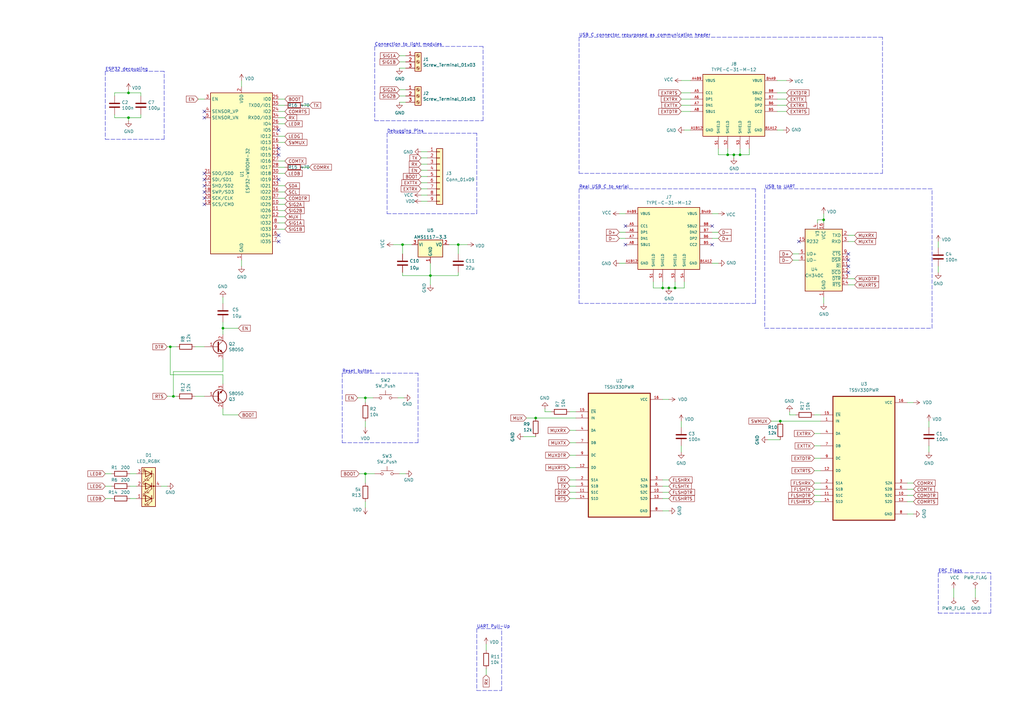
<source format=kicad_sch>
(kicad_sch (version 20211123) (generator eeschema)

  (uuid 9baf7b1e-44a0-4262-8221-97a2fa15d5e8)

  (paper "A3")

  (title_block
    (title "Heliox Control")
    (date "2021-08-10")
    (rev "v00")
    (comment 4 "Author: GHOSCHT")
  )

  (lib_symbols
    (symbol "Connector:Screw_Terminal_01x03" (pin_names (offset 1.016) hide) (in_bom yes) (on_board yes)
      (property "Reference" "J" (id 0) (at 0 5.08 0)
        (effects (font (size 1.27 1.27)))
      )
      (property "Value" "Screw_Terminal_01x03" (id 1) (at 0 -5.08 0)
        (effects (font (size 1.27 1.27)))
      )
      (property "Footprint" "" (id 2) (at 0 0 0)
        (effects (font (size 1.27 1.27)) hide)
      )
      (property "Datasheet" "~" (id 3) (at 0 0 0)
        (effects (font (size 1.27 1.27)) hide)
      )
      (property "ki_keywords" "screw terminal" (id 4) (at 0 0 0)
        (effects (font (size 1.27 1.27)) hide)
      )
      (property "ki_description" "Generic screw terminal, single row, 01x03, script generated (kicad-library-utils/schlib/autogen/connector/)" (id 5) (at 0 0 0)
        (effects (font (size 1.27 1.27)) hide)
      )
      (property "ki_fp_filters" "TerminalBlock*:*" (id 6) (at 0 0 0)
        (effects (font (size 1.27 1.27)) hide)
      )
      (symbol "Screw_Terminal_01x03_1_1"
        (rectangle (start -1.27 3.81) (end 1.27 -3.81)
          (stroke (width 0.254) (type default) (color 0 0 0 0))
          (fill (type background))
        )
        (circle (center 0 -2.54) (radius 0.635)
          (stroke (width 0.1524) (type default) (color 0 0 0 0))
          (fill (type none))
        )
        (polyline
          (pts
            (xy -0.5334 -2.2098)
            (xy 0.3302 -3.048)
          )
          (stroke (width 0.1524) (type default) (color 0 0 0 0))
          (fill (type none))
        )
        (polyline
          (pts
            (xy -0.5334 0.3302)
            (xy 0.3302 -0.508)
          )
          (stroke (width 0.1524) (type default) (color 0 0 0 0))
          (fill (type none))
        )
        (polyline
          (pts
            (xy -0.5334 2.8702)
            (xy 0.3302 2.032)
          )
          (stroke (width 0.1524) (type default) (color 0 0 0 0))
          (fill (type none))
        )
        (polyline
          (pts
            (xy -0.3556 -2.032)
            (xy 0.508 -2.8702)
          )
          (stroke (width 0.1524) (type default) (color 0 0 0 0))
          (fill (type none))
        )
        (polyline
          (pts
            (xy -0.3556 0.508)
            (xy 0.508 -0.3302)
          )
          (stroke (width 0.1524) (type default) (color 0 0 0 0))
          (fill (type none))
        )
        (polyline
          (pts
            (xy -0.3556 3.048)
            (xy 0.508 2.2098)
          )
          (stroke (width 0.1524) (type default) (color 0 0 0 0))
          (fill (type none))
        )
        (circle (center 0 0) (radius 0.635)
          (stroke (width 0.1524) (type default) (color 0 0 0 0))
          (fill (type none))
        )
        (circle (center 0 2.54) (radius 0.635)
          (stroke (width 0.1524) (type default) (color 0 0 0 0))
          (fill (type none))
        )
        (pin passive line (at -5.08 2.54 0) (length 3.81)
          (name "Pin_1" (effects (font (size 1.27 1.27))))
          (number "1" (effects (font (size 1.27 1.27))))
        )
        (pin passive line (at -5.08 0 0) (length 3.81)
          (name "Pin_2" (effects (font (size 1.27 1.27))))
          (number "2" (effects (font (size 1.27 1.27))))
        )
        (pin passive line (at -5.08 -2.54 0) (length 3.81)
          (name "Pin_3" (effects (font (size 1.27 1.27))))
          (number "3" (effects (font (size 1.27 1.27))))
        )
      )
    )
    (symbol "Connector_Generic:Conn_01x09" (pin_names (offset 1.016) hide) (in_bom yes) (on_board yes)
      (property "Reference" "J" (id 0) (at 0 12.7 0)
        (effects (font (size 1.27 1.27)))
      )
      (property "Value" "Conn_01x09" (id 1) (at 0 -12.7 0)
        (effects (font (size 1.27 1.27)))
      )
      (property "Footprint" "" (id 2) (at 0 0 0)
        (effects (font (size 1.27 1.27)) hide)
      )
      (property "Datasheet" "~" (id 3) (at 0 0 0)
        (effects (font (size 1.27 1.27)) hide)
      )
      (property "ki_keywords" "connector" (id 4) (at 0 0 0)
        (effects (font (size 1.27 1.27)) hide)
      )
      (property "ki_description" "Generic connector, single row, 01x09, script generated (kicad-library-utils/schlib/autogen/connector/)" (id 5) (at 0 0 0)
        (effects (font (size 1.27 1.27)) hide)
      )
      (property "ki_fp_filters" "Connector*:*_1x??_*" (id 6) (at 0 0 0)
        (effects (font (size 1.27 1.27)) hide)
      )
      (symbol "Conn_01x09_1_1"
        (rectangle (start -1.27 -10.033) (end 0 -10.287)
          (stroke (width 0.1524) (type default) (color 0 0 0 0))
          (fill (type none))
        )
        (rectangle (start -1.27 -7.493) (end 0 -7.747)
          (stroke (width 0.1524) (type default) (color 0 0 0 0))
          (fill (type none))
        )
        (rectangle (start -1.27 -4.953) (end 0 -5.207)
          (stroke (width 0.1524) (type default) (color 0 0 0 0))
          (fill (type none))
        )
        (rectangle (start -1.27 -2.413) (end 0 -2.667)
          (stroke (width 0.1524) (type default) (color 0 0 0 0))
          (fill (type none))
        )
        (rectangle (start -1.27 0.127) (end 0 -0.127)
          (stroke (width 0.1524) (type default) (color 0 0 0 0))
          (fill (type none))
        )
        (rectangle (start -1.27 2.667) (end 0 2.413)
          (stroke (width 0.1524) (type default) (color 0 0 0 0))
          (fill (type none))
        )
        (rectangle (start -1.27 5.207) (end 0 4.953)
          (stroke (width 0.1524) (type default) (color 0 0 0 0))
          (fill (type none))
        )
        (rectangle (start -1.27 7.747) (end 0 7.493)
          (stroke (width 0.1524) (type default) (color 0 0 0 0))
          (fill (type none))
        )
        (rectangle (start -1.27 10.287) (end 0 10.033)
          (stroke (width 0.1524) (type default) (color 0 0 0 0))
          (fill (type none))
        )
        (rectangle (start -1.27 11.43) (end 1.27 -11.43)
          (stroke (width 0.254) (type default) (color 0 0 0 0))
          (fill (type background))
        )
        (pin passive line (at -5.08 10.16 0) (length 3.81)
          (name "Pin_1" (effects (font (size 1.27 1.27))))
          (number "1" (effects (font (size 1.27 1.27))))
        )
        (pin passive line (at -5.08 7.62 0) (length 3.81)
          (name "Pin_2" (effects (font (size 1.27 1.27))))
          (number "2" (effects (font (size 1.27 1.27))))
        )
        (pin passive line (at -5.08 5.08 0) (length 3.81)
          (name "Pin_3" (effects (font (size 1.27 1.27))))
          (number "3" (effects (font (size 1.27 1.27))))
        )
        (pin passive line (at -5.08 2.54 0) (length 3.81)
          (name "Pin_4" (effects (font (size 1.27 1.27))))
          (number "4" (effects (font (size 1.27 1.27))))
        )
        (pin passive line (at -5.08 0 0) (length 3.81)
          (name "Pin_5" (effects (font (size 1.27 1.27))))
          (number "5" (effects (font (size 1.27 1.27))))
        )
        (pin passive line (at -5.08 -2.54 0) (length 3.81)
          (name "Pin_6" (effects (font (size 1.27 1.27))))
          (number "6" (effects (font (size 1.27 1.27))))
        )
        (pin passive line (at -5.08 -5.08 0) (length 3.81)
          (name "Pin_7" (effects (font (size 1.27 1.27))))
          (number "7" (effects (font (size 1.27 1.27))))
        )
        (pin passive line (at -5.08 -7.62 0) (length 3.81)
          (name "Pin_8" (effects (font (size 1.27 1.27))))
          (number "8" (effects (font (size 1.27 1.27))))
        )
        (pin passive line (at -5.08 -10.16 0) (length 3.81)
          (name "Pin_9" (effects (font (size 1.27 1.27))))
          (number "9" (effects (font (size 1.27 1.27))))
        )
      )
    )
    (symbol "Device:C" (pin_numbers hide) (pin_names (offset 0.254)) (in_bom yes) (on_board yes)
      (property "Reference" "C" (id 0) (at 0.635 2.54 0)
        (effects (font (size 1.27 1.27)) (justify left))
      )
      (property "Value" "C" (id 1) (at 0.635 -2.54 0)
        (effects (font (size 1.27 1.27)) (justify left))
      )
      (property "Footprint" "" (id 2) (at 0.9652 -3.81 0)
        (effects (font (size 1.27 1.27)) hide)
      )
      (property "Datasheet" "~" (id 3) (at 0 0 0)
        (effects (font (size 1.27 1.27)) hide)
      )
      (property "ki_keywords" "cap capacitor" (id 4) (at 0 0 0)
        (effects (font (size 1.27 1.27)) hide)
      )
      (property "ki_description" "Unpolarized capacitor" (id 5) (at 0 0 0)
        (effects (font (size 1.27 1.27)) hide)
      )
      (property "ki_fp_filters" "C_*" (id 6) (at 0 0 0)
        (effects (font (size 1.27 1.27)) hide)
      )
      (symbol "C_0_1"
        (polyline
          (pts
            (xy -2.032 -0.762)
            (xy 2.032 -0.762)
          )
          (stroke (width 0.508) (type default) (color 0 0 0 0))
          (fill (type none))
        )
        (polyline
          (pts
            (xy -2.032 0.762)
            (xy 2.032 0.762)
          )
          (stroke (width 0.508) (type default) (color 0 0 0 0))
          (fill (type none))
        )
      )
      (symbol "C_1_1"
        (pin passive line (at 0 3.81 270) (length 2.794)
          (name "~" (effects (font (size 1.27 1.27))))
          (number "1" (effects (font (size 1.27 1.27))))
        )
        (pin passive line (at 0 -3.81 90) (length 2.794)
          (name "~" (effects (font (size 1.27 1.27))))
          (number "2" (effects (font (size 1.27 1.27))))
        )
      )
    )
    (symbol "Device:LED_RGBK" (pin_names (offset 0) hide) (in_bom yes) (on_board yes)
      (property "Reference" "D" (id 0) (at 0 9.398 0)
        (effects (font (size 1.27 1.27)))
      )
      (property "Value" "LED_RGBK" (id 1) (at 0 -8.89 0)
        (effects (font (size 1.27 1.27)))
      )
      (property "Footprint" "" (id 2) (at 0 -1.27 0)
        (effects (font (size 1.27 1.27)) hide)
      )
      (property "Datasheet" "~" (id 3) (at 0 -1.27 0)
        (effects (font (size 1.27 1.27)) hide)
      )
      (property "ki_keywords" "LED RGB diode" (id 4) (at 0 0 0)
        (effects (font (size 1.27 1.27)) hide)
      )
      (property "ki_description" "RGB LED, red/green/blue/cathode" (id 5) (at 0 0 0)
        (effects (font (size 1.27 1.27)) hide)
      )
      (property "ki_fp_filters" "LED* LED_SMD:* LED_THT:*" (id 6) (at 0 0 0)
        (effects (font (size 1.27 1.27)) hide)
      )
      (symbol "LED_RGBK_0_0"
        (text "B" (at 1.905 -6.35 0)
          (effects (font (size 1.27 1.27)))
        )
        (text "G" (at 1.905 -1.27 0)
          (effects (font (size 1.27 1.27)))
        )
        (text "R" (at 1.905 3.81 0)
          (effects (font (size 1.27 1.27)))
        )
      )
      (symbol "LED_RGBK_0_1"
        (circle (center -2.032 0) (radius 0.254)
          (stroke (width 0) (type default) (color 0 0 0 0))
          (fill (type outline))
        )
        (polyline
          (pts
            (xy -1.27 -5.08)
            (xy 1.27 -5.08)
          )
          (stroke (width 0) (type default) (color 0 0 0 0))
          (fill (type none))
        )
        (polyline
          (pts
            (xy -1.27 -3.81)
            (xy -1.27 -6.35)
          )
          (stroke (width 0.254) (type default) (color 0 0 0 0))
          (fill (type none))
        )
        (polyline
          (pts
            (xy -1.27 0)
            (xy -2.54 0)
          )
          (stroke (width 0) (type default) (color 0 0 0 0))
          (fill (type none))
        )
        (polyline
          (pts
            (xy -1.27 1.27)
            (xy -1.27 -1.27)
          )
          (stroke (width 0.254) (type default) (color 0 0 0 0))
          (fill (type none))
        )
        (polyline
          (pts
            (xy -1.27 5.08)
            (xy 1.27 5.08)
          )
          (stroke (width 0) (type default) (color 0 0 0 0))
          (fill (type none))
        )
        (polyline
          (pts
            (xy -1.27 6.35)
            (xy -1.27 3.81)
          )
          (stroke (width 0.254) (type default) (color 0 0 0 0))
          (fill (type none))
        )
        (polyline
          (pts
            (xy 1.27 -5.08)
            (xy 2.54 -5.08)
          )
          (stroke (width 0) (type default) (color 0 0 0 0))
          (fill (type none))
        )
        (polyline
          (pts
            (xy 1.27 0)
            (xy -1.27 0)
          )
          (stroke (width 0) (type default) (color 0 0 0 0))
          (fill (type none))
        )
        (polyline
          (pts
            (xy 1.27 0)
            (xy 2.54 0)
          )
          (stroke (width 0) (type default) (color 0 0 0 0))
          (fill (type none))
        )
        (polyline
          (pts
            (xy 1.27 5.08)
            (xy 2.54 5.08)
          )
          (stroke (width 0) (type default) (color 0 0 0 0))
          (fill (type none))
        )
        (polyline
          (pts
            (xy -1.27 1.27)
            (xy -1.27 -1.27)
            (xy -1.27 -1.27)
          )
          (stroke (width 0) (type default) (color 0 0 0 0))
          (fill (type none))
        )
        (polyline
          (pts
            (xy -1.27 6.35)
            (xy -1.27 3.81)
            (xy -1.27 3.81)
          )
          (stroke (width 0) (type default) (color 0 0 0 0))
          (fill (type none))
        )
        (polyline
          (pts
            (xy -1.27 5.08)
            (xy -2.032 5.08)
            (xy -2.032 -5.08)
            (xy -1.016 -5.08)
          )
          (stroke (width 0) (type default) (color 0 0 0 0))
          (fill (type none))
        )
        (polyline
          (pts
            (xy 1.27 -3.81)
            (xy 1.27 -6.35)
            (xy -1.27 -5.08)
            (xy 1.27 -3.81)
          )
          (stroke (width 0.254) (type default) (color 0 0 0 0))
          (fill (type none))
        )
        (polyline
          (pts
            (xy 1.27 1.27)
            (xy 1.27 -1.27)
            (xy -1.27 0)
            (xy 1.27 1.27)
          )
          (stroke (width 0.254) (type default) (color 0 0 0 0))
          (fill (type none))
        )
        (polyline
          (pts
            (xy 1.27 6.35)
            (xy 1.27 3.81)
            (xy -1.27 5.08)
            (xy 1.27 6.35)
          )
          (stroke (width 0.254) (type default) (color 0 0 0 0))
          (fill (type none))
        )
        (polyline
          (pts
            (xy -1.016 -3.81)
            (xy 0.508 -2.286)
            (xy -0.254 -2.286)
            (xy 0.508 -2.286)
            (xy 0.508 -3.048)
          )
          (stroke (width 0) (type default) (color 0 0 0 0))
          (fill (type none))
        )
        (polyline
          (pts
            (xy -1.016 1.27)
            (xy 0.508 2.794)
            (xy -0.254 2.794)
            (xy 0.508 2.794)
            (xy 0.508 2.032)
          )
          (stroke (width 0) (type default) (color 0 0 0 0))
          (fill (type none))
        )
        (polyline
          (pts
            (xy -1.016 6.35)
            (xy 0.508 7.874)
            (xy -0.254 7.874)
            (xy 0.508 7.874)
            (xy 0.508 7.112)
          )
          (stroke (width 0) (type default) (color 0 0 0 0))
          (fill (type none))
        )
        (polyline
          (pts
            (xy 0 -3.81)
            (xy 1.524 -2.286)
            (xy 0.762 -2.286)
            (xy 1.524 -2.286)
            (xy 1.524 -3.048)
          )
          (stroke (width 0) (type default) (color 0 0 0 0))
          (fill (type none))
        )
        (polyline
          (pts
            (xy 0 1.27)
            (xy 1.524 2.794)
            (xy 0.762 2.794)
            (xy 1.524 2.794)
            (xy 1.524 2.032)
          )
          (stroke (width 0) (type default) (color 0 0 0 0))
          (fill (type none))
        )
        (polyline
          (pts
            (xy 0 6.35)
            (xy 1.524 7.874)
            (xy 0.762 7.874)
            (xy 1.524 7.874)
            (xy 1.524 7.112)
          )
          (stroke (width 0) (type default) (color 0 0 0 0))
          (fill (type none))
        )
        (rectangle (start 1.27 -1.27) (end 1.27 1.27)
          (stroke (width 0) (type default) (color 0 0 0 0))
          (fill (type none))
        )
        (rectangle (start 1.27 1.27) (end 1.27 1.27)
          (stroke (width 0) (type default) (color 0 0 0 0))
          (fill (type none))
        )
        (rectangle (start 1.27 3.81) (end 1.27 6.35)
          (stroke (width 0) (type default) (color 0 0 0 0))
          (fill (type none))
        )
        (rectangle (start 1.27 6.35) (end 1.27 6.35)
          (stroke (width 0) (type default) (color 0 0 0 0))
          (fill (type none))
        )
        (rectangle (start 2.794 8.382) (end -2.794 -7.62)
          (stroke (width 0.254) (type default) (color 0 0 0 0))
          (fill (type background))
        )
      )
      (symbol "LED_RGBK_1_1"
        (pin passive line (at 5.08 5.08 180) (length 2.54)
          (name "RA" (effects (font (size 1.27 1.27))))
          (number "1" (effects (font (size 1.27 1.27))))
        )
        (pin passive line (at 5.08 0 180) (length 2.54)
          (name "GA" (effects (font (size 1.27 1.27))))
          (number "2" (effects (font (size 1.27 1.27))))
        )
        (pin passive line (at 5.08 -5.08 180) (length 2.54)
          (name "BA" (effects (font (size 1.27 1.27))))
          (number "3" (effects (font (size 1.27 1.27))))
        )
        (pin passive line (at -5.08 0 0) (length 2.54)
          (name "K" (effects (font (size 1.27 1.27))))
          (number "4" (effects (font (size 1.27 1.27))))
        )
      )
    )
    (symbol "Device:Q_NPN_BCE" (pin_names (offset 0) hide) (in_bom yes) (on_board yes)
      (property "Reference" "Q" (id 0) (at 5.08 1.27 0)
        (effects (font (size 1.27 1.27)) (justify left))
      )
      (property "Value" "Q_NPN_BCE" (id 1) (at 5.08 -1.27 0)
        (effects (font (size 1.27 1.27)) (justify left))
      )
      (property "Footprint" "" (id 2) (at 5.08 2.54 0)
        (effects (font (size 1.27 1.27)) hide)
      )
      (property "Datasheet" "~" (id 3) (at 0 0 0)
        (effects (font (size 1.27 1.27)) hide)
      )
      (property "ki_keywords" "transistor NPN" (id 4) (at 0 0 0)
        (effects (font (size 1.27 1.27)) hide)
      )
      (property "ki_description" "NPN transistor, base/collector/emitter" (id 5) (at 0 0 0)
        (effects (font (size 1.27 1.27)) hide)
      )
      (symbol "Q_NPN_BCE_0_1"
        (polyline
          (pts
            (xy 0.635 0.635)
            (xy 2.54 2.54)
          )
          (stroke (width 0) (type default) (color 0 0 0 0))
          (fill (type none))
        )
        (polyline
          (pts
            (xy 0.635 -0.635)
            (xy 2.54 -2.54)
            (xy 2.54 -2.54)
          )
          (stroke (width 0) (type default) (color 0 0 0 0))
          (fill (type none))
        )
        (polyline
          (pts
            (xy 0.635 1.905)
            (xy 0.635 -1.905)
            (xy 0.635 -1.905)
          )
          (stroke (width 0.508) (type default) (color 0 0 0 0))
          (fill (type none))
        )
        (polyline
          (pts
            (xy 1.27 -1.778)
            (xy 1.778 -1.27)
            (xy 2.286 -2.286)
            (xy 1.27 -1.778)
            (xy 1.27 -1.778)
          )
          (stroke (width 0) (type default) (color 0 0 0 0))
          (fill (type outline))
        )
        (circle (center 1.27 0) (radius 2.8194)
          (stroke (width 0.254) (type default) (color 0 0 0 0))
          (fill (type none))
        )
      )
      (symbol "Q_NPN_BCE_1_1"
        (pin input line (at -5.08 0 0) (length 5.715)
          (name "B" (effects (font (size 1.27 1.27))))
          (number "1" (effects (font (size 1.27 1.27))))
        )
        (pin passive line (at 2.54 5.08 270) (length 2.54)
          (name "C" (effects (font (size 1.27 1.27))))
          (number "2" (effects (font (size 1.27 1.27))))
        )
        (pin passive line (at 2.54 -5.08 90) (length 2.54)
          (name "E" (effects (font (size 1.27 1.27))))
          (number "3" (effects (font (size 1.27 1.27))))
        )
      )
    )
    (symbol "Device:R" (pin_numbers hide) (pin_names (offset 0)) (in_bom yes) (on_board yes)
      (property "Reference" "R" (id 0) (at 2.032 0 90)
        (effects (font (size 1.27 1.27)))
      )
      (property "Value" "R" (id 1) (at 0 0 90)
        (effects (font (size 1.27 1.27)))
      )
      (property "Footprint" "" (id 2) (at -1.778 0 90)
        (effects (font (size 1.27 1.27)) hide)
      )
      (property "Datasheet" "~" (id 3) (at 0 0 0)
        (effects (font (size 1.27 1.27)) hide)
      )
      (property "ki_keywords" "R res resistor" (id 4) (at 0 0 0)
        (effects (font (size 1.27 1.27)) hide)
      )
      (property "ki_description" "Resistor" (id 5) (at 0 0 0)
        (effects (font (size 1.27 1.27)) hide)
      )
      (property "ki_fp_filters" "R_*" (id 6) (at 0 0 0)
        (effects (font (size 1.27 1.27)) hide)
      )
      (symbol "R_0_1"
        (rectangle (start -1.016 -2.54) (end 1.016 2.54)
          (stroke (width 0.254) (type default) (color 0 0 0 0))
          (fill (type none))
        )
      )
      (symbol "R_1_1"
        (pin passive line (at 0 3.81 270) (length 1.27)
          (name "~" (effects (font (size 1.27 1.27))))
          (number "1" (effects (font (size 1.27 1.27))))
        )
        (pin passive line (at 0 -3.81 90) (length 1.27)
          (name "~" (effects (font (size 1.27 1.27))))
          (number "2" (effects (font (size 1.27 1.27))))
        )
      )
    )
    (symbol "Interface_USB:CH340C" (in_bom yes) (on_board yes)
      (property "Reference" "U" (id 0) (at -5.08 13.97 0)
        (effects (font (size 1.27 1.27)) (justify right))
      )
      (property "Value" "CH340C" (id 1) (at 1.27 13.97 0)
        (effects (font (size 1.27 1.27)) (justify left))
      )
      (property "Footprint" "Package_SO:SOIC-16_3.9x9.9mm_P1.27mm" (id 2) (at 1.27 -13.97 0)
        (effects (font (size 1.27 1.27)) (justify left) hide)
      )
      (property "Datasheet" "https://datasheet.lcsc.com/szlcsc/Jiangsu-Qin-Heng-CH340C_C84681.pdf" (id 3) (at -8.89 20.32 0)
        (effects (font (size 1.27 1.27)) hide)
      )
      (property "ki_keywords" "USB UART Serial Converter Interface" (id 4) (at 0 0 0)
        (effects (font (size 1.27 1.27)) hide)
      )
      (property "ki_description" "USB serial converter, UART, SOIC-16" (id 5) (at 0 0 0)
        (effects (font (size 1.27 1.27)) hide)
      )
      (property "ki_fp_filters" "SOIC*3.9x9.9mm*P1.27mm*" (id 6) (at 0 0 0)
        (effects (font (size 1.27 1.27)) hide)
      )
      (symbol "CH340C_0_1"
        (rectangle (start -7.62 12.7) (end 7.62 -12.7)
          (stroke (width 0.254) (type default) (color 0 0 0 0))
          (fill (type background))
        )
      )
      (symbol "CH340C_1_1"
        (pin power_in line (at 0 -15.24 90) (length 2.54)
          (name "GND" (effects (font (size 1.27 1.27))))
          (number "1" (effects (font (size 1.27 1.27))))
        )
        (pin input line (at 10.16 0 180) (length 2.54)
          (name "~{DSR}" (effects (font (size 1.27 1.27))))
          (number "10" (effects (font (size 1.27 1.27))))
        )
        (pin input line (at 10.16 -2.54 180) (length 2.54)
          (name "~{RI}" (effects (font (size 1.27 1.27))))
          (number "11" (effects (font (size 1.27 1.27))))
        )
        (pin input line (at 10.16 -5.08 180) (length 2.54)
          (name "~{DCD}" (effects (font (size 1.27 1.27))))
          (number "12" (effects (font (size 1.27 1.27))))
        )
        (pin output line (at 10.16 -7.62 180) (length 2.54)
          (name "~{DTR}" (effects (font (size 1.27 1.27))))
          (number "13" (effects (font (size 1.27 1.27))))
        )
        (pin output line (at 10.16 -10.16 180) (length 2.54)
          (name "~{RTS}" (effects (font (size 1.27 1.27))))
          (number "14" (effects (font (size 1.27 1.27))))
        )
        (pin input line (at -10.16 7.62 0) (length 2.54)
          (name "R232" (effects (font (size 1.27 1.27))))
          (number "15" (effects (font (size 1.27 1.27))))
        )
        (pin power_in line (at 0 15.24 270) (length 2.54)
          (name "VCC" (effects (font (size 1.27 1.27))))
          (number "16" (effects (font (size 1.27 1.27))))
        )
        (pin output line (at 10.16 10.16 180) (length 2.54)
          (name "TXD" (effects (font (size 1.27 1.27))))
          (number "2" (effects (font (size 1.27 1.27))))
        )
        (pin input line (at 10.16 7.62 180) (length 2.54)
          (name "RXD" (effects (font (size 1.27 1.27))))
          (number "3" (effects (font (size 1.27 1.27))))
        )
        (pin passive line (at -2.54 15.24 270) (length 2.54)
          (name "V3" (effects (font (size 1.27 1.27))))
          (number "4" (effects (font (size 1.27 1.27))))
        )
        (pin bidirectional line (at -10.16 2.54 0) (length 2.54)
          (name "UD+" (effects (font (size 1.27 1.27))))
          (number "5" (effects (font (size 1.27 1.27))))
        )
        (pin bidirectional line (at -10.16 0 0) (length 2.54)
          (name "UD-" (effects (font (size 1.27 1.27))))
          (number "6" (effects (font (size 1.27 1.27))))
        )
        (pin no_connect line (at -7.62 -7.62 0) (length 2.54) hide
          (name "NC" (effects (font (size 1.27 1.27))))
          (number "7" (effects (font (size 1.27 1.27))))
        )
        (pin no_connect line (at -7.62 -10.16 0) (length 2.54) hide
          (name "NC" (effects (font (size 1.27 1.27))))
          (number "8" (effects (font (size 1.27 1.27))))
        )
        (pin input line (at 10.16 2.54 180) (length 2.54)
          (name "~{CTS}" (effects (font (size 1.27 1.27))))
          (number "9" (effects (font (size 1.27 1.27))))
        )
      )
    )
    (symbol "RF_Module:ESP32-WROOM-32" (in_bom yes) (on_board yes)
      (property "Reference" "U" (id 0) (at -12.7 34.29 0)
        (effects (font (size 1.27 1.27)) (justify left))
      )
      (property "Value" "ESP32-WROOM-32" (id 1) (at 1.27 34.29 0)
        (effects (font (size 1.27 1.27)) (justify left))
      )
      (property "Footprint" "RF_Module:ESP32-WROOM-32" (id 2) (at 0 -38.1 0)
        (effects (font (size 1.27 1.27)) hide)
      )
      (property "Datasheet" "https://www.espressif.com/sites/default/files/documentation/esp32-wroom-32_datasheet_en.pdf" (id 3) (at -7.62 1.27 0)
        (effects (font (size 1.27 1.27)) hide)
      )
      (property "ki_keywords" "RF Radio BT ESP ESP32 Espressif onboard PCB antenna" (id 4) (at 0 0 0)
        (effects (font (size 1.27 1.27)) hide)
      )
      (property "ki_description" "RF Module, ESP32-D0WDQ6 SoC, Wi-Fi 802.11b/g/n, Bluetooth, BLE, 32-bit, 2.7-3.6V, onboard antenna, SMD" (id 5) (at 0 0 0)
        (effects (font (size 1.27 1.27)) hide)
      )
      (property "ki_fp_filters" "ESP32?WROOM?32*" (id 6) (at 0 0 0)
        (effects (font (size 1.27 1.27)) hide)
      )
      (symbol "ESP32-WROOM-32_0_1"
        (rectangle (start -12.7 33.02) (end 12.7 -33.02)
          (stroke (width 0.254) (type default) (color 0 0 0 0))
          (fill (type background))
        )
      )
      (symbol "ESP32-WROOM-32_1_1"
        (pin power_in line (at 0 -35.56 90) (length 2.54)
          (name "GND" (effects (font (size 1.27 1.27))))
          (number "1" (effects (font (size 1.27 1.27))))
        )
        (pin bidirectional line (at 15.24 -12.7 180) (length 2.54)
          (name "IO25" (effects (font (size 1.27 1.27))))
          (number "10" (effects (font (size 1.27 1.27))))
        )
        (pin bidirectional line (at 15.24 -15.24 180) (length 2.54)
          (name "IO26" (effects (font (size 1.27 1.27))))
          (number "11" (effects (font (size 1.27 1.27))))
        )
        (pin bidirectional line (at 15.24 -17.78 180) (length 2.54)
          (name "IO27" (effects (font (size 1.27 1.27))))
          (number "12" (effects (font (size 1.27 1.27))))
        )
        (pin bidirectional line (at 15.24 10.16 180) (length 2.54)
          (name "IO14" (effects (font (size 1.27 1.27))))
          (number "13" (effects (font (size 1.27 1.27))))
        )
        (pin bidirectional line (at 15.24 15.24 180) (length 2.54)
          (name "IO12" (effects (font (size 1.27 1.27))))
          (number "14" (effects (font (size 1.27 1.27))))
        )
        (pin passive line (at 0 -35.56 90) (length 2.54) hide
          (name "GND" (effects (font (size 1.27 1.27))))
          (number "15" (effects (font (size 1.27 1.27))))
        )
        (pin bidirectional line (at 15.24 12.7 180) (length 2.54)
          (name "IO13" (effects (font (size 1.27 1.27))))
          (number "16" (effects (font (size 1.27 1.27))))
        )
        (pin bidirectional line (at -15.24 -5.08 0) (length 2.54)
          (name "SHD/SD2" (effects (font (size 1.27 1.27))))
          (number "17" (effects (font (size 1.27 1.27))))
        )
        (pin bidirectional line (at -15.24 -7.62 0) (length 2.54)
          (name "SWP/SD3" (effects (font (size 1.27 1.27))))
          (number "18" (effects (font (size 1.27 1.27))))
        )
        (pin bidirectional line (at -15.24 -12.7 0) (length 2.54)
          (name "SCS/CMD" (effects (font (size 1.27 1.27))))
          (number "19" (effects (font (size 1.27 1.27))))
        )
        (pin power_in line (at 0 35.56 270) (length 2.54)
          (name "VDD" (effects (font (size 1.27 1.27))))
          (number "2" (effects (font (size 1.27 1.27))))
        )
        (pin bidirectional line (at -15.24 -10.16 0) (length 2.54)
          (name "SCK/CLK" (effects (font (size 1.27 1.27))))
          (number "20" (effects (font (size 1.27 1.27))))
        )
        (pin bidirectional line (at -15.24 0 0) (length 2.54)
          (name "SDO/SD0" (effects (font (size 1.27 1.27))))
          (number "21" (effects (font (size 1.27 1.27))))
        )
        (pin bidirectional line (at -15.24 -2.54 0) (length 2.54)
          (name "SDI/SD1" (effects (font (size 1.27 1.27))))
          (number "22" (effects (font (size 1.27 1.27))))
        )
        (pin bidirectional line (at 15.24 7.62 180) (length 2.54)
          (name "IO15" (effects (font (size 1.27 1.27))))
          (number "23" (effects (font (size 1.27 1.27))))
        )
        (pin bidirectional line (at 15.24 25.4 180) (length 2.54)
          (name "IO2" (effects (font (size 1.27 1.27))))
          (number "24" (effects (font (size 1.27 1.27))))
        )
        (pin bidirectional line (at 15.24 30.48 180) (length 2.54)
          (name "IO0" (effects (font (size 1.27 1.27))))
          (number "25" (effects (font (size 1.27 1.27))))
        )
        (pin bidirectional line (at 15.24 20.32 180) (length 2.54)
          (name "IO4" (effects (font (size 1.27 1.27))))
          (number "26" (effects (font (size 1.27 1.27))))
        )
        (pin bidirectional line (at 15.24 5.08 180) (length 2.54)
          (name "IO16" (effects (font (size 1.27 1.27))))
          (number "27" (effects (font (size 1.27 1.27))))
        )
        (pin bidirectional line (at 15.24 2.54 180) (length 2.54)
          (name "IO17" (effects (font (size 1.27 1.27))))
          (number "28" (effects (font (size 1.27 1.27))))
        )
        (pin bidirectional line (at 15.24 17.78 180) (length 2.54)
          (name "IO5" (effects (font (size 1.27 1.27))))
          (number "29" (effects (font (size 1.27 1.27))))
        )
        (pin input line (at -15.24 30.48 0) (length 2.54)
          (name "EN" (effects (font (size 1.27 1.27))))
          (number "3" (effects (font (size 1.27 1.27))))
        )
        (pin bidirectional line (at 15.24 0 180) (length 2.54)
          (name "IO18" (effects (font (size 1.27 1.27))))
          (number "30" (effects (font (size 1.27 1.27))))
        )
        (pin bidirectional line (at 15.24 -2.54 180) (length 2.54)
          (name "IO19" (effects (font (size 1.27 1.27))))
          (number "31" (effects (font (size 1.27 1.27))))
        )
        (pin no_connect line (at -12.7 -27.94 0) (length 2.54) hide
          (name "NC" (effects (font (size 1.27 1.27))))
          (number "32" (effects (font (size 1.27 1.27))))
        )
        (pin bidirectional line (at 15.24 -5.08 180) (length 2.54)
          (name "IO21" (effects (font (size 1.27 1.27))))
          (number "33" (effects (font (size 1.27 1.27))))
        )
        (pin bidirectional line (at 15.24 22.86 180) (length 2.54)
          (name "RXD0/IO3" (effects (font (size 1.27 1.27))))
          (number "34" (effects (font (size 1.27 1.27))))
        )
        (pin bidirectional line (at 15.24 27.94 180) (length 2.54)
          (name "TXD0/IO1" (effects (font (size 1.27 1.27))))
          (number "35" (effects (font (size 1.27 1.27))))
        )
        (pin bidirectional line (at 15.24 -7.62 180) (length 2.54)
          (name "IO22" (effects (font (size 1.27 1.27))))
          (number "36" (effects (font (size 1.27 1.27))))
        )
        (pin bidirectional line (at 15.24 -10.16 180) (length 2.54)
          (name "IO23" (effects (font (size 1.27 1.27))))
          (number "37" (effects (font (size 1.27 1.27))))
        )
        (pin passive line (at 0 -35.56 90) (length 2.54) hide
          (name "GND" (effects (font (size 1.27 1.27))))
          (number "38" (effects (font (size 1.27 1.27))))
        )
        (pin passive line (at 0 -35.56 90) (length 2.54) hide
          (name "GND" (effects (font (size 1.27 1.27))))
          (number "39" (effects (font (size 1.27 1.27))))
        )
        (pin input line (at -15.24 25.4 0) (length 2.54)
          (name "SENSOR_VP" (effects (font (size 1.27 1.27))))
          (number "4" (effects (font (size 1.27 1.27))))
        )
        (pin input line (at -15.24 22.86 0) (length 2.54)
          (name "SENSOR_VN" (effects (font (size 1.27 1.27))))
          (number "5" (effects (font (size 1.27 1.27))))
        )
        (pin input line (at 15.24 -25.4 180) (length 2.54)
          (name "IO34" (effects (font (size 1.27 1.27))))
          (number "6" (effects (font (size 1.27 1.27))))
        )
        (pin input line (at 15.24 -27.94 180) (length 2.54)
          (name "IO35" (effects (font (size 1.27 1.27))))
          (number "7" (effects (font (size 1.27 1.27))))
        )
        (pin bidirectional line (at 15.24 -20.32 180) (length 2.54)
          (name "IO32" (effects (font (size 1.27 1.27))))
          (number "8" (effects (font (size 1.27 1.27))))
        )
        (pin bidirectional line (at 15.24 -22.86 180) (length 2.54)
          (name "IO33" (effects (font (size 1.27 1.27))))
          (number "9" (effects (font (size 1.27 1.27))))
        )
      )
    )
    (symbol "Regulator_Linear:AMS1117-3.3" (pin_names (offset 0.254)) (in_bom yes) (on_board yes)
      (property "Reference" "U" (id 0) (at -3.81 3.175 0)
        (effects (font (size 1.27 1.27)))
      )
      (property "Value" "AMS1117-3.3" (id 1) (at 0 3.175 0)
        (effects (font (size 1.27 1.27)) (justify left))
      )
      (property "Footprint" "Package_TO_SOT_SMD:SOT-223-3_TabPin2" (id 2) (at 0 5.08 0)
        (effects (font (size 1.27 1.27)) hide)
      )
      (property "Datasheet" "http://www.advanced-monolithic.com/pdf/ds1117.pdf" (id 3) (at 2.54 -6.35 0)
        (effects (font (size 1.27 1.27)) hide)
      )
      (property "ki_keywords" "linear regulator ldo fixed positive" (id 4) (at 0 0 0)
        (effects (font (size 1.27 1.27)) hide)
      )
      (property "ki_description" "1A Low Dropout regulator, positive, 3.3V fixed output, SOT-223" (id 5) (at 0 0 0)
        (effects (font (size 1.27 1.27)) hide)
      )
      (property "ki_fp_filters" "SOT?223*TabPin2*" (id 6) (at 0 0 0)
        (effects (font (size 1.27 1.27)) hide)
      )
      (symbol "AMS1117-3.3_0_1"
        (rectangle (start -5.08 -5.08) (end 5.08 1.905)
          (stroke (width 0.254) (type default) (color 0 0 0 0))
          (fill (type background))
        )
      )
      (symbol "AMS1117-3.3_1_1"
        (pin power_in line (at 0 -7.62 90) (length 2.54)
          (name "GND" (effects (font (size 1.27 1.27))))
          (number "1" (effects (font (size 1.27 1.27))))
        )
        (pin power_out line (at 7.62 0 180) (length 2.54)
          (name "VO" (effects (font (size 1.27 1.27))))
          (number "2" (effects (font (size 1.27 1.27))))
        )
        (pin power_in line (at -7.62 0 0) (length 2.54)
          (name "VI" (effects (font (size 1.27 1.27))))
          (number "3" (effects (font (size 1.27 1.27))))
        )
      )
    )
    (symbol "Switch:SW_Push" (pin_numbers hide) (pin_names (offset 1.016) hide) (in_bom yes) (on_board yes)
      (property "Reference" "SW" (id 0) (at 1.27 2.54 0)
        (effects (font (size 1.27 1.27)) (justify left))
      )
      (property "Value" "SW_Push" (id 1) (at 0 -1.524 0)
        (effects (font (size 1.27 1.27)))
      )
      (property "Footprint" "" (id 2) (at 0 5.08 0)
        (effects (font (size 1.27 1.27)) hide)
      )
      (property "Datasheet" "~" (id 3) (at 0 5.08 0)
        (effects (font (size 1.27 1.27)) hide)
      )
      (property "ki_keywords" "switch normally-open pushbutton push-button" (id 4) (at 0 0 0)
        (effects (font (size 1.27 1.27)) hide)
      )
      (property "ki_description" "Push button switch, generic, two pins" (id 5) (at 0 0 0)
        (effects (font (size 1.27 1.27)) hide)
      )
      (symbol "SW_Push_0_1"
        (circle (center -2.032 0) (radius 0.508)
          (stroke (width 0) (type default) (color 0 0 0 0))
          (fill (type none))
        )
        (polyline
          (pts
            (xy 0 1.27)
            (xy 0 3.048)
          )
          (stroke (width 0) (type default) (color 0 0 0 0))
          (fill (type none))
        )
        (polyline
          (pts
            (xy 2.54 1.27)
            (xy -2.54 1.27)
          )
          (stroke (width 0) (type default) (color 0 0 0 0))
          (fill (type none))
        )
        (circle (center 2.032 0) (radius 0.508)
          (stroke (width 0) (type default) (color 0 0 0 0))
          (fill (type none))
        )
        (pin passive line (at -5.08 0 0) (length 2.54)
          (name "1" (effects (font (size 1.27 1.27))))
          (number "1" (effects (font (size 1.27 1.27))))
        )
        (pin passive line (at 5.08 0 180) (length 2.54)
          (name "2" (effects (font (size 1.27 1.27))))
          (number "2" (effects (font (size 1.27 1.27))))
        )
      )
    )
    (symbol "TS5V330PWR:TS5V330PWR" (pin_names (offset 1.016)) (in_bom yes) (on_board yes)
      (property "Reference" "U" (id 0) (at -12.7 26.3906 0)
        (effects (font (size 1.27 1.27)) (justify left bottom))
      )
      (property "Value" "TS5V330PWR" (id 1) (at -12.7 -29.3878 0)
        (effects (font (size 1.27 1.27)) (justify left bottom))
      )
      (property "Footprint" "SOP65P640X120-16N" (id 2) (at 0 0 0)
        (effects (font (size 1.27 1.27)) (justify left bottom) hide)
      )
      (property "Datasheet" "" (id 3) (at 0 0 0)
        (effects (font (size 1.27 1.27)) (justify left bottom) hide)
      )
      (property "ki_locked" "" (id 4) (at 0 0 0)
        (effects (font (size 1.27 1.27)))
      )
      (symbol "TS5V330PWR_0_0"
        (rectangle (start -12.7 -25.4) (end 12.7 25.4)
          (stroke (width 0.4064) (type default) (color 0 0 0 0))
          (fill (type background))
        )
        (pin input line (at -17.78 15.24 0) (length 5.08)
          (name "IN" (effects (font (size 1.016 1.016))))
          (number "1" (effects (font (size 1.016 1.016))))
        )
        (pin bidirectional line (at 17.78 -15.24 180) (length 5.08)
          (name "S2C" (effects (font (size 1.016 1.016))))
          (number "10" (effects (font (size 1.016 1.016))))
        )
        (pin bidirectional line (at -17.78 -15.24 0) (length 5.08)
          (name "S1C" (effects (font (size 1.016 1.016))))
          (number "11" (effects (font (size 1.016 1.016))))
        )
        (pin bidirectional line (at -17.78 -5.08 0) (length 5.08)
          (name "DD" (effects (font (size 1.016 1.016))))
          (number "12" (effects (font (size 1.016 1.016))))
        )
        (pin bidirectional line (at 17.78 -17.78 180) (length 5.08)
          (name "S2D" (effects (font (size 1.016 1.016))))
          (number "13" (effects (font (size 1.016 1.016))))
        )
        (pin bidirectional line (at -17.78 -17.78 0) (length 5.08)
          (name "S1D" (effects (font (size 1.016 1.016))))
          (number "14" (effects (font (size 1.016 1.016))))
        )
        (pin input line (at -17.78 17.78 0) (length 5.08)
          (name "~{EN}" (effects (font (size 1.016 1.016))))
          (number "15" (effects (font (size 1.016 1.016))))
        )
        (pin power_in line (at 17.78 22.86 180) (length 5.08)
          (name "VCC" (effects (font (size 1.016 1.016))))
          (number "16" (effects (font (size 1.016 1.016))))
        )
        (pin bidirectional line (at -17.78 -10.16 0) (length 5.08)
          (name "S1A" (effects (font (size 1.016 1.016))))
          (number "2" (effects (font (size 1.016 1.016))))
        )
        (pin bidirectional line (at 17.78 -10.16 180) (length 5.08)
          (name "S2A" (effects (font (size 1.016 1.016))))
          (number "3" (effects (font (size 1.016 1.016))))
        )
        (pin bidirectional line (at -17.78 10.16 0) (length 5.08)
          (name "DA" (effects (font (size 1.016 1.016))))
          (number "4" (effects (font (size 1.016 1.016))))
        )
        (pin bidirectional line (at -17.78 -12.7 0) (length 5.08)
          (name "S1B" (effects (font (size 1.016 1.016))))
          (number "5" (effects (font (size 1.016 1.016))))
        )
        (pin bidirectional line (at 17.78 -12.7 180) (length 5.08)
          (name "S2B" (effects (font (size 1.016 1.016))))
          (number "6" (effects (font (size 1.016 1.016))))
        )
        (pin bidirectional line (at -17.78 5.08 0) (length 5.08)
          (name "DB" (effects (font (size 1.016 1.016))))
          (number "7" (effects (font (size 1.016 1.016))))
        )
        (pin power_in line (at 17.78 -22.86 180) (length 5.08)
          (name "GND" (effects (font (size 1.016 1.016))))
          (number "8" (effects (font (size 1.016 1.016))))
        )
        (pin bidirectional line (at -17.78 0 0) (length 5.08)
          (name "DC" (effects (font (size 1.016 1.016))))
          (number "9" (effects (font (size 1.016 1.016))))
        )
      )
    )
    (symbol "TYPE-C-31-M-12:TYPE-C-31-M-12" (pin_names (offset 1.016)) (in_bom yes) (on_board yes)
      (property "Reference" "J" (id 0) (at -1.27 15.24 0)
        (effects (font (size 1.27 1.27)) (justify left bottom))
      )
      (property "Value" "TYPE-C-31-M-12" (id 1) (at -10.16 13.208 0)
        (effects (font (size 1.27 1.27)) (justify left bottom))
      )
      (property "Footprint" "HRO_TYPE-C-31-M-12" (id 2) (at 0 0 0)
        (effects (font (size 1.27 1.27)) (justify left bottom) hide)
      )
      (property "Datasheet" "" (id 3) (at 0 0 0)
        (effects (font (size 1.27 1.27)) (justify left bottom) hide)
      )
      (property "MAXIMUM_PACKAGE_HEIGHT" "3.31mm" (id 4) (at 0 0 0)
        (effects (font (size 1.27 1.27)) (justify left bottom) hide)
      )
      (property "STANDARD" "Manufacturer Recommendations" (id 5) (at 0 0 0)
        (effects (font (size 1.27 1.27)) (justify left bottom) hide)
      )
      (property "PARTREV" "A" (id 6) (at 0 0 0)
        (effects (font (size 1.27 1.27)) (justify left bottom) hide)
      )
      (property "MANUFACTURER" "HRO Electronics" (id 7) (at 0 0 0)
        (effects (font (size 1.27 1.27)) (justify left bottom) hide)
      )
      (property "ki_locked" "" (id 8) (at 0 0 0)
        (effects (font (size 1.27 1.27)))
      )
      (symbol "TYPE-C-31-M-12_0_0"
        (rectangle (start -12.7 -12.7) (end 12.7 12.7)
          (stroke (width 0.254) (type default) (color 0 0 0 0))
          (fill (type background))
        )
        (pin power_in line (at -17.78 -10.16 0) (length 5.08)
          (name "GND" (effects (font (size 1.016 1.016))))
          (number "A1B12" (effects (font (size 1.016 1.016))))
        )
        (pin power_in line (at -17.78 10.16 0) (length 5.08)
          (name "VBUS" (effects (font (size 1.016 1.016))))
          (number "A4B9" (effects (font (size 1.016 1.016))))
        )
        (pin bidirectional line (at -17.78 5.08 0) (length 5.08)
          (name "CC1" (effects (font (size 1.016 1.016))))
          (number "A5" (effects (font (size 1.016 1.016))))
        )
        (pin bidirectional line (at -17.78 2.54 0) (length 5.08)
          (name "DP1" (effects (font (size 1.016 1.016))))
          (number "A6" (effects (font (size 1.016 1.016))))
        )
        (pin bidirectional line (at -17.78 0 0) (length 5.08)
          (name "DN1" (effects (font (size 1.016 1.016))))
          (number "A7" (effects (font (size 1.016 1.016))))
        )
        (pin bidirectional line (at -17.78 -2.54 0) (length 5.08)
          (name "SBU1" (effects (font (size 1.016 1.016))))
          (number "A8" (effects (font (size 1.016 1.016))))
        )
        (pin power_in line (at 17.78 -10.16 180) (length 5.08)
          (name "GND" (effects (font (size 1.016 1.016))))
          (number "B1A12" (effects (font (size 1.016 1.016))))
        )
        (pin power_in line (at 17.78 10.16 180) (length 5.08)
          (name "VBUS" (effects (font (size 1.016 1.016))))
          (number "B4A9" (effects (font (size 1.016 1.016))))
        )
        (pin bidirectional line (at 17.78 -2.54 180) (length 5.08)
          (name "CC2" (effects (font (size 1.016 1.016))))
          (number "B5" (effects (font (size 1.016 1.016))))
        )
        (pin bidirectional line (at 17.78 0 180) (length 5.08)
          (name "DP2" (effects (font (size 1.016 1.016))))
          (number "B6" (effects (font (size 1.016 1.016))))
        )
        (pin bidirectional line (at 17.78 2.54 180) (length 5.08)
          (name "DN2" (effects (font (size 1.016 1.016))))
          (number "B7" (effects (font (size 1.016 1.016))))
        )
        (pin bidirectional line (at 17.78 5.08 180) (length 5.08)
          (name "SBU2" (effects (font (size 1.016 1.016))))
          (number "B8" (effects (font (size 1.016 1.016))))
        )
        (pin passive line (at -6.35 -17.78 90) (length 5.08)
          (name "SHIELD" (effects (font (size 1.016 1.016))))
          (number "S1" (effects (font (size 1.016 1.016))))
        )
        (pin passive line (at -2.54 -17.78 90) (length 5.08)
          (name "SHIELD" (effects (font (size 1.016 1.016))))
          (number "S2" (effects (font (size 1.016 1.016))))
        )
        (pin passive line (at 2.54 -17.78 90) (length 5.08)
          (name "SHIELD" (effects (font (size 1.016 1.016))))
          (number "S3" (effects (font (size 1.016 1.016))))
        )
        (pin passive line (at 6.35 -17.78 90) (length 5.08)
          (name "SHIELD" (effects (font (size 1.016 1.016))))
          (number "S4" (effects (font (size 1.016 1.016))))
        )
      )
    )
    (symbol "TYPE-C-31-M-12_1" (pin_names (offset 1.016)) (in_bom yes) (on_board yes)
      (property "Reference" "J8" (id 0) (at 0 16.9418 0)
        (effects (font (size 1.27 1.27)))
      )
      (property "Value" "TYPE-C-31-M-12_1" (id 1) (at 0 14.6304 0)
        (effects (font (size 1.27 1.27)))
      )
      (property "Footprint" "HRO_TYPE-C-31-M-12:HRO_TYPE-C-31-M-12" (id 2) (at 0 0 0)
        (effects (font (size 1.27 1.27)) (justify left bottom) hide)
      )
      (property "Datasheet" "https://datasheet.lcsc.com/lcsc/1811131825_Korean-Hroparts-Elec-TYPE-C-31-M-12_C165948.pdf" (id 3) (at 0 0 0)
        (effects (font (size 1.27 1.27)) (justify left bottom) hide)
      )
      (property "MAXIMUM_PACKAGE_HEIGHT" "3.31mm" (id 4) (at 0 0 0)
        (effects (font (size 1.27 1.27)) (justify left bottom) hide)
      )
      (property "STANDARD" "Manufacturer Recommendations" (id 5) (at 0 0 0)
        (effects (font (size 1.27 1.27)) (justify left bottom) hide)
      )
      (property "PARTREV" "A" (id 6) (at 0 0 0)
        (effects (font (size 1.27 1.27)) (justify left bottom) hide)
      )
      (property "MANUFACTURER" "HRO Electronics" (id 7) (at 0 0 0)
        (effects (font (size 1.27 1.27)) (justify left bottom) hide)
      )
      (property "ki_locked" "" (id 8) (at 0 0 0)
        (effects (font (size 1.27 1.27)))
      )
      (symbol "TYPE-C-31-M-12_1_0_0"
        (rectangle (start -12.7 -12.7) (end 12.7 12.7)
          (stroke (width 0.254) (type default) (color 0 0 0 0))
          (fill (type background))
        )
        (pin power_in line (at -17.78 -10.16 0) (length 5.08)
          (name "GND" (effects (font (size 1.016 1.016))))
          (number "A1B12" (effects (font (size 1.016 1.016))))
        )
        (pin power_out line (at -17.78 10.16 0) (length 5.08)
          (name "VBUS" (effects (font (size 1.016 1.016))))
          (number "A4B9" (effects (font (size 1.016 1.016))))
        )
        (pin bidirectional line (at -17.78 5.08 0) (length 5.08)
          (name "CC1" (effects (font (size 1.016 1.016))))
          (number "A5" (effects (font (size 1.016 1.016))))
        )
        (pin bidirectional line (at -17.78 2.54 0) (length 5.08)
          (name "DP1" (effects (font (size 1.016 1.016))))
          (number "A6" (effects (font (size 1.016 1.016))))
        )
        (pin bidirectional line (at -17.78 0 0) (length 5.08)
          (name "DN1" (effects (font (size 1.016 1.016))))
          (number "A7" (effects (font (size 1.016 1.016))))
        )
        (pin bidirectional line (at -17.78 -2.54 0) (length 5.08)
          (name "SBU1" (effects (font (size 1.016 1.016))))
          (number "A8" (effects (font (size 1.016 1.016))))
        )
        (pin power_in line (at 17.78 -10.16 180) (length 5.08)
          (name "GND" (effects (font (size 1.016 1.016))))
          (number "B1A12" (effects (font (size 1.016 1.016))))
        )
        (pin power_out line (at 17.78 10.16 180) (length 5.08)
          (name "VBUS" (effects (font (size 1.016 1.016))))
          (number "B4A9" (effects (font (size 1.016 1.016))))
        )
        (pin bidirectional line (at 17.78 -2.54 180) (length 5.08)
          (name "CC2" (effects (font (size 1.016 1.016))))
          (number "B5" (effects (font (size 1.016 1.016))))
        )
        (pin bidirectional line (at 17.78 0 180) (length 5.08)
          (name "DP2" (effects (font (size 1.016 1.016))))
          (number "B6" (effects (font (size 1.016 1.016))))
        )
        (pin bidirectional line (at 17.78 2.54 180) (length 5.08)
          (name "DN2" (effects (font (size 1.016 1.016))))
          (number "B7" (effects (font (size 1.016 1.016))))
        )
        (pin bidirectional line (at 17.78 5.08 180) (length 5.08)
          (name "SBU2" (effects (font (size 1.016 1.016))))
          (number "B8" (effects (font (size 1.016 1.016))))
        )
        (pin passive line (at -6.35 -17.78 90) (length 5.08)
          (name "SHIELD" (effects (font (size 1.016 1.016))))
          (number "S1" (effects (font (size 1.016 1.016))))
        )
        (pin passive line (at -2.54 -17.78 90) (length 5.08)
          (name "SHIELD" (effects (font (size 1.016 1.016))))
          (number "S2" (effects (font (size 1.016 1.016))))
        )
        (pin passive line (at 2.54 -17.78 90) (length 5.08)
          (name "SHIELD" (effects (font (size 1.016 1.016))))
          (number "S3" (effects (font (size 1.016 1.016))))
        )
        (pin passive line (at 6.35 -17.78 90) (length 5.08)
          (name "SHIELD" (effects (font (size 1.016 1.016))))
          (number "S4" (effects (font (size 1.016 1.016))))
        )
      )
    )
    (symbol "power:GND" (power) (pin_names (offset 0)) (in_bom yes) (on_board yes)
      (property "Reference" "#PWR" (id 0) (at 0 -6.35 0)
        (effects (font (size 1.27 1.27)) hide)
      )
      (property "Value" "GND" (id 1) (at 0 -3.81 0)
        (effects (font (size 1.27 1.27)))
      )
      (property "Footprint" "" (id 2) (at 0 0 0)
        (effects (font (size 1.27 1.27)) hide)
      )
      (property "Datasheet" "" (id 3) (at 0 0 0)
        (effects (font (size 1.27 1.27)) hide)
      )
      (property "ki_keywords" "power-flag" (id 4) (at 0 0 0)
        (effects (font (size 1.27 1.27)) hide)
      )
      (property "ki_description" "Power symbol creates a global label with name \"GND\" , ground" (id 5) (at 0 0 0)
        (effects (font (size 1.27 1.27)) hide)
      )
      (symbol "GND_0_1"
        (polyline
          (pts
            (xy 0 0)
            (xy 0 -1.27)
            (xy 1.27 -1.27)
            (xy 0 -2.54)
            (xy -1.27 -1.27)
            (xy 0 -1.27)
          )
          (stroke (width 0) (type default) (color 0 0 0 0))
          (fill (type none))
        )
      )
      (symbol "GND_1_1"
        (pin power_in line (at 0 0 270) (length 0) hide
          (name "GND" (effects (font (size 1.27 1.27))))
          (number "1" (effects (font (size 1.27 1.27))))
        )
      )
    )
    (symbol "power:PWR_FLAG" (power) (pin_numbers hide) (pin_names (offset 0) hide) (in_bom yes) (on_board yes)
      (property "Reference" "#FLG" (id 0) (at 0 1.905 0)
        (effects (font (size 1.27 1.27)) hide)
      )
      (property "Value" "PWR_FLAG" (id 1) (at 0 3.81 0)
        (effects (font (size 1.27 1.27)))
      )
      (property "Footprint" "" (id 2) (at 0 0 0)
        (effects (font (size 1.27 1.27)) hide)
      )
      (property "Datasheet" "~" (id 3) (at 0 0 0)
        (effects (font (size 1.27 1.27)) hide)
      )
      (property "ki_keywords" "power-flag" (id 4) (at 0 0 0)
        (effects (font (size 1.27 1.27)) hide)
      )
      (property "ki_description" "Special symbol for telling ERC where power comes from" (id 5) (at 0 0 0)
        (effects (font (size 1.27 1.27)) hide)
      )
      (symbol "PWR_FLAG_0_0"
        (pin power_out line (at 0 0 90) (length 0)
          (name "pwr" (effects (font (size 1.27 1.27))))
          (number "1" (effects (font (size 1.27 1.27))))
        )
      )
      (symbol "PWR_FLAG_0_1"
        (polyline
          (pts
            (xy 0 0)
            (xy 0 1.27)
            (xy -1.016 1.905)
            (xy 0 2.54)
            (xy 1.016 1.905)
            (xy 0 1.27)
          )
          (stroke (width 0) (type default) (color 0 0 0 0))
          (fill (type none))
        )
      )
    )
    (symbol "power:VCC" (power) (pin_names (offset 0)) (in_bom yes) (on_board yes)
      (property "Reference" "#PWR" (id 0) (at 0 -3.81 0)
        (effects (font (size 1.27 1.27)) hide)
      )
      (property "Value" "VCC" (id 1) (at 0 3.81 0)
        (effects (font (size 1.27 1.27)))
      )
      (property "Footprint" "" (id 2) (at 0 0 0)
        (effects (font (size 1.27 1.27)) hide)
      )
      (property "Datasheet" "" (id 3) (at 0 0 0)
        (effects (font (size 1.27 1.27)) hide)
      )
      (property "ki_keywords" "power-flag" (id 4) (at 0 0 0)
        (effects (font (size 1.27 1.27)) hide)
      )
      (property "ki_description" "Power symbol creates a global label with name \"VCC\"" (id 5) (at 0 0 0)
        (effects (font (size 1.27 1.27)) hide)
      )
      (symbol "VCC_0_1"
        (polyline
          (pts
            (xy -0.762 1.27)
            (xy 0 2.54)
          )
          (stroke (width 0) (type default) (color 0 0 0 0))
          (fill (type none))
        )
        (polyline
          (pts
            (xy 0 0)
            (xy 0 2.54)
          )
          (stroke (width 0) (type default) (color 0 0 0 0))
          (fill (type none))
        )
        (polyline
          (pts
            (xy 0 2.54)
            (xy 0.762 1.27)
          )
          (stroke (width 0) (type default) (color 0 0 0 0))
          (fill (type none))
        )
      )
      (symbol "VCC_1_1"
        (pin power_in line (at 0 0 90) (length 0) hide
          (name "VCC" (effects (font (size 1.27 1.27))))
          (number "1" (effects (font (size 1.27 1.27))))
        )
      )
    )
    (symbol "power:VDD" (power) (pin_names (offset 0)) (in_bom yes) (on_board yes)
      (property "Reference" "#PWR" (id 0) (at 0 -3.81 0)
        (effects (font (size 1.27 1.27)) hide)
      )
      (property "Value" "VDD" (id 1) (at 0 3.81 0)
        (effects (font (size 1.27 1.27)))
      )
      (property "Footprint" "" (id 2) (at 0 0 0)
        (effects (font (size 1.27 1.27)) hide)
      )
      (property "Datasheet" "" (id 3) (at 0 0 0)
        (effects (font (size 1.27 1.27)) hide)
      )
      (property "ki_keywords" "power-flag" (id 4) (at 0 0 0)
        (effects (font (size 1.27 1.27)) hide)
      )
      (property "ki_description" "Power symbol creates a global label with name \"VDD\"" (id 5) (at 0 0 0)
        (effects (font (size 1.27 1.27)) hide)
      )
      (symbol "VDD_0_1"
        (polyline
          (pts
            (xy -0.762 1.27)
            (xy 0 2.54)
          )
          (stroke (width 0) (type default) (color 0 0 0 0))
          (fill (type none))
        )
        (polyline
          (pts
            (xy 0 0)
            (xy 0 2.54)
          )
          (stroke (width 0) (type default) (color 0 0 0 0))
          (fill (type none))
        )
        (polyline
          (pts
            (xy 0 2.54)
            (xy 0.762 1.27)
          )
          (stroke (width 0) (type default) (color 0 0 0 0))
          (fill (type none))
        )
      )
      (symbol "VDD_1_1"
        (pin power_in line (at 0 0 90) (length 0) hide
          (name "VDD" (effects (font (size 1.27 1.27))))
          (number "1" (effects (font (size 1.27 1.27))))
        )
      )
    )
  )

  (junction (at 300.99 63.5) (diameter 0) (color 0 0 0 0)
    (uuid 04202103-992b-4da0-804f-eea03703a2f4)
  )
  (junction (at 320.04 172.72) (diameter 0) (color 0 0 0 0)
    (uuid 07c96cda-e25f-48ea-8c08-b52e0ffd4a8b)
  )
  (junction (at 149.86 163.195) (diameter 0) (color 0 0 0 0)
    (uuid 0b3b46ed-b052-4edc-82d8-e82751cbf19a)
  )
  (junction (at 176.53 113.03) (diameter 0) (color 0 0 0 0)
    (uuid 2174fdd1-be72-4071-bc32-94f31e09c635)
  )
  (junction (at 165.1 100.33) (diameter 0) (color 0 0 0 0)
    (uuid 3b4eb9f0-05fb-46ce-a252-13cfee1b99e6)
  )
  (junction (at 274.32 118.11) (diameter 0) (color 0 0 0 0)
    (uuid 62e050c2-0109-4af3-a8cf-6e73d982de24)
  )
  (junction (at 303.53 63.5) (diameter 0) (color 0 0 0 0)
    (uuid 671729fd-aac3-49b1-beea-7a99a8e33fb3)
  )
  (junction (at 91.44 134.62) (diameter 0) (color 0 0 0 0)
    (uuid 6811c33c-8473-4afc-ab04-d4509c53d9c3)
  )
  (junction (at 69.85 142.24) (diameter 0) (color 0 0 0 0)
    (uuid 83e5c5d8-5366-4217-b11c-8beb1fa8967c)
  )
  (junction (at 219.71 171.45) (diameter 0) (color 0 0 0 0)
    (uuid a98b4193-525b-4cdb-aba1-6022b307945a)
  )
  (junction (at 298.45 63.5) (diameter 0) (color 0 0 0 0)
    (uuid a9b73137-65fa-423e-b460-9d4c0cf28b9a)
  )
  (junction (at 271.78 118.11) (diameter 0) (color 0 0 0 0)
    (uuid ae7b104a-673a-493a-9539-55d8e8e5236f)
  )
  (junction (at 276.86 118.11) (diameter 0) (color 0 0 0 0)
    (uuid b1d7a28d-7369-4387-ab08-39df99bec340)
  )
  (junction (at 337.82 90.17) (diameter 0) (color 0 0 0 0)
    (uuid da476460-296d-42be-8efc-f613f64eaa97)
  )
  (junction (at 52.705 48.26) (diameter 0) (color 0 0 0 0)
    (uuid db703313-0898-45e4-99a1-8c2e63e039d8)
  )
  (junction (at 187.96 100.33) (diameter 0) (color 0 0 0 0)
    (uuid e23f7fe9-9cb3-4e71-a583-88f15b7a9bb2)
  )
  (junction (at 52.705 38.1) (diameter 0) (color 0 0 0 0)
    (uuid ea8a8259-9592-477c-845f-477c8817fcec)
  )
  (junction (at 71.12 162.56) (diameter 0) (color 0 0 0 0)
    (uuid f0961962-457c-40e8-929b-ef99a4a6f9e1)
  )
  (junction (at 149.86 194.31) (diameter 0) (color 0 0 0 0)
    (uuid f40351b9-3546-46fa-b18b-727924e1e18c)
  )

  (no_connect (at 347.98 111.76) (uuid 0f0d2089-7eab-467c-85b8-272bb3c58b99))
  (no_connect (at 347.98 106.68) (uuid 2a994272-3e06-4833-9268-fcbf8bce6a08))
  (no_connect (at 114.3 73.66) (uuid 3743aece-7f89-4e09-b4d7-fa532b45ce21))
  (no_connect (at 256.54 92.71) (uuid 4d765ebb-391f-47cb-8327-4a93c37a5e87))
  (no_connect (at 292.1 100.33) (uuid 87e5f432-bb64-491c-8ee2-a5cebd1952e2))
  (no_connect (at 83.82 45.72) (uuid 8cbae889-8af8-411c-bb02-cff97e9ec968))
  (no_connect (at 83.82 71.12) (uuid 8cbae889-8af8-411c-bb02-cff97e9ec969))
  (no_connect (at 83.82 48.26) (uuid 8cbae889-8af8-411c-bb02-cff97e9ec96a))
  (no_connect (at 83.82 73.66) (uuid 8cbae889-8af8-411c-bb02-cff97e9ec96b))
  (no_connect (at 83.82 81.28) (uuid 8cbae889-8af8-411c-bb02-cff97e9ec96c))
  (no_connect (at 83.82 83.82) (uuid 8cbae889-8af8-411c-bb02-cff97e9ec96d))
  (no_connect (at 114.3 53.34) (uuid 8cbae889-8af8-411c-bb02-cff97e9ec96e))
  (no_connect (at 114.3 60.96) (uuid 8cbae889-8af8-411c-bb02-cff97e9ec971))
  (no_connect (at 114.3 63.5) (uuid a0bf0ea4-9a69-4357-9481-bee730a883ad))
  (no_connect (at 292.1 92.71) (uuid bfdad3c8-0a70-4a63-a174-df049c8a951c))
  (no_connect (at 114.3 96.52) (uuid c5b083c0-9c81-4ceb-a62f-be6a677946a3))
  (no_connect (at 114.3 99.06) (uuid c5b083c0-9c81-4ceb-a62f-be6a677946a3))
  (no_connect (at 256.54 100.33) (uuid d57b81b5-867c-4940-9931-9ff79aee5b96))
  (no_connect (at 347.98 109.22) (uuid da123791-e238-4fc2-a356-0eeba872e986))
  (no_connect (at 347.98 104.14) (uuid e1506fcd-87ec-44d6-86d1-79ee513f4e77))
  (no_connect (at 327.66 99.06) (uuid ecea9562-3834-4f9c-8b72-194e1119dc17))
  (no_connect (at 83.82 76.2) (uuid ff49d1c0-5125-46c1-9e40-acb276bbd41f))
  (no_connect (at 83.82 78.74) (uuid ff49d1c0-5125-46c1-9e40-acb276bbd41f))

  (wire (pts (xy 43.18 194.31) (xy 45.72 194.31))
    (stroke (width 0) (type default) (color 0 0 0 0))
    (uuid 02441a24-d335-426a-b82d-9d93839dd810)
  )
  (polyline (pts (xy 43.18 29.21) (xy 43.18 57.15))
    (stroke (width 0) (type default) (color 0 0 0 0))
    (uuid 04f5e3fb-3c7f-4d38-834b-d6b8568fa756)
  )

  (wire (pts (xy 337.82 90.17) (xy 337.82 91.44))
    (stroke (width 0) (type default) (color 0 0 0 0))
    (uuid 05f39466-dd58-4f6c-b7b8-1c07ec50a32e)
  )
  (polyline (pts (xy 237.49 15.24) (xy 237.49 71.12))
    (stroke (width 0) (type default) (color 0 0 0 0))
    (uuid 0601c5c6-429f-4d4a-9c0b-5811cb2a3dfe)
  )

  (wire (pts (xy 215.9 171.45) (xy 219.71 171.45))
    (stroke (width 0) (type default) (color 0 0 0 0))
    (uuid 0626e0bd-e017-4082-95f6-d9e5bccf64c6)
  )
  (wire (pts (xy 114.3 68.58) (xy 116.84 68.58))
    (stroke (width 0) (type default) (color 0 0 0 0))
    (uuid 065d10e5-8e09-478b-91f8-ac2fd46192bc)
  )
  (wire (pts (xy 280.67 118.11) (xy 280.67 115.57))
    (stroke (width 0) (type default) (color 0 0 0 0))
    (uuid 06a06b89-a166-43c0-8bcc-f88dbc9f2fea)
  )
  (wire (pts (xy 318.77 33.02) (xy 322.58 33.02))
    (stroke (width 0) (type default) (color 0 0 0 0))
    (uuid 07159b16-e789-45b7-bcb2-4066bce0a358)
  )
  (wire (pts (xy 325.12 106.68) (xy 327.66 106.68))
    (stroke (width 0) (type default) (color 0 0 0 0))
    (uuid 07193d28-0f96-4afa-95fb-f34ba917431c)
  )
  (wire (pts (xy 114.3 88.9) (xy 116.84 88.9))
    (stroke (width 0) (type default) (color 0 0 0 0))
    (uuid 08126540-1e73-49e3-8582-f8c90992b0f1)
  )
  (wire (pts (xy 372.11 200.66) (xy 374.65 200.66))
    (stroke (width 0) (type default) (color 0 0 0 0))
    (uuid 0836ab2c-c1d5-4f7f-bcdf-3bddc9d00913)
  )
  (wire (pts (xy 283.21 43.18) (xy 279.4 43.18))
    (stroke (width 0) (type default) (color 0 0 0 0))
    (uuid 08719cf9-74ee-4fcc-a6cc-3e9b6d79f805)
  )
  (wire (pts (xy 391.16 241.3) (xy 391.16 245.11))
    (stroke (width 0) (type default) (color 0 0 0 0))
    (uuid 09446378-d79d-4841-87d1-09009e11e21c)
  )
  (wire (pts (xy 69.85 142.24) (xy 72.39 142.24))
    (stroke (width 0) (type default) (color 0 0 0 0))
    (uuid 097cb1f7-b651-46bf-ba58-4bce430bcce2)
  )
  (wire (pts (xy 271.78 204.47) (xy 274.32 204.47))
    (stroke (width 0) (type default) (color 0 0 0 0))
    (uuid 09ed2813-8f9a-49c6-bed8-7c7773698550)
  )
  (wire (pts (xy 323.85 170.18) (xy 326.39 170.18))
    (stroke (width 0) (type default) (color 0 0 0 0))
    (uuid 0bd80b4c-9f46-4848-a194-4826f115b75b)
  )
  (wire (pts (xy 381 182.88) (xy 381 185.42))
    (stroke (width 0) (type default) (color 0 0 0 0))
    (uuid 0e118142-2fdd-491d-b2eb-49452c5066b7)
  )
  (wire (pts (xy 46.99 38.1) (xy 52.705 38.1))
    (stroke (width 0) (type default) (color 0 0 0 0))
    (uuid 0e68336c-fb0f-417a-bd35-3c96285d68f8)
  )
  (wire (pts (xy 163.83 25.4) (xy 166.37 25.4))
    (stroke (width 0) (type default) (color 0 0 0 0))
    (uuid 0ee253fe-d866-4e22-91d5-9b3c7448a2a7)
  )
  (wire (pts (xy 43.18 199.39) (xy 45.72 199.39))
    (stroke (width 0) (type default) (color 0 0 0 0))
    (uuid 0ff42e31-24c2-4355-b0f8-183031c2184e)
  )
  (wire (pts (xy 271.78 209.55) (xy 274.32 209.55))
    (stroke (width 0) (type default) (color 0 0 0 0))
    (uuid 1033743f-032f-4ed2-abd1-47fb2da8e819)
  )
  (wire (pts (xy 283.21 40.64) (xy 279.4 40.64))
    (stroke (width 0) (type default) (color 0 0 0 0))
    (uuid 10ce03e3-2327-4700-9f29-d646731f03f2)
  )
  (wire (pts (xy 149.86 194.31) (xy 149.86 198.12))
    (stroke (width 0) (type default) (color 0 0 0 0))
    (uuid 116735fb-60dd-4058-9f8d-b5f19e5dfed1)
  )
  (wire (pts (xy 91.44 167.64) (xy 91.44 170.18))
    (stroke (width 0) (type default) (color 0 0 0 0))
    (uuid 11e43c9b-b50c-431a-bfc7-ff671a5c86e8)
  )
  (wire (pts (xy 276.86 115.57) (xy 276.86 118.11))
    (stroke (width 0) (type default) (color 0 0 0 0))
    (uuid 140058e3-f5f1-4891-9f16-139c61f267cb)
  )
  (wire (pts (xy 81.28 40.64) (xy 83.82 40.64))
    (stroke (width 0) (type default) (color 0 0 0 0))
    (uuid 147b8be4-57ca-4980-93c8-2cad5a8d1dbc)
  )
  (wire (pts (xy 114.3 48.26) (xy 116.84 48.26))
    (stroke (width 0) (type default) (color 0 0 0 0))
    (uuid 14feea06-32d9-47e3-8619-4628ec356863)
  )
  (wire (pts (xy 271.78 163.83) (xy 274.32 163.83))
    (stroke (width 0) (type default) (color 0 0 0 0))
    (uuid 15a3bc17-9eeb-466c-8c48-f11777dec909)
  )
  (wire (pts (xy 303.53 63.5) (xy 307.34 63.5))
    (stroke (width 0) (type default) (color 0 0 0 0))
    (uuid 16fdffb8-c13c-4b20-ad81-3ebe4166dfad)
  )
  (wire (pts (xy 52.705 48.26) (xy 52.705 49.53))
    (stroke (width 0) (type default) (color 0 0 0 0))
    (uuid 17ee6228-fd6f-4b3d-aacb-bec9334572dc)
  )
  (polyline (pts (xy 406.4 234.95) (xy 384.81 234.95))
    (stroke (width 0) (type default) (color 0 0 0 0))
    (uuid 199533ba-9d8d-4136-84fb-9b759bceac1a)
  )

  (wire (pts (xy 303.53 60.96) (xy 303.53 63.5))
    (stroke (width 0) (type default) (color 0 0 0 0))
    (uuid 1a224735-3177-42f7-a1b9-d71bc81f388c)
  )
  (wire (pts (xy 233.68 191.77) (xy 236.22 191.77))
    (stroke (width 0) (type default) (color 0 0 0 0))
    (uuid 1af4dfe4-ab25-4dab-aa7b-71dc2361a62f)
  )
  (wire (pts (xy 254 97.79) (xy 256.54 97.79))
    (stroke (width 0) (type default) (color 0 0 0 0))
    (uuid 1afbc736-f8a6-4af8-9a81-e1b188c36168)
  )
  (wire (pts (xy 99.06 33.02) (xy 99.06 35.56))
    (stroke (width 0) (type default) (color 0 0 0 0))
    (uuid 1b67b0cd-78ba-42c3-b6b7-1686c287ade1)
  )
  (wire (pts (xy 307.34 63.5) (xy 307.34 60.96))
    (stroke (width 0) (type default) (color 0 0 0 0))
    (uuid 1bed697e-e45c-4605-9eb2-fbad01df7b1c)
  )
  (wire (pts (xy 335.28 90.17) (xy 337.82 90.17))
    (stroke (width 0) (type default) (color 0 0 0 0))
    (uuid 1c891d8a-38ab-43ca-8fd9-fd87be63eb4a)
  )
  (wire (pts (xy 254 107.95) (xy 256.54 107.95))
    (stroke (width 0) (type default) (color 0 0 0 0))
    (uuid 1ca791af-c3b4-4119-8bfd-4351d629be0a)
  )
  (wire (pts (xy 337.82 87.63) (xy 337.82 90.17))
    (stroke (width 0) (type default) (color 0 0 0 0))
    (uuid 1deb6681-0a25-4bec-bf96-ca0742daeacc)
  )
  (wire (pts (xy 124.46 43.18) (xy 127 43.18))
    (stroke (width 0) (type default) (color 0 0 0 0))
    (uuid 1e4707ad-c45f-4190-af77-4a9044dc1b61)
  )
  (polyline (pts (xy 237.49 124.46) (xy 309.88 124.46))
    (stroke (width 0) (type default) (color 0 0 0 0))
    (uuid 1ed2cb5b-e68d-4522-bfa7-97564591baf7)
  )

  (wire (pts (xy 114.3 81.28) (xy 116.84 81.28))
    (stroke (width 0) (type default) (color 0 0 0 0))
    (uuid 201ef1b6-fe47-4e18-a25d-8454a9ece970)
  )
  (wire (pts (xy 187.96 113.03) (xy 176.53 113.03))
    (stroke (width 0) (type default) (color 0 0 0 0))
    (uuid 2129b33e-d919-442d-ae99-a6f89c01151e)
  )
  (wire (pts (xy 318.77 53.34) (xy 321.31 53.34))
    (stroke (width 0) (type default) (color 0 0 0 0))
    (uuid 21b7df74-cf60-4ee4-9b5b-3bf4301b828b)
  )
  (wire (pts (xy 223.52 167.64) (xy 223.52 168.91))
    (stroke (width 0) (type default) (color 0 0 0 0))
    (uuid 2323cedf-269f-4cf3-867e-6ac52cbb62aa)
  )
  (wire (pts (xy 187.96 100.33) (xy 191.77 100.33))
    (stroke (width 0) (type default) (color 0 0 0 0))
    (uuid 26cb26a8-d569-472f-87d3-0e9967153d6f)
  )
  (wire (pts (xy 347.98 96.52) (xy 350.52 96.52))
    (stroke (width 0) (type default) (color 0 0 0 0))
    (uuid 287834b8-f62d-40f2-9570-43a1186b5493)
  )
  (wire (pts (xy 149.86 163.195) (xy 149.86 165.1))
    (stroke (width 0) (type default) (color 0 0 0 0))
    (uuid 28a749f7-7b64-486e-a613-079512f4609d)
  )
  (wire (pts (xy 384.81 109.22) (xy 384.81 111.76))
    (stroke (width 0) (type default) (color 0 0 0 0))
    (uuid 28e1e5f1-9ab3-473e-8bd3-65f7b146e7e9)
  )
  (wire (pts (xy 53.34 194.31) (xy 55.88 194.31))
    (stroke (width 0) (type default) (color 0 0 0 0))
    (uuid 295f4f8e-bc6f-4ef3-82d7-eee748fb5539)
  )
  (polyline (pts (xy 195.58 54.61) (xy 158.75 54.61))
    (stroke (width 0) (type default) (color 0 0 0 0))
    (uuid 29780111-ab55-4ed9-8811-3fa4d4ea9173)
  )
  (polyline (pts (xy 195.58 283.21) (xy 205.74 283.21))
    (stroke (width 0) (type default) (color 0 0 0 0))
    (uuid 2bf3a2e5-f411-46ff-949b-3e7b4170f108)
  )
  (polyline (pts (xy 140.335 153.035) (xy 140.335 181.61))
    (stroke (width 0) (type default) (color 0 0 0 0))
    (uuid 2fc52cc3-0f3c-4c14-b476-7c6325791c80)
  )

  (wire (pts (xy 300.99 63.5) (xy 303.53 63.5))
    (stroke (width 0) (type default) (color 0 0 0 0))
    (uuid 2ffe7bab-cca2-420e-ac1d-0f61115e5afc)
  )
  (polyline (pts (xy 67.31 57.15) (xy 67.31 29.21))
    (stroke (width 0) (type default) (color 0 0 0 0))
    (uuid 3018882d-0622-49c7-a8ff-c9d84af05da6)
  )

  (wire (pts (xy 91.44 147.32) (xy 91.44 152.4))
    (stroke (width 0) (type default) (color 0 0 0 0))
    (uuid 31335a95-b46d-4bf0-8ae2-fc04b250e152)
  )
  (wire (pts (xy 271.78 118.11) (xy 274.32 118.11))
    (stroke (width 0) (type default) (color 0 0 0 0))
    (uuid 31343646-4f8a-4a52-ab80-443a4e05358f)
  )
  (wire (pts (xy 146.685 163.195) (xy 149.86 163.195))
    (stroke (width 0) (type default) (color 0 0 0 0))
    (uuid 3214ed34-563c-460f-89e6-d8867c1cc4d2)
  )
  (wire (pts (xy 114.3 43.18) (xy 116.84 43.18))
    (stroke (width 0) (type default) (color 0 0 0 0))
    (uuid 33727d35-78dc-4dcb-86a7-99d2cd8dd917)
  )
  (wire (pts (xy 161.29 100.33) (xy 165.1 100.33))
    (stroke (width 0) (type default) (color 0 0 0 0))
    (uuid 36167445-b634-48bf-8c1f-18791e9a1158)
  )
  (wire (pts (xy 314.96 180.34) (xy 320.04 180.34))
    (stroke (width 0) (type default) (color 0 0 0 0))
    (uuid 39d7699e-e7e3-4c80-9304-72a408ab94ac)
  )
  (wire (pts (xy 334.01 203.2) (xy 336.55 203.2))
    (stroke (width 0) (type default) (color 0 0 0 0))
    (uuid 3c27e09a-a92b-44f9-82e5-cf38a72b2bfa)
  )
  (wire (pts (xy 114.3 40.64) (xy 116.84 40.64))
    (stroke (width 0) (type default) (color 0 0 0 0))
    (uuid 3d9dd75d-ee78-46e8-8b1e-4595fbdcc44d)
  )
  (polyline (pts (xy 171.45 181.61) (xy 171.45 153.035))
    (stroke (width 0) (type default) (color 0 0 0 0))
    (uuid 3dad4f3d-a7d6-4393-8654-baf1c899ae0d)
  )

  (wire (pts (xy 163.195 163.195) (xy 165.735 163.195))
    (stroke (width 0) (type default) (color 0 0 0 0))
    (uuid 3de0b227-472e-4982-9629-f04af83c07a9)
  )
  (polyline (pts (xy 198.12 49.53) (xy 198.12 19.05))
    (stroke (width 0) (type default) (color 0 0 0 0))
    (uuid 40047fbb-dd9b-4ca9-811b-65f6b9c7ecaf)
  )

  (wire (pts (xy 52.705 48.26) (xy 46.99 48.26))
    (stroke (width 0) (type default) (color 0 0 0 0))
    (uuid 406d4e1d-68fa-4a11-be41-83837b4d66a0)
  )
  (wire (pts (xy 334.01 198.12) (xy 336.55 198.12))
    (stroke (width 0) (type default) (color 0 0 0 0))
    (uuid 40d8ea9c-6d2f-46cd-b50c-352b9a10c8c4)
  )
  (wire (pts (xy 57.785 38.1) (xy 57.785 39.37))
    (stroke (width 0) (type default) (color 0 0 0 0))
    (uuid 423c3c00-15fa-4392-b5fd-598ff3044fe8)
  )
  (wire (pts (xy 71.12 152.4) (xy 71.12 162.56))
    (stroke (width 0) (type default) (color 0 0 0 0))
    (uuid 43d7679c-96c1-404f-9bf4-5bed152e26dd)
  )
  (wire (pts (xy 52.705 36.83) (xy 52.705 38.1))
    (stroke (width 0) (type default) (color 0 0 0 0))
    (uuid 48edabdc-19c5-43ff-b99a-621c6866404b)
  )
  (polyline (pts (xy 140.335 153.035) (xy 171.45 153.035))
    (stroke (width 0) (type default) (color 0 0 0 0))
    (uuid 498691a5-4028-486b-9504-f67d8de6593c)
  )
  (polyline (pts (xy 384.81 234.95) (xy 384.81 251.46))
    (stroke (width 0) (type default) (color 0 0 0 0))
    (uuid 4bbde958-c1c7-4e1c-a88d-1868c41e3213)
  )

  (wire (pts (xy 372.11 205.74) (xy 374.65 205.74))
    (stroke (width 0) (type default) (color 0 0 0 0))
    (uuid 4c0ef953-5b84-4bdc-9868-b14d1750c249)
  )
  (wire (pts (xy 318.77 43.18) (xy 322.58 43.18))
    (stroke (width 0) (type default) (color 0 0 0 0))
    (uuid 4c55e19b-ab2e-488c-949d-89c15d64a0f0)
  )
  (wire (pts (xy 57.785 46.99) (xy 57.785 48.26))
    (stroke (width 0) (type default) (color 0 0 0 0))
    (uuid 4d073915-7fcf-4e4b-a5bf-0b84d0b88b62)
  )
  (polyline (pts (xy 384.81 251.46) (xy 406.4 251.46))
    (stroke (width 0) (type default) (color 0 0 0 0))
    (uuid 4d4042e7-7267-49ba-9666-056155a48ea7)
  )

  (wire (pts (xy 322.58 38.1) (xy 318.77 38.1))
    (stroke (width 0) (type default) (color 0 0 0 0))
    (uuid 4d87b157-ce70-4012-a0d9-87eb85e410f2)
  )
  (wire (pts (xy 279.4 182.88) (xy 279.4 185.42))
    (stroke (width 0) (type default) (color 0 0 0 0))
    (uuid 4f2415cc-de15-49cf-9369-fc209491a9eb)
  )
  (wire (pts (xy 267.97 118.11) (xy 271.78 118.11))
    (stroke (width 0) (type default) (color 0 0 0 0))
    (uuid 4feb73de-f4cf-43d2-9a0a-a4ab59b35281)
  )
  (wire (pts (xy 46.99 38.1) (xy 46.99 39.37))
    (stroke (width 0) (type default) (color 0 0 0 0))
    (uuid 52330e7d-1f25-4d7b-993e-b1f2d5927a61)
  )
  (wire (pts (xy 233.68 186.69) (xy 236.22 186.69))
    (stroke (width 0) (type default) (color 0 0 0 0))
    (uuid 523de4e5-8137-460e-ab3d-4786dbca45d3)
  )
  (wire (pts (xy 300.99 63.5) (xy 300.99 64.77))
    (stroke (width 0) (type default) (color 0 0 0 0))
    (uuid 53085a59-f31f-42cf-87fe-2f0b0f0f2864)
  )
  (wire (pts (xy 254 87.63) (xy 256.54 87.63))
    (stroke (width 0) (type default) (color 0 0 0 0))
    (uuid 5596627f-4ad1-47cf-936a-d0587da9d460)
  )
  (wire (pts (xy 233.68 204.47) (xy 236.22 204.47))
    (stroke (width 0) (type default) (color 0 0 0 0))
    (uuid 5741a9d8-f8f9-4c86-9cf6-e813988a046a)
  )
  (wire (pts (xy 172.72 77.47) (xy 175.26 77.47))
    (stroke (width 0) (type default) (color 0 0 0 0))
    (uuid 581985e3-b0fa-4608-a23c-bea1e5a06dbc)
  )
  (wire (pts (xy 114.3 66.04) (xy 116.84 66.04))
    (stroke (width 0) (type default) (color 0 0 0 0))
    (uuid 5850856d-e675-4047-9bc5-2db6aceb142a)
  )
  (polyline (pts (xy 406.4 251.46) (xy 406.4 234.95))
    (stroke (width 0) (type default) (color 0 0 0 0))
    (uuid 5852443c-d6b1-414f-a479-20b446edd309)
  )

  (wire (pts (xy 187.96 100.33) (xy 187.96 104.14))
    (stroke (width 0) (type default) (color 0 0 0 0))
    (uuid 58925ed9-59b4-4e56-84e8-f11189cd772b)
  )
  (polyline (pts (xy 382.27 134.62) (xy 382.27 77.47))
    (stroke (width 0) (type default) (color 0 0 0 0))
    (uuid 58e0d6bb-872d-4803-9447-4cb6dc26305d)
  )

  (wire (pts (xy 99.06 106.68) (xy 99.06 109.22))
    (stroke (width 0) (type default) (color 0 0 0 0))
    (uuid 58e4c9f2-e48b-4b04-a234-e5d4e5bea56b)
  )
  (polyline (pts (xy 140.335 181.61) (xy 171.45 181.61))
    (stroke (width 0) (type default) (color 0 0 0 0))
    (uuid 59ab215b-221c-40c9-bf1a-1241589c1cc6)
  )

  (wire (pts (xy 114.3 55.88) (xy 116.84 55.88))
    (stroke (width 0) (type default) (color 0 0 0 0))
    (uuid 59c324fe-be7d-4ebf-b782-c486b26156b2)
  )
  (wire (pts (xy 294.64 87.63) (xy 292.1 87.63))
    (stroke (width 0) (type default) (color 0 0 0 0))
    (uuid 59c7c258-d25c-496b-88bb-cb9d3020b650)
  )
  (wire (pts (xy 114.3 45.72) (xy 116.84 45.72))
    (stroke (width 0) (type default) (color 0 0 0 0))
    (uuid 5b7476b3-8e0b-48b2-acf5-4ae064a96899)
  )
  (polyline (pts (xy 195.58 87.63) (xy 195.58 54.61))
    (stroke (width 0) (type default) (color 0 0 0 0))
    (uuid 5b8c3553-97aa-4993-9017-5deb47b5f1c5)
  )

  (wire (pts (xy 334.01 200.66) (xy 336.55 200.66))
    (stroke (width 0) (type default) (color 0 0 0 0))
    (uuid 5bafa9cb-246c-46e9-8834-4ee1e6250fa3)
  )
  (wire (pts (xy 294.64 107.95) (xy 292.1 107.95))
    (stroke (width 0) (type default) (color 0 0 0 0))
    (uuid 5bebda4e-b5da-48c2-ac93-396c4bf2e3fd)
  )
  (wire (pts (xy 271.78 199.39) (xy 274.32 199.39))
    (stroke (width 0) (type default) (color 0 0 0 0))
    (uuid 5c2a4c06-aab7-43a0-bb45-e5521d2ac2d4)
  )
  (wire (pts (xy 233.68 176.53) (xy 236.22 176.53))
    (stroke (width 0) (type default) (color 0 0 0 0))
    (uuid 5d12ac6d-9596-4263-b5b9-11e92555ff50)
  )
  (wire (pts (xy 219.71 171.45) (xy 236.22 171.45))
    (stroke (width 0) (type default) (color 0 0 0 0))
    (uuid 5e9f941e-5208-407e-a5bd-7f74d979fae3)
  )
  (wire (pts (xy 318.77 40.64) (xy 322.58 40.64))
    (stroke (width 0) (type default) (color 0 0 0 0))
    (uuid 60fc87f3-69d1-4641-9e6e-7dd72cf12ec0)
  )
  (wire (pts (xy 279.4 38.1) (xy 283.21 38.1))
    (stroke (width 0) (type default) (color 0 0 0 0))
    (uuid 61c8ae1b-189e-4e92-b3f5-82275ffd6a76)
  )
  (wire (pts (xy 316.23 172.72) (xy 320.04 172.72))
    (stroke (width 0) (type default) (color 0 0 0 0))
    (uuid 64a4de5c-d2d7-4fea-a8b5-1a6da5eda152)
  )
  (wire (pts (xy 149.86 172.72) (xy 149.86 175.26))
    (stroke (width 0) (type default) (color 0 0 0 0))
    (uuid 6703045f-520f-42f5-b6aa-bad1f370e286)
  )
  (wire (pts (xy 279.4 45.72) (xy 283.21 45.72))
    (stroke (width 0) (type default) (color 0 0 0 0))
    (uuid 68eb7e93-1acb-447f-8fa0-6583e6ac1faa)
  )
  (polyline (pts (xy 361.95 15.24) (xy 237.49 15.24))
    (stroke (width 0) (type default) (color 0 0 0 0))
    (uuid 68fa3f7e-6cf7-4f32-accd-5d72e824b78e)
  )

  (wire (pts (xy 114.3 93.98) (xy 116.84 93.98))
    (stroke (width 0) (type default) (color 0 0 0 0))
    (uuid 69e83822-cd95-4be6-ab11-65823499514a)
  )
  (wire (pts (xy 298.45 63.5) (xy 300.99 63.5))
    (stroke (width 0) (type default) (color 0 0 0 0))
    (uuid 6dff653f-6115-4ca9-897b-89a0dffdf044)
  )
  (wire (pts (xy 114.3 86.36) (xy 116.84 86.36))
    (stroke (width 0) (type default) (color 0 0 0 0))
    (uuid 7031ed29-0973-4cd2-90ff-65ecc05a6102)
  )
  (polyline (pts (xy 382.27 77.47) (xy 313.69 77.47))
    (stroke (width 0) (type default) (color 0 0 0 0))
    (uuid 72d6d8d5-5ec1-4dc2-931e-3736b69f933d)
  )

  (wire (pts (xy 384.81 99.06) (xy 384.81 101.6))
    (stroke (width 0) (type default) (color 0 0 0 0))
    (uuid 7332e831-97d6-4790-b45e-382909aad6c6)
  )
  (wire (pts (xy 114.3 71.12) (xy 116.84 71.12))
    (stroke (width 0) (type default) (color 0 0 0 0))
    (uuid 73eba6d5-7710-42c8-9540-01e75aadab73)
  )
  (wire (pts (xy 43.18 204.47) (xy 45.72 204.47))
    (stroke (width 0) (type default) (color 0 0 0 0))
    (uuid 7450fd2b-d6ff-4201-b751-c1b482f8f113)
  )
  (wire (pts (xy 347.98 99.06) (xy 350.52 99.06))
    (stroke (width 0) (type default) (color 0 0 0 0))
    (uuid 75c10069-b4db-4f49-8e10-5449f3751252)
  )
  (wire (pts (xy 91.44 134.62) (xy 97.79 134.62))
    (stroke (width 0) (type default) (color 0 0 0 0))
    (uuid 75e9eed5-67b6-4acd-8421-49192065944e)
  )
  (wire (pts (xy 372.11 203.2) (xy 374.65 203.2))
    (stroke (width 0) (type default) (color 0 0 0 0))
    (uuid 78e97a93-56af-4d49-95f1-3bdd79bb038b)
  )
  (polyline (pts (xy 205.74 257.81) (xy 195.58 257.81))
    (stroke (width 0) (type default) (color 0 0 0 0))
    (uuid 7b3e0bce-5284-4d1a-8505-b1e48ecf98ae)
  )

  (wire (pts (xy 172.72 74.93) (xy 175.26 74.93))
    (stroke (width 0) (type default) (color 0 0 0 0))
    (uuid 7c68115c-9392-4d01-a101-19a07bebe58c)
  )
  (wire (pts (xy 267.97 115.57) (xy 267.97 118.11))
    (stroke (width 0) (type default) (color 0 0 0 0))
    (uuid 7e2e87ca-e3e0-4998-a435-0001b4d1a5d0)
  )
  (wire (pts (xy 46.99 46.99) (xy 46.99 48.26))
    (stroke (width 0) (type default) (color 0 0 0 0))
    (uuid 82ce02bc-fbc1-469e-9bdf-43b2612fc814)
  )
  (wire (pts (xy 53.34 199.39) (xy 55.88 199.39))
    (stroke (width 0) (type default) (color 0 0 0 0))
    (uuid 83a86384-ccd0-40b4-adb9-65db9a938c08)
  )
  (wire (pts (xy 172.72 67.31) (xy 175.26 67.31))
    (stroke (width 0) (type default) (color 0 0 0 0))
    (uuid 84dc9cc0-143b-4c37-b66b-1b4dadc8a0b3)
  )
  (wire (pts (xy 114.3 50.8) (xy 116.84 50.8))
    (stroke (width 0) (type default) (color 0 0 0 0))
    (uuid 852fc286-7d39-45f2-b3c6-66c5d249b17c)
  )
  (wire (pts (xy 323.85 168.91) (xy 323.85 170.18))
    (stroke (width 0) (type default) (color 0 0 0 0))
    (uuid 85aac678-955d-4f50-b189-7917544f5f06)
  )
  (wire (pts (xy 163.83 194.31) (xy 166.37 194.31))
    (stroke (width 0) (type default) (color 0 0 0 0))
    (uuid 85b09247-77a2-4306-8e76-25152a5620ba)
  )
  (wire (pts (xy 66.04 199.39) (xy 68.58 199.39))
    (stroke (width 0) (type default) (color 0 0 0 0))
    (uuid 88e87bdd-a320-4f45-9f5d-ced863763c53)
  )
  (polyline (pts (xy 361.95 71.12) (xy 361.95 15.24))
    (stroke (width 0) (type default) (color 0 0 0 0))
    (uuid 894ada9f-b044-46d9-bcba-512f781dd64f)
  )
  (polyline (pts (xy 309.88 77.47) (xy 237.49 77.47))
    (stroke (width 0) (type default) (color 0 0 0 0))
    (uuid 8d749d97-f1b6-4af3-bb68-6cdd90253a5f)
  )

  (wire (pts (xy 254 95.25) (xy 256.54 95.25))
    (stroke (width 0) (type default) (color 0 0 0 0))
    (uuid 8f44e620-8200-441c-a780-50d5d303cb43)
  )
  (wire (pts (xy 172.72 69.85) (xy 175.26 69.85))
    (stroke (width 0) (type default) (color 0 0 0 0))
    (uuid 907b8478-9b47-4904-b3b4-7f2575176bae)
  )
  (polyline (pts (xy 237.49 77.47) (xy 237.49 124.46))
    (stroke (width 0) (type default) (color 0 0 0 0))
    (uuid 9081d63d-e058-40c8-aa77-b7f314a599db)
  )

  (wire (pts (xy 318.77 45.72) (xy 322.58 45.72))
    (stroke (width 0) (type default) (color 0 0 0 0))
    (uuid 939dd713-1af2-4b8a-893a-b5af2021afb7)
  )
  (wire (pts (xy 298.45 60.96) (xy 298.45 63.5))
    (stroke (width 0) (type default) (color 0 0 0 0))
    (uuid 93aa9c36-258c-4173-ae48-b1f7cb6b5f2b)
  )
  (wire (pts (xy 172.72 64.77) (xy 175.26 64.77))
    (stroke (width 0) (type default) (color 0 0 0 0))
    (uuid 93e04ebd-91a4-4ed3-956f-2d9f9b69c2c6)
  )
  (wire (pts (xy 114.3 91.44) (xy 116.84 91.44))
    (stroke (width 0) (type default) (color 0 0 0 0))
    (uuid 9524d0d6-4678-4866-978d-7cd2c8ba55c3)
  )
  (wire (pts (xy 223.52 168.91) (xy 226.06 168.91))
    (stroke (width 0) (type default) (color 0 0 0 0))
    (uuid 9829e9b9-eb5d-46f1-ac8e-ae0e5769b435)
  )
  (wire (pts (xy 184.15 100.33) (xy 187.96 100.33))
    (stroke (width 0) (type default) (color 0 0 0 0))
    (uuid 985c77ad-4cde-40a5-bb75-b64a6a97a091)
  )
  (wire (pts (xy 149.86 163.195) (xy 153.035 163.195))
    (stroke (width 0) (type default) (color 0 0 0 0))
    (uuid 98630e98-bdde-44c9-9116-379cb8389152)
  )
  (wire (pts (xy 176.53 107.95) (xy 176.53 113.03))
    (stroke (width 0) (type default) (color 0 0 0 0))
    (uuid 9873395e-fd71-4590-9a95-c6c4149be44c)
  )
  (wire (pts (xy 294.64 60.96) (xy 294.64 63.5))
    (stroke (width 0) (type default) (color 0 0 0 0))
    (uuid 99d161cf-12ca-4451-a25d-519c281c439a)
  )
  (wire (pts (xy 68.58 162.56) (xy 71.12 162.56))
    (stroke (width 0) (type default) (color 0 0 0 0))
    (uuid 9a74671e-3f0b-4a88-a832-d2a898292e0e)
  )
  (wire (pts (xy 165.1 100.33) (xy 168.91 100.33))
    (stroke (width 0) (type default) (color 0 0 0 0))
    (uuid 9a789301-fc0a-4c50-b13b-7197c9ea14b0)
  )
  (wire (pts (xy 69.85 153.67) (xy 91.44 153.67))
    (stroke (width 0) (type default) (color 0 0 0 0))
    (uuid 9cd08d9a-30d8-4481-8b89-439f25699866)
  )
  (wire (pts (xy 52.705 38.1) (xy 57.785 38.1))
    (stroke (width 0) (type default) (color 0 0 0 0))
    (uuid 9ddf0998-22d2-42c5-953a-5a123d286775)
  )
  (polyline (pts (xy 158.75 54.61) (xy 158.75 87.63))
    (stroke (width 0) (type default) (color 0 0 0 0))
    (uuid a1bfc06f-bea3-41f5-afc1-4d637e2b9376)
  )

  (wire (pts (xy 165.1 111.76) (xy 165.1 113.03))
    (stroke (width 0) (type default) (color 0 0 0 0))
    (uuid a1e79461-cd95-4e79-b986-26b386fd69cd)
  )
  (wire (pts (xy 57.785 48.26) (xy 52.705 48.26))
    (stroke (width 0) (type default) (color 0 0 0 0))
    (uuid a379d152-4c8e-4128-b8bf-20b0766e0880)
  )
  (wire (pts (xy 149.86 194.31) (xy 153.67 194.31))
    (stroke (width 0) (type default) (color 0 0 0 0))
    (uuid a6122463-8715-4d08-be90-7d6cb5129c3a)
  )
  (wire (pts (xy 271.78 201.93) (xy 274.32 201.93))
    (stroke (width 0) (type default) (color 0 0 0 0))
    (uuid a6cbf39e-d629-4e94-98e6-a62901127cdd)
  )
  (wire (pts (xy 334.01 187.96) (xy 336.55 187.96))
    (stroke (width 0) (type default) (color 0 0 0 0))
    (uuid a711e536-9840-42ff-a62e-fa69e89e2856)
  )
  (wire (pts (xy 271.78 115.57) (xy 271.78 118.11))
    (stroke (width 0) (type default) (color 0 0 0 0))
    (uuid a7e90476-1874-4f2b-a1de-71e2e0e57102)
  )
  (wire (pts (xy 199.39 274.32) (xy 199.39 276.86))
    (stroke (width 0) (type default) (color 0 0 0 0))
    (uuid a8729fc5-e34a-410b-9b4f-97d5020b5aef)
  )
  (wire (pts (xy 71.12 162.56) (xy 72.39 162.56))
    (stroke (width 0) (type default) (color 0 0 0 0))
    (uuid aaf8890e-33de-4d98-ae92-fe76016ad448)
  )
  (wire (pts (xy 53.34 204.47) (xy 55.88 204.47))
    (stroke (width 0) (type default) (color 0 0 0 0))
    (uuid abf1b61d-6c7e-4a05-b1f4-d567de50ee31)
  )
  (wire (pts (xy 91.44 170.18) (xy 97.79 170.18))
    (stroke (width 0) (type default) (color 0 0 0 0))
    (uuid ace608ef-8a9a-401e-927a-58e6f1694339)
  )
  (wire (pts (xy 274.32 118.11) (xy 276.86 118.11))
    (stroke (width 0) (type default) (color 0 0 0 0))
    (uuid acf647dd-347b-4729-8b53-5b4d177e8d21)
  )
  (wire (pts (xy 372.11 210.82) (xy 374.65 210.82))
    (stroke (width 0) (type default) (color 0 0 0 0))
    (uuid ad9562d6-e6ad-4a68-a161-f02b46333d20)
  )
  (wire (pts (xy 335.28 91.44) (xy 335.28 90.17))
    (stroke (width 0) (type default) (color 0 0 0 0))
    (uuid adfa0ead-4df2-4fdc-8886-03db6caad1f3)
  )
  (wire (pts (xy 334.01 193.04) (xy 336.55 193.04))
    (stroke (width 0) (type default) (color 0 0 0 0))
    (uuid ae0c1800-9329-4cf6-bcd0-5e8aba9cc539)
  )
  (wire (pts (xy 91.44 132.08) (xy 91.44 134.62))
    (stroke (width 0) (type default) (color 0 0 0 0))
    (uuid afcc91b2-3722-430a-88a8-fc356637a899)
  )
  (wire (pts (xy 400.05 241.3) (xy 400.05 245.11))
    (stroke (width 0) (type default) (color 0 0 0 0))
    (uuid b041e0ee-1478-436a-9f17-cd2e83a911fa)
  )
  (polyline (pts (xy 198.12 19.05) (xy 153.67 19.05))
    (stroke (width 0) (type default) (color 0 0 0 0))
    (uuid b07c7b62-6026-4d2a-8436-6c3be3142acf)
  )

  (wire (pts (xy 320.04 172.72) (xy 336.55 172.72))
    (stroke (width 0) (type default) (color 0 0 0 0))
    (uuid b242eb1b-b6d3-40c9-b072-810af3907f6e)
  )
  (wire (pts (xy 233.68 196.85) (xy 236.22 196.85))
    (stroke (width 0) (type default) (color 0 0 0 0))
    (uuid b31949d5-bf7e-4948-898c-7c32da611003)
  )
  (wire (pts (xy 172.72 82.55) (xy 175.26 82.55))
    (stroke (width 0) (type default) (color 0 0 0 0))
    (uuid b45169bd-61e3-4286-85d3-f52f5517be57)
  )
  (wire (pts (xy 163.83 41.91) (xy 166.37 41.91))
    (stroke (width 0) (type default) (color 0 0 0 0))
    (uuid b5390cff-88e3-4ba0-965d-e81330e96832)
  )
  (polyline (pts (xy 153.67 49.53) (xy 198.12 49.53))
    (stroke (width 0) (type default) (color 0 0 0 0))
    (uuid b5d79e1e-ee6a-47f2-beb6-39ee2c814c0b)
  )

  (wire (pts (xy 91.44 137.16) (xy 91.44 134.62))
    (stroke (width 0) (type default) (color 0 0 0 0))
    (uuid b7ce2bf7-6eab-43b9-a569-2212e4367d6e)
  )
  (wire (pts (xy 337.82 121.92) (xy 337.82 124.46))
    (stroke (width 0) (type default) (color 0 0 0 0))
    (uuid be0092c8-8d42-44f5-8845-5200577b77ad)
  )
  (wire (pts (xy 233.68 181.61) (xy 236.22 181.61))
    (stroke (width 0) (type default) (color 0 0 0 0))
    (uuid bfe382be-029b-4bcb-aee5-2764843079a5)
  )
  (wire (pts (xy 163.83 22.86) (xy 166.37 22.86))
    (stroke (width 0) (type default) (color 0 0 0 0))
    (uuid c10ca63f-0358-4110-bd14-b23d7bcbc103)
  )
  (wire (pts (xy 80.01 142.24) (xy 83.82 142.24))
    (stroke (width 0) (type default) (color 0 0 0 0))
    (uuid c36a3275-dce4-41bd-b518-7d5308807b5f)
  )
  (wire (pts (xy 114.3 76.2) (xy 116.84 76.2))
    (stroke (width 0) (type default) (color 0 0 0 0))
    (uuid c4940e2c-2a36-4052-a786-35f748bf153f)
  )
  (wire (pts (xy 294.64 63.5) (xy 298.45 63.5))
    (stroke (width 0) (type default) (color 0 0 0 0))
    (uuid c51ae743-c593-458f-b42f-407adc0a7530)
  )
  (wire (pts (xy 149.86 208.28) (xy 149.86 205.74))
    (stroke (width 0) (type default) (color 0 0 0 0))
    (uuid c61ed489-23b7-471b-88d5-f3af6d44cb04)
  )
  (wire (pts (xy 124.46 68.58) (xy 127 68.58))
    (stroke (width 0) (type default) (color 0 0 0 0))
    (uuid c6831a1c-1aff-4f58-98aa-270ade505ac2)
  )
  (wire (pts (xy 147.32 194.31) (xy 149.86 194.31))
    (stroke (width 0) (type default) (color 0 0 0 0))
    (uuid c6d242d4-f4e0-4a8a-b5b6-1b4eff66ff6d)
  )
  (wire (pts (xy 172.72 80.01) (xy 175.26 80.01))
    (stroke (width 0) (type default) (color 0 0 0 0))
    (uuid c7264271-4f9c-469e-ae89-27d6d5b45a57)
  )
  (polyline (pts (xy 158.75 87.63) (xy 195.58 87.63))
    (stroke (width 0) (type default) (color 0 0 0 0))
    (uuid c776054b-0b03-418f-90d7-443c68372e95)
  )

  (wire (pts (xy 280.67 53.34) (xy 283.21 53.34))
    (stroke (width 0) (type default) (color 0 0 0 0))
    (uuid cb2bfc6b-006e-4024-8148-53f0d0dcdfb9)
  )
  (polyline (pts (xy 43.18 57.15) (xy 67.31 57.15))
    (stroke (width 0) (type default) (color 0 0 0 0))
    (uuid cb2d71ae-d1de-4f36-bfa7-928623ea1a6c)
  )

  (wire (pts (xy 114.3 83.82) (xy 116.84 83.82))
    (stroke (width 0) (type default) (color 0 0 0 0))
    (uuid cb65ccea-c214-4dc0-83d9-188eb4e35a1a)
  )
  (wire (pts (xy 233.68 168.91) (xy 236.22 168.91))
    (stroke (width 0) (type default) (color 0 0 0 0))
    (uuid cb75b14d-acab-4c01-894c-651a103a1a49)
  )
  (wire (pts (xy 276.86 118.11) (xy 280.67 118.11))
    (stroke (width 0) (type default) (color 0 0 0 0))
    (uuid ce64f1d5-8577-4aff-8647-bef9e42da275)
  )
  (wire (pts (xy 233.68 201.93) (xy 236.22 201.93))
    (stroke (width 0) (type default) (color 0 0 0 0))
    (uuid ceb3d43b-b730-45b4-92db-b83772a73b73)
  )
  (wire (pts (xy 80.01 162.56) (xy 83.82 162.56))
    (stroke (width 0) (type default) (color 0 0 0 0))
    (uuid cef4ff5c-691c-4a75-a6ed-564947a08619)
  )
  (polyline (pts (xy 195.58 257.81) (xy 195.58 283.21))
    (stroke (width 0) (type default) (color 0 0 0 0))
    (uuid cf3dd574-c863-40a4-8936-5183653f5af4)
  )
  (polyline (pts (xy 205.74 283.21) (xy 205.74 257.81))
    (stroke (width 0) (type default) (color 0 0 0 0))
    (uuid d1bca8f1-b5d3-472f-95e6-28c44bb97037)
  )
  (polyline (pts (xy 237.49 71.12) (xy 361.95 71.12))
    (stroke (width 0) (type default) (color 0 0 0 0))
    (uuid d5033f1b-08d3-494e-bfb8-2681709a9e20)
  )

  (wire (pts (xy 279.4 33.02) (xy 283.21 33.02))
    (stroke (width 0) (type default) (color 0 0 0 0))
    (uuid d7d42e3c-c3d7-4f93-9149-148776ea4994)
  )
  (wire (pts (xy 271.78 196.85) (xy 274.32 196.85))
    (stroke (width 0) (type default) (color 0 0 0 0))
    (uuid d7f04a8b-1fee-4e24-8865-e6f87ee89761)
  )
  (wire (pts (xy 279.4 172.72) (xy 279.4 175.26))
    (stroke (width 0) (type default) (color 0 0 0 0))
    (uuid db0c3e73-75e4-482e-9052-c120a86e915d)
  )
  (wire (pts (xy 372.11 198.12) (xy 374.65 198.12))
    (stroke (width 0) (type default) (color 0 0 0 0))
    (uuid db46aafd-ef7e-40e3-bb84-299c87c840ab)
  )
  (wire (pts (xy 114.3 58.42) (xy 116.84 58.42))
    (stroke (width 0) (type default) (color 0 0 0 0))
    (uuid dcb949c6-49af-4d16-91d9-5d759f137543)
  )
  (polyline (pts (xy 67.31 29.21) (xy 43.18 29.21))
    (stroke (width 0) (type default) (color 0 0 0 0))
    (uuid dd238f6c-e985-4c56-bfb1-9d9bb72dcd5b)
  )

  (wire (pts (xy 334.01 182.88) (xy 336.55 182.88))
    (stroke (width 0) (type default) (color 0 0 0 0))
    (uuid dd2e2016-1b7d-41a8-b74a-7aed9d561fb9)
  )
  (wire (pts (xy 163.83 36.83) (xy 166.37 36.83))
    (stroke (width 0) (type default) (color 0 0 0 0))
    (uuid ddafb874-d9c5-4371-817e-d8bdbd1d3477)
  )
  (wire (pts (xy 91.44 121.92) (xy 91.44 124.46))
    (stroke (width 0) (type default) (color 0 0 0 0))
    (uuid ddc49460-8d61-4c67-bc96-b55593accc34)
  )
  (wire (pts (xy 325.12 104.14) (xy 327.66 104.14))
    (stroke (width 0) (type default) (color 0 0 0 0))
    (uuid df0e2c21-5777-41fd-b929-b56e9d0bac4a)
  )
  (wire (pts (xy 114.3 78.74) (xy 116.84 78.74))
    (stroke (width 0) (type default) (color 0 0 0 0))
    (uuid dff22045-fe9b-42b9-8e15-d49118ff34cb)
  )
  (wire (pts (xy 163.83 27.94) (xy 166.37 27.94))
    (stroke (width 0) (type default) (color 0 0 0 0))
    (uuid e00c3f5d-c261-4bde-9c6a-182743b19aa0)
  )
  (polyline (pts (xy 313.69 77.47) (xy 313.69 134.62))
    (stroke (width 0) (type default) (color 0 0 0 0))
    (uuid e3289404-0b89-44b6-b33c-facb3cc11d70)
  )

  (wire (pts (xy 165.1 100.33) (xy 165.1 104.14))
    (stroke (width 0) (type default) (color 0 0 0 0))
    (uuid e36b2d72-8a87-4650-a269-e3a7e2730d21)
  )
  (wire (pts (xy 381 172.72) (xy 381 175.26))
    (stroke (width 0) (type default) (color 0 0 0 0))
    (uuid e3ec03ea-e03d-48ed-a13e-60fe13e6739b)
  )
  (wire (pts (xy 233.68 199.39) (xy 236.22 199.39))
    (stroke (width 0) (type default) (color 0 0 0 0))
    (uuid e744cc0c-91ea-45a4-a30d-aa9b0d7ffe2d)
  )
  (polyline (pts (xy 313.69 134.62) (xy 382.27 134.62))
    (stroke (width 0) (type default) (color 0 0 0 0))
    (uuid e77aa869-1b5b-4a73-a960-717399db6fb2)
  )

  (wire (pts (xy 334.01 170.18) (xy 336.55 170.18))
    (stroke (width 0) (type default) (color 0 0 0 0))
    (uuid e903164c-8145-42bf-95d9-bcf3b74a371d)
  )
  (wire (pts (xy 68.58 142.24) (xy 69.85 142.24))
    (stroke (width 0) (type default) (color 0 0 0 0))
    (uuid ea91f114-011f-4829-ab96-943f97accb21)
  )
  (wire (pts (xy 71.12 152.4) (xy 91.44 152.4))
    (stroke (width 0) (type default) (color 0 0 0 0))
    (uuid eb49e3bc-79f3-4145-a7ec-4492cc3ff450)
  )
  (wire (pts (xy 199.39 264.16) (xy 199.39 266.7))
    (stroke (width 0) (type default) (color 0 0 0 0))
    (uuid ec72418e-b42d-4928-a1fc-8dcb6159d7ce)
  )
  (wire (pts (xy 165.1 113.03) (xy 176.53 113.03))
    (stroke (width 0) (type default) (color 0 0 0 0))
    (uuid ecb68479-1d5a-4eb2-9bea-e9db22263142)
  )
  (wire (pts (xy 172.72 62.23) (xy 175.26 62.23))
    (stroke (width 0) (type default) (color 0 0 0 0))
    (uuid ed05f512-35dc-42d1-91db-6bb1935adbd0)
  )
  (wire (pts (xy 292.1 97.79) (xy 294.64 97.79))
    (stroke (width 0) (type default) (color 0 0 0 0))
    (uuid ef148eb8-7baf-4136-8f35-a7374a7dc644)
  )
  (wire (pts (xy 347.98 116.84) (xy 350.52 116.84))
    (stroke (width 0) (type default) (color 0 0 0 0))
    (uuid ef711ad7-074e-4de7-b708-4f5765aa2863)
  )
  (polyline (pts (xy 309.88 124.46) (xy 309.88 77.47))
    (stroke (width 0) (type default) (color 0 0 0 0))
    (uuid eff3aa55-7baf-4744-b267-4ca650ffba7e)
  )

  (wire (pts (xy 372.11 165.1) (xy 374.65 165.1))
    (stroke (width 0) (type default) (color 0 0 0 0))
    (uuid f0268dba-01c6-41bd-ba1e-03a65cb20f33)
  )
  (polyline (pts (xy 153.67 19.05) (xy 153.67 49.53))
    (stroke (width 0) (type default) (color 0 0 0 0))
    (uuid f072dd5a-ed1b-43f4-8611-aeff7814df5d)
  )

  (wire (pts (xy 214.63 179.07) (xy 219.71 179.07))
    (stroke (width 0) (type default) (color 0 0 0 0))
    (uuid f361a1dc-484c-4005-b2b4-ff5ff2ff61bd)
  )
  (wire (pts (xy 334.01 177.8) (xy 336.55 177.8))
    (stroke (width 0) (type default) (color 0 0 0 0))
    (uuid f47291aa-18d7-42d4-ba40-e8406de644d1)
  )
  (wire (pts (xy 347.98 114.3) (xy 350.52 114.3))
    (stroke (width 0) (type default) (color 0 0 0 0))
    (uuid f7590e46-a981-42cf-921a-10ed3ad95047)
  )
  (wire (pts (xy 334.01 205.74) (xy 336.55 205.74))
    (stroke (width 0) (type default) (color 0 0 0 0))
    (uuid f7999bf0-b9a9-4292-833f-3374d3270d02)
  )
  (wire (pts (xy 292.1 95.25) (xy 294.64 95.25))
    (stroke (width 0) (type default) (color 0 0 0 0))
    (uuid fa4b3a81-e338-49d7-b069-6da44f1ddc0f)
  )
  (wire (pts (xy 163.83 39.37) (xy 166.37 39.37))
    (stroke (width 0) (type default) (color 0 0 0 0))
    (uuid fb16c078-8cd4-4d4d-bc9b-778663402ad5)
  )
  (wire (pts (xy 187.96 111.76) (xy 187.96 113.03))
    (stroke (width 0) (type default) (color 0 0 0 0))
    (uuid fc638a6a-f920-4319-8d3c-c21c31f35c16)
  )
  (wire (pts (xy 91.44 153.67) (xy 91.44 157.48))
    (stroke (width 0) (type default) (color 0 0 0 0))
    (uuid fd271d37-3ee8-4620-82ff-72683338471b)
  )
  (wire (pts (xy 176.53 113.03) (xy 176.53 116.84))
    (stroke (width 0) (type default) (color 0 0 0 0))
    (uuid fd88dd0c-94c3-4504-8e72-64dbc9b34b2f)
  )
  (wire (pts (xy 69.85 142.24) (xy 69.85 153.67))
    (stroke (width 0) (type default) (color 0 0 0 0))
    (uuid fd96d20b-ebe4-4185-9d56-bffcba197284)
  )
  (wire (pts (xy 172.72 72.39) (xy 175.26 72.39))
    (stroke (width 0) (type default) (color 0 0 0 0))
    (uuid ffcf2782-ebeb-4d9d-8882-6ecb73d8fad0)
  )

  (text "UART Pull-Up" (at 195.58 257.81 0)
    (effects (font (size 1.27 1.27)) (justify left bottom))
    (uuid 0bf4b4f3-9868-4e81-a374-b5300bc28e99)
  )
  (text "USB C connector repurposed as communication header"
    (at 237.49 15.24 0)
    (effects (font (size 1.27 1.27)) (justify left bottom))
    (uuid 1b73b6ca-f050-44b1-97ae-700c360b3b38)
  )
  (text "Reset button" (at 140.335 153.035 0)
    (effects (font (size 1.27 1.27)) (justify left bottom))
    (uuid 2adec194-225f-4639-aed1-59b6cdbe7554)
  )
  (text "Debugging Pins" (at 158.75 54.61 0)
    (effects (font (size 1.27 1.27)) (justify left bottom))
    (uuid 2aebe770-38ae-442b-a772-8fe421c321d7)
  )
  (text "Real USB C to serial" (at 237.49 77.47 0)
    (effects (font (size 1.27 1.27)) (justify left bottom))
    (uuid 71636b2e-8d3a-4c94-a6f8-3e77fc38fdb2)
  )
  (text "USB to UART" (at 313.69 77.47 0)
    (effects (font (size 1.27 1.27)) (justify left bottom))
    (uuid 7feffa93-a60f-443e-89f9-f69ecf2e6bc2)
  )
  (text "ESP32 decoupling" (at 43.18 29.21 0)
    (effects (font (size 1.27 1.27)) (justify left bottom))
    (uuid bd2458e0-15f5-4cc1-ba1d-c18c32711925)
  )
  (text "ERC Flags" (at 384.81 234.95 0)
    (effects (font (size 1.27 1.27)) (justify left bottom))
    (uuid f695d2f3-c10c-48eb-8e2e-a6efdb059af5)
  )
  (text "Connection to light modules" (at 153.67 19.05 0)
    (effects (font (size 1.27 1.27)) (justify left bottom))
    (uuid fb2ffc9e-94fe-4e7a-baf2-19392465e5a7)
  )

  (global_label "TX" (shape input) (at 233.68 199.39 180) (fields_autoplaced)
    (effects (font (size 1.27 1.27)) (justify right))
    (uuid 014bef78-613d-48cd-941a-29dd498a65d8)
    (property "Intersheet References" "${INTERSHEET_REFS}" (id 0) (at 530.86 344.17 0)
      (effects (font (size 1.27 1.27)) hide)
    )
  )
  (global_label "SIG1A" (shape input) (at 163.83 22.86 180) (fields_autoplaced)
    (effects (font (size 1.27 1.27)) (justify right))
    (uuid 03bbc844-215d-445a-8a5c-a74aaecbc6ef)
    (property "Intersheet References" "${INTERSHEET_REFS}" (id 0) (at 24.13 -45.72 0)
      (effects (font (size 1.27 1.27)) hide)
    )
  )
  (global_label "RX" (shape input) (at 233.68 196.85 180) (fields_autoplaced)
    (effects (font (size 1.27 1.27)) (justify right))
    (uuid 08d822c4-5054-4e72-ae0b-31ff74399aa0)
    (property "Intersheet References" "${INTERSHEET_REFS}" (id 0) (at 530.86 349.25 0)
      (effects (font (size 1.27 1.27)) hide)
    )
  )
  (global_label "MUX" (shape input) (at 116.84 88.9 0) (fields_autoplaced)
    (effects (font (size 1.27 1.27)) (justify left))
    (uuid 09166308-f2f8-493a-bb5a-0d8f34ab5327)
    (property "Intersheet References" "${INTERSHEET_REFS}" (id 0) (at 123.1556 88.9794 0)
      (effects (font (size 1.27 1.27)) (justify left) hide)
    )
  )
  (global_label "SIG1B" (shape input) (at 163.83 25.4 180) (fields_autoplaced)
    (effects (font (size 1.27 1.27)) (justify right))
    (uuid 0db9745a-bd07-4242-b6c3-e521949a8292)
    (property "Intersheet References" "${INTERSHEET_REFS}" (id 0) (at 24.13 -45.72 0)
      (effects (font (size 1.27 1.27)) hide)
    )
  )
  (global_label "COMRX" (shape input) (at 374.65 198.12 0) (fields_autoplaced)
    (effects (font (size 1.27 1.27)) (justify left))
    (uuid 0f213109-5470-45c7-8f13-84d3358aa0e4)
    (property "Intersheet References" "${INTERSHEET_REFS}" (id 0) (at 383.5056 198.0406 0)
      (effects (font (size 1.27 1.27)) (justify left) hide)
    )
  )
  (global_label "SDA" (shape input) (at 116.84 76.2 0) (fields_autoplaced)
    (effects (font (size 1.27 1.27)) (justify left))
    (uuid 0f7f4b7f-8342-444b-94e5-57cdd986f709)
    (property "Intersheet References" "${INTERSHEET_REFS}" (id 0) (at 122.7323 76.1206 0)
      (effects (font (size 1.27 1.27)) (justify left) hide)
    )
  )
  (global_label "BOOT" (shape input) (at 172.72 72.39 180) (fields_autoplaced)
    (effects (font (size 1.27 1.27)) (justify right))
    (uuid 0fbe84d3-ad1b-45c2-ac87-c41e84c1a885)
    (property "Intersheet References" "${INTERSHEET_REFS}" (id 0) (at 165.4972 72.4694 0)
      (effects (font (size 1.27 1.27)) (justify right) hide)
    )
  )
  (global_label "LEDG" (shape input) (at 43.18 199.39 180) (fields_autoplaced)
    (effects (font (size 1.27 1.27)) (justify right))
    (uuid 10d5797b-1dc2-4c80-a38b-7a345f3b4886)
    (property "Intersheet References" "${INTERSHEET_REFS}" (id 0) (at 36.1387 199.4694 0)
      (effects (font (size 1.27 1.27)) (justify right) hide)
    )
  )
  (global_label "EXTRTS" (shape input) (at 279.4 38.1 180) (fields_autoplaced)
    (effects (font (size 1.27 1.27)) (justify right))
    (uuid 11ca5f54-9591-4213-b167-1eda3ada61c7)
    (property "Intersheet References" "${INTERSHEET_REFS}" (id 0) (at 270.3025 38.1794 0)
      (effects (font (size 1.27 1.27)) (justify right) hide)
    )
  )
  (global_label "TX" (shape input) (at 172.72 64.77 180) (fields_autoplaced)
    (effects (font (size 1.27 1.27)) (justify right))
    (uuid 13f668c9-d418-463b-96c8-5b981db2320d)
    (property "Intersheet References" "${INTERSHEET_REFS}" (id 0) (at 33.02 -44.45 0)
      (effects (font (size 1.27 1.27)) hide)
    )
  )
  (global_label "FLSHRTS" (shape input) (at 274.32 204.47 0) (fields_autoplaced)
    (effects (font (size 1.27 1.27)) (justify left))
    (uuid 18be6ff4-c115-4dcf-be5a-d4fd0837a5d6)
    (property "Intersheet References" "${INTERSHEET_REFS}" (id 0) (at 284.748 204.5494 0)
      (effects (font (size 1.27 1.27)) (justify left) hide)
    )
  )
  (global_label "BOOT" (shape input) (at 116.84 40.64 0) (fields_autoplaced)
    (effects (font (size 1.27 1.27)) (justify left))
    (uuid 2438f6ff-2128-4bfd-9435-55a2e5443312)
    (property "Intersheet References" "${INTERSHEET_REFS}" (id 0) (at 124.0628 40.5606 0)
      (effects (font (size 1.27 1.27)) (justify left) hide)
    )
  )
  (global_label "FLSHDTR" (shape input) (at 274.32 201.93 0) (fields_autoplaced)
    (effects (font (size 1.27 1.27)) (justify left))
    (uuid 24693ad1-3591-4af8-933b-9b3ba3bb3661)
    (property "Intersheet References" "${INTERSHEET_REFS}" (id 0) (at 284.8085 202.0094 0)
      (effects (font (size 1.27 1.27)) (justify left) hide)
    )
  )
  (global_label "EXTDTR" (shape input) (at 322.58 38.1 0) (fields_autoplaced)
    (effects (font (size 1.27 1.27)) (justify left))
    (uuid 28556624-2302-4170-8d1c-d1a95e1d2100)
    (property "Intersheet References" "${INTERSHEET_REFS}" (id 0) (at 331.738 38.0206 0)
      (effects (font (size 1.27 1.27)) (justify left) hide)
    )
  )
  (global_label "RX" (shape input) (at 199.39 276.86 270) (fields_autoplaced)
    (effects (font (size 1.27 1.27)) (justify right))
    (uuid 291076c9-165b-4078-8e59-50bad6d448eb)
    (property "Intersheet References" "${INTERSHEET_REFS}" (id 0) (at 0 0 0)
      (effects (font (size 1.27 1.27)) hide)
    )
  )
  (global_label "DTR" (shape input) (at 68.58 142.24 180) (fields_autoplaced)
    (effects (font (size 1.27 1.27)) (justify right))
    (uuid 2b90f7a8-76fc-4640-9de8-77c943987256)
    (property "Intersheet References" "${INTERSHEET_REFS}" (id 0) (at 62.7482 142.3194 0)
      (effects (font (size 1.27 1.27)) (justify right) hide)
    )
  )
  (global_label "FLSHRTS" (shape input) (at 334.01 205.74 180) (fields_autoplaced)
    (effects (font (size 1.27 1.27)) (justify right))
    (uuid 2e04b796-3874-4322-8e7e-8ded12d5252d)
    (property "Intersheet References" "${INTERSHEET_REFS}" (id 0) (at 323.582 205.6606 0)
      (effects (font (size 1.27 1.27)) (justify right) hide)
    )
  )
  (global_label "SIG2A" (shape input) (at 163.83 36.83 180) (fields_autoplaced)
    (effects (font (size 1.27 1.27)) (justify right))
    (uuid 2f05c96a-41b2-4868-b2e5-d02f346cc1f8)
    (property "Intersheet References" "${INTERSHEET_REFS}" (id 0) (at 24.13 -45.72 0)
      (effects (font (size 1.27 1.27)) hide)
    )
  )
  (global_label "COMTX" (shape input) (at 374.65 200.66 0) (fields_autoplaced)
    (effects (font (size 1.27 1.27)) (justify left))
    (uuid 317b4f0c-9adf-4890-aa69-bf93e531001a)
    (property "Intersheet References" "${INTERSHEET_REFS}" (id 0) (at 383.2032 200.5806 0)
      (effects (font (size 1.27 1.27)) (justify left) hide)
    )
  )
  (global_label "RTS" (shape input) (at 233.68 204.47 180) (fields_autoplaced)
    (effects (font (size 1.27 1.27)) (justify right))
    (uuid 3251d989-33c6-42bf-b364-ba92ffa8fc77)
    (property "Intersheet References" "${INTERSHEET_REFS}" (id 0) (at 227.9087 204.5494 0)
      (effects (font (size 1.27 1.27)) (justify right) hide)
    )
  )
  (global_label "D+" (shape input) (at 254 95.25 180) (fields_autoplaced)
    (effects (font (size 1.27 1.27)) (justify right))
    (uuid 3a2bdda1-108f-4298-b11e-094361a4b8fb)
    (property "Intersheet References" "${INTERSHEET_REFS}" (id 0) (at 248.8334 95.1706 0)
      (effects (font (size 1.27 1.27)) (justify right) hide)
    )
  )
  (global_label "BOOT" (shape input) (at 147.32 194.31 180) (fields_autoplaced)
    (effects (font (size 1.27 1.27)) (justify right))
    (uuid 3b301f78-2289-4e44-a89a-8d898481865c)
    (property "Intersheet References" "${INTERSHEET_REFS}" (id 0) (at 140.0972 194.3894 0)
      (effects (font (size 1.27 1.27)) (justify right) hide)
    )
  )
  (global_label "MUX" (shape input) (at 215.9 171.45 180) (fields_autoplaced)
    (effects (font (size 1.27 1.27)) (justify right))
    (uuid 3fef9432-4b5b-4d48-af51-f103a9e256e6)
    (property "Intersheet References" "${INTERSHEET_REFS}" (id 0) (at 209.5844 171.3706 0)
      (effects (font (size 1.27 1.27)) (justify right) hide)
    )
  )
  (global_label "EXTDTR" (shape input) (at 279.4 45.72 180) (fields_autoplaced)
    (effects (font (size 1.27 1.27)) (justify right))
    (uuid 421d5793-81ea-46f6-a19b-1f75902beccf)
    (property "Intersheet References" "${INTERSHEET_REFS}" (id 0) (at 270.242 45.7994 0)
      (effects (font (size 1.27 1.27)) (justify right) hide)
    )
  )
  (global_label "D+" (shape input) (at 325.12 104.14 180) (fields_autoplaced)
    (effects (font (size 1.27 1.27)) (justify right))
    (uuid 4244bbb5-ef85-4264-a4dd-5bd24fde589b)
    (property "Intersheet References" "${INTERSHEET_REFS}" (id 0) (at 0 0 0)
      (effects (font (size 1.27 1.27)) hide)
    )
  )
  (global_label "SIG2A" (shape input) (at 116.84 83.82 0) (fields_autoplaced)
    (effects (font (size 1.27 1.27)) (justify left))
    (uuid 481e95f0-e92c-4ab4-a818-66caa68d61cd)
    (property "Intersheet References" "${INTERSHEET_REFS}" (id 0) (at 46.99 -1.27 0)
      (effects (font (size 1.27 1.27)) hide)
    )
  )
  (global_label "EXTRX" (shape input) (at 334.01 177.8 180) (fields_autoplaced)
    (effects (font (size 1.27 1.27)) (justify right))
    (uuid 48ff5dcd-9903-4e15-9a48-9ca80515326b)
    (property "Intersheet References" "${INTERSHEET_REFS}" (id 0) (at 631.19 332.74 0)
      (effects (font (size 1.27 1.27)) hide)
    )
  )
  (global_label "MUXRTS" (shape input) (at 233.68 191.77 180) (fields_autoplaced)
    (effects (font (size 1.27 1.27)) (justify right))
    (uuid 490dce5b-864e-457d-8919-6830c82f9ef0)
    (property "Intersheet References" "${INTERSHEET_REFS}" (id 0) (at 223.9172 191.6906 0)
      (effects (font (size 1.27 1.27)) (justify right) hide)
    )
  )
  (global_label "LEDB" (shape input) (at 43.18 204.47 180) (fields_autoplaced)
    (effects (font (size 1.27 1.27)) (justify right))
    (uuid 4c9957f0-1765-4200-a50a-500c6f92d095)
    (property "Intersheet References" "${INTERSHEET_REFS}" (id 0) (at 36.1387 204.5494 0)
      (effects (font (size 1.27 1.27)) (justify right) hide)
    )
  )
  (global_label "EXTTX" (shape input) (at 279.4 43.18 180) (fields_autoplaced)
    (effects (font (size 1.27 1.27)) (justify right))
    (uuid 55b2167f-35d4-4430-9a84-9e67e3695bc5)
    (property "Intersheet References" "${INTERSHEET_REFS}" (id 0) (at 33.02 -13.97 0)
      (effects (font (size 1.27 1.27)) hide)
    )
  )
  (global_label "D-" (shape input) (at 325.12 106.68 180) (fields_autoplaced)
    (effects (font (size 1.27 1.27)) (justify right))
    (uuid 57b4fff3-c0ff-45b7-a521-d1ed483af2d2)
    (property "Intersheet References" "${INTERSHEET_REFS}" (id 0) (at 0 0 0)
      (effects (font (size 1.27 1.27)) hide)
    )
  )
  (global_label "COMRTS" (shape input) (at 374.65 205.74 0) (fields_autoplaced)
    (effects (font (size 1.27 1.27)) (justify left))
    (uuid 5bd8e8c7-fa0b-4088-be05-7f1bb805cd27)
    (property "Intersheet References" "${INTERSHEET_REFS}" (id 0) (at 384.4732 205.6606 0)
      (effects (font (size 1.27 1.27)) (justify left) hide)
    )
  )
  (global_label "EN" (shape input) (at 81.28 40.64 180) (fields_autoplaced)
    (effects (font (size 1.27 1.27)) (justify right))
    (uuid 6381f82d-acf3-4ff4-9cf8-5f63b177cf4e)
    (property "Intersheet References" "${INTERSHEET_REFS}" (id 0) (at 76.4763 40.5606 0)
      (effects (font (size 1.27 1.27)) (justify right) hide)
    )
  )
  (global_label "EXTRX" (shape input) (at 279.4 40.64 180) (fields_autoplaced)
    (effects (font (size 1.27 1.27)) (justify right))
    (uuid 64999206-3886-49a2-94ea-4dc94801f7a7)
    (property "Intersheet References" "${INTERSHEET_REFS}" (id 0) (at 33.02 -1.27 0)
      (effects (font (size 1.27 1.27)) hide)
    )
  )
  (global_label "RX" (shape input) (at 172.72 67.31 180) (fields_autoplaced)
    (effects (font (size 1.27 1.27)) (justify right))
    (uuid 64b7d3f4-9123-4a7e-9575-d8896e231917)
    (property "Intersheet References" "${INTERSHEET_REFS}" (id 0) (at 33.02 -44.45 0)
      (effects (font (size 1.27 1.27)) hide)
    )
  )
  (global_label "EN" (shape input) (at 146.685 163.195 180) (fields_autoplaced)
    (effects (font (size 1.27 1.27)) (justify right))
    (uuid 676ccbc4-b247-4ed4-9cf8-54a2b7e7576a)
    (property "Intersheet References" "${INTERSHEET_REFS}" (id 0) (at 141.8813 163.1156 0)
      (effects (font (size 1.27 1.27)) (justify right) hide)
    )
  )
  (global_label "EXTTX" (shape input) (at 172.72 74.93 180) (fields_autoplaced)
    (effects (font (size 1.27 1.27)) (justify right))
    (uuid 684eca6f-09b4-4190-bb7a-0c97102891a5)
    (property "Intersheet References" "${INTERSHEET_REFS}" (id 0) (at 33.02 -46.99 0)
      (effects (font (size 1.27 1.27)) hide)
    )
  )
  (global_label "DTR" (shape input) (at 233.68 201.93 180) (fields_autoplaced)
    (effects (font (size 1.27 1.27)) (justify right))
    (uuid 69cf7fd4-a510-4165-9e04-f31c3f46a10c)
    (property "Intersheet References" "${INTERSHEET_REFS}" (id 0) (at 227.8482 202.0094 0)
      (effects (font (size 1.27 1.27)) (justify right) hide)
    )
  )
  (global_label "RTS" (shape input) (at 68.58 162.56 180) (fields_autoplaced)
    (effects (font (size 1.27 1.27)) (justify right))
    (uuid 69e552b0-5c5c-44db-8143-38614c189c13)
    (property "Intersheet References" "${INTERSHEET_REFS}" (id 0) (at 62.8087 162.6394 0)
      (effects (font (size 1.27 1.27)) (justify right) hide)
    )
  )
  (global_label "RX" (shape input) (at 116.84 48.26 0) (fields_autoplaced)
    (effects (font (size 1.27 1.27)) (justify left))
    (uuid 6a9ee15f-c3f7-49f1-a324-e7ae7f2607b9)
    (property "Intersheet References" "${INTERSHEET_REFS}" (id 0) (at 46.99 -24.13 0)
      (effects (font (size 1.27 1.27)) hide)
    )
  )
  (global_label "SWMUX" (shape input) (at 116.84 58.42 0) (fields_autoplaced)
    (effects (font (size 1.27 1.27)) (justify left))
    (uuid 6ab927a4-95c3-4a63-89a4-2ecef84ef2d8)
    (property "Intersheet References" "${INTERSHEET_REFS}" (id 0) (at 125.8166 58.3406 0)
      (effects (font (size 1.27 1.27)) (justify left) hide)
    )
  )
  (global_label "FLSHTX" (shape input) (at 334.01 200.66 180) (fields_autoplaced)
    (effects (font (size 1.27 1.27)) (justify right))
    (uuid 6ccae379-3e9d-4a4f-84e7-076bfbc0a53c)
    (property "Intersheet References" "${INTERSHEET_REFS}" (id 0) (at 324.852 200.5806 0)
      (effects (font (size 1.27 1.27)) (justify right) hide)
    )
  )
  (global_label "SWMUX" (shape input) (at 316.23 172.72 180) (fields_autoplaced)
    (effects (font (size 1.27 1.27)) (justify right))
    (uuid 6dc5374a-7417-4bb8-837d-ec1627e25761)
    (property "Intersheet References" "${INTERSHEET_REFS}" (id 0) (at 307.2534 172.6406 0)
      (effects (font (size 1.27 1.27)) (justify right) hide)
    )
  )
  (global_label "EXTDTR" (shape input) (at 334.01 187.96 180) (fields_autoplaced)
    (effects (font (size 1.27 1.27)) (justify right))
    (uuid 7c60be2b-93a2-4170-9521-ad65fd723ebf)
    (property "Intersheet References" "${INTERSHEET_REFS}" (id 0) (at 324.852 188.0394 0)
      (effects (font (size 1.27 1.27)) (justify right) hide)
    )
  )
  (global_label "D-" (shape input) (at 254 97.79 180) (fields_autoplaced)
    (effects (font (size 1.27 1.27)) (justify right))
    (uuid 7cb78e00-b56b-4512-a305-82284d7b49e4)
    (property "Intersheet References" "${INTERSHEET_REFS}" (id 0) (at 248.8334 97.7106 0)
      (effects (font (size 1.27 1.27)) (justify right) hide)
    )
  )
  (global_label "EN" (shape input) (at 97.79 134.62 0) (fields_autoplaced)
    (effects (font (size 1.27 1.27)) (justify left))
    (uuid 8b0f1edd-9a2e-4880-b62c-7b2bd618ebb5)
    (property "Intersheet References" "${INTERSHEET_REFS}" (id 0) (at 102.5937 134.6994 0)
      (effects (font (size 1.27 1.27)) (justify left) hide)
    )
  )
  (global_label "MUXTX" (shape input) (at 233.68 181.61 180) (fields_autoplaced)
    (effects (font (size 1.27 1.27)) (justify right))
    (uuid 90662a1d-b47b-487e-8123-8628df43dd71)
    (property "Intersheet References" "${INTERSHEET_REFS}" (id 0) (at 530.86 331.47 0)
      (effects (font (size 1.27 1.27)) hide)
    )
  )
  (global_label "EXTRX" (shape input) (at 322.58 43.18 0) (fields_autoplaced)
    (effects (font (size 1.27 1.27)) (justify left))
    (uuid 971a584f-9339-4739-bb5b-4aca57a1181e)
    (property "Intersheet References" "${INTERSHEET_REFS}" (id 0) (at -30.48 -6.35 0)
      (effects (font (size 1.27 1.27)) hide)
    )
  )
  (global_label "D+" (shape input) (at 294.64 97.79 0) (fields_autoplaced)
    (effects (font (size 1.27 1.27)) (justify left))
    (uuid 98d191c8-54e5-4218-949e-93d6c9f0649c)
    (property "Intersheet References" "${INTERSHEET_REFS}" (id 0) (at 299.8066 97.7106 0)
      (effects (font (size 1.27 1.27)) (justify left) hide)
    )
  )
  (global_label "COMDTR" (shape input) (at 374.65 203.2 0) (fields_autoplaced)
    (effects (font (size 1.27 1.27)) (justify left))
    (uuid 99c06104-2eab-4e74-a982-2fce481ee10f)
    (property "Intersheet References" "${INTERSHEET_REFS}" (id 0) (at 384.5337 203.1206 0)
      (effects (font (size 1.27 1.27)) (justify left) hide)
    )
  )
  (global_label "EXTRX" (shape input) (at 172.72 77.47 180) (fields_autoplaced)
    (effects (font (size 1.27 1.27)) (justify right))
    (uuid 9cb2d070-8fab-4c72-8984-d52eee25f4a4)
    (property "Intersheet References" "${INTERSHEET_REFS}" (id 0) (at 33.02 -46.99 0)
      (effects (font (size 1.27 1.27)) hide)
    )
  )
  (global_label "COMRTS" (shape input) (at 116.84 45.72 0) (fields_autoplaced)
    (effects (font (size 1.27 1.27)) (justify left))
    (uuid 9d6bd278-41fe-4386-87f5-069d27a546ec)
    (property "Intersheet References" "${INTERSHEET_REFS}" (id 0) (at 126.6632 45.6406 0)
      (effects (font (size 1.27 1.27)) (justify left) hide)
    )
  )
  (global_label "MUXDTR" (shape input) (at 233.68 186.69 180) (fields_autoplaced)
    (effects (font (size 1.27 1.27)) (justify right))
    (uuid a39bddd3-d288-48bb-9361-3a42d6689bd8)
    (property "Intersheet References" "${INTERSHEET_REFS}" (id 0) (at 223.8568 186.7694 0)
      (effects (font (size 1.27 1.27)) (justify right) hide)
    )
  )
  (global_label "COMRX" (shape input) (at 127 68.58 0) (fields_autoplaced)
    (effects (font (size 1.27 1.27)) (justify left))
    (uuid aaaf3dc4-2682-4163-860f-d1b7c0c4a53d)
    (property "Intersheet References" "${INTERSHEET_REFS}" (id 0) (at 135.8556 68.5006 0)
      (effects (font (size 1.27 1.27)) (justify left) hide)
    )
  )
  (global_label "LEDG" (shape input) (at 116.84 55.88 0) (fields_autoplaced)
    (effects (font (size 1.27 1.27)) (justify left))
    (uuid aaee38d3-efbe-45d4-bbd0-538023f0bfd1)
    (property "Intersheet References" "${INTERSHEET_REFS}" (id 0) (at 123.8813 55.8006 0)
      (effects (font (size 1.27 1.27)) (justify left) hide)
    )
  )
  (global_label "MUXRTS" (shape input) (at 350.52 116.84 0) (fields_autoplaced)
    (effects (font (size 1.27 1.27)) (justify left))
    (uuid abd98e39-3de1-4eba-8632-caf7112c489d)
    (property "Intersheet References" "${INTERSHEET_REFS}" (id 0) (at 360.2828 116.9194 0)
      (effects (font (size 1.27 1.27)) (justify left) hide)
    )
  )
  (global_label "BOOT" (shape input) (at 97.79 170.18 0) (fields_autoplaced)
    (effects (font (size 1.27 1.27)) (justify left))
    (uuid ac3beefb-d61e-4561-adcc-943b18242489)
    (property "Intersheet References" "${INTERSHEET_REFS}" (id 0) (at 105.0128 170.1006 0)
      (effects (font (size 1.27 1.27)) (justify left) hide)
    )
  )
  (global_label "FLSHRX" (shape input) (at 274.32 196.85 0) (fields_autoplaced)
    (effects (font (size 1.27 1.27)) (justify left))
    (uuid af20f9b0-da4e-4be6-bd90-5ba9f401c1a3)
    (property "Intersheet References" "${INTERSHEET_REFS}" (id 0) (at 283.7804 196.9294 0)
      (effects (font (size 1.27 1.27)) (justify left) hide)
    )
  )
  (global_label "COMDTR" (shape input) (at 116.84 81.28 0) (fields_autoplaced)
    (effects (font (size 1.27 1.27)) (justify left))
    (uuid b081aeb2-65ff-423d-ac4f-b2cc802d3e2f)
    (property "Intersheet References" "${INTERSHEET_REFS}" (id 0) (at 126.7237 81.2006 0)
      (effects (font (size 1.27 1.27)) (justify left) hide)
    )
  )
  (global_label "EXTTX" (shape input) (at 322.58 40.64 0) (fields_autoplaced)
    (effects (font (size 1.27 1.27)) (justify left))
    (uuid b749814b-9c7a-4b40-94e8-d0d222bbdc6c)
    (property "Intersheet References" "${INTERSHEET_REFS}" (id 0) (at -30.48 6.35 0)
      (effects (font (size 1.27 1.27)) hide)
    )
  )
  (global_label "FLSHDTR" (shape input) (at 334.01 203.2 180) (fields_autoplaced)
    (effects (font (size 1.27 1.27)) (justify right))
    (uuid bb2dd006-bcaf-4640-bb06-f571bede2e02)
    (property "Intersheet References" "${INTERSHEET_REFS}" (id 0) (at 323.5215 203.1206 0)
      (effects (font (size 1.27 1.27)) (justify right) hide)
    )
  )
  (global_label "EXTRTS" (shape input) (at 322.58 45.72 0) (fields_autoplaced)
    (effects (font (size 1.27 1.27)) (justify left))
    (uuid beac6011-466f-4bfd-9ff3-82f0f64c98d1)
    (property "Intersheet References" "${INTERSHEET_REFS}" (id 0) (at 331.6775 45.6406 0)
      (effects (font (size 1.27 1.27)) (justify left) hide)
    )
  )
  (global_label "EXTRTS" (shape input) (at 334.01 193.04 180) (fields_autoplaced)
    (effects (font (size 1.27 1.27)) (justify right))
    (uuid c0c1f9b7-d5fd-4422-a43c-8ea1cf5280d3)
    (property "Intersheet References" "${INTERSHEET_REFS}" (id 0) (at 324.9125 193.1194 0)
      (effects (font (size 1.27 1.27)) (justify right) hide)
    )
  )
  (global_label "LEDB" (shape input) (at 116.84 71.12 0) (fields_autoplaced)
    (effects (font (size 1.27 1.27)) (justify left))
    (uuid c2c2000a-6081-499d-a190-84f970a0e2b2)
    (property "Intersheet References" "${INTERSHEET_REFS}" (id 0) (at 123.8813 71.0406 0)
      (effects (font (size 1.27 1.27)) (justify left) hide)
    )
  )
  (global_label "EN" (shape input) (at 172.72 69.85 180) (fields_autoplaced)
    (effects (font (size 1.27 1.27)) (justify right))
    (uuid c63d9f37-356c-4d36-b96c-d0e721506670)
    (property "Intersheet References" "${INTERSHEET_REFS}" (id 0) (at 167.9163 69.7706 0)
      (effects (font (size 1.27 1.27)) (justify right) hide)
    )
  )
  (global_label "SIG1A" (shape input) (at 116.84 91.44 0) (fields_autoplaced)
    (effects (font (size 1.27 1.27)) (justify left))
    (uuid c8c6adde-3db3-447e-858e-8ae8a26e4cc7)
    (property "Intersheet References" "${INTERSHEET_REFS}" (id 0) (at 46.99 62.23 0)
      (effects (font (size 1.27 1.27)) hide)
    )
  )
  (global_label "LEDR" (shape input) (at 43.18 194.31 180) (fields_autoplaced)
    (effects (font (size 1.27 1.27)) (justify right))
    (uuid cbe2a9ca-d189-4dc6-801f-5438c41cc3d8)
    (property "Intersheet References" "${INTERSHEET_REFS}" (id 0) (at 36.1387 194.3894 0)
      (effects (font (size 1.27 1.27)) (justify right) hide)
    )
  )
  (global_label "SCL" (shape input) (at 116.84 78.74 0) (fields_autoplaced)
    (effects (font (size 1.27 1.27)) (justify left))
    (uuid cd5cda82-6f70-42c3-bca8-c14e8d7ccd9a)
    (property "Intersheet References" "${INTERSHEET_REFS}" (id 0) (at 122.6718 78.6606 0)
      (effects (font (size 1.27 1.27)) (justify left) hide)
    )
  )
  (global_label "MUXRX" (shape input) (at 350.52 96.52 0) (fields_autoplaced)
    (effects (font (size 1.27 1.27)) (justify left))
    (uuid d23b3975-dd9c-4076-8be1-c595d3fb5bfb)
    (property "Intersheet References" "${INTERSHEET_REFS}" (id 0) (at -17.78 5.08 0)
      (effects (font (size 1.27 1.27)) hide)
    )
  )
  (global_label "MUXDTR" (shape input) (at 350.52 114.3 0) (fields_autoplaced)
    (effects (font (size 1.27 1.27)) (justify left))
    (uuid df604ce0-ebd8-42b3-8bb8-7cdbf29eda9b)
    (property "Intersheet References" "${INTERSHEET_REFS}" (id 0) (at 360.3432 114.2206 0)
      (effects (font (size 1.27 1.27)) (justify left) hide)
    )
  )
  (global_label "SIG2B" (shape input) (at 163.83 39.37 180) (fields_autoplaced)
    (effects (font (size 1.27 1.27)) (justify right))
    (uuid e1dbc44e-bc1e-4c19-bebb-4bfd868304a5)
    (property "Intersheet References" "${INTERSHEET_REFS}" (id 0) (at 24.13 -45.72 0)
      (effects (font (size 1.27 1.27)) hide)
    )
  )
  (global_label "MUXRX" (shape input) (at 233.68 176.53 180) (fields_autoplaced)
    (effects (font (size 1.27 1.27)) (justify right))
    (uuid e38578ca-0b28-4512-9379-e4783a309225)
    (property "Intersheet References" "${INTERSHEET_REFS}" (id 0) (at 530.86 334.01 0)
      (effects (font (size 1.27 1.27)) hide)
    )
  )
  (global_label "FLSHRX" (shape input) (at 334.01 198.12 180) (fields_autoplaced)
    (effects (font (size 1.27 1.27)) (justify right))
    (uuid e6d8ec4e-7126-42e8-a109-79c4ffd080ed)
    (property "Intersheet References" "${INTERSHEET_REFS}" (id 0) (at 324.5496 198.0406 0)
      (effects (font (size 1.27 1.27)) (justify right) hide)
    )
  )
  (global_label "COMTX" (shape input) (at 116.84 66.04 0) (fields_autoplaced)
    (effects (font (size 1.27 1.27)) (justify left))
    (uuid e93de078-3301-48e7-ac59-a305268ac45a)
    (property "Intersheet References" "${INTERSHEET_REFS}" (id 0) (at 125.3932 65.9606 0)
      (effects (font (size 1.27 1.27)) (justify left) hide)
    )
  )
  (global_label "LEDR" (shape input) (at 116.84 50.8 0) (fields_autoplaced)
    (effects (font (size 1.27 1.27)) (justify left))
    (uuid ea8d90e8-04c4-4d28-9118-267a41e7e90d)
    (property "Intersheet References" "${INTERSHEET_REFS}" (id 0) (at 123.8813 50.7206 0)
      (effects (font (size 1.27 1.27)) (justify left) hide)
    )
  )
  (global_label "MUXTX" (shape input) (at 350.52 99.06 0) (fields_autoplaced)
    (effects (font (size 1.27 1.27)) (justify left))
    (uuid edf67a40-8734-4da2-9143-52cdb6a05d63)
    (property "Intersheet References" "${INTERSHEET_REFS}" (id 0) (at -17.78 -8.89 0)
      (effects (font (size 1.27 1.27)) hide)
    )
  )
  (global_label "TX" (shape input) (at 127 43.18 0) (fields_autoplaced)
    (effects (font (size 1.27 1.27)) (justify left))
    (uuid f04a92ce-4fa9-45ea-8cf2-6ef93866ee7c)
    (property "Intersheet References" "${INTERSHEET_REFS}" (id 0) (at 57.15 -31.75 0)
      (effects (font (size 1.27 1.27)) hide)
    )
  )
  (global_label "SIG1B" (shape input) (at 116.84 93.98 0) (fields_autoplaced)
    (effects (font (size 1.27 1.27)) (justify left))
    (uuid f24739bc-e407-4251-86db-4cb68de7ef93)
    (property "Intersheet References" "${INTERSHEET_REFS}" (id 0) (at 46.99 62.23 0)
      (effects (font (size 1.27 1.27)) hide)
    )
  )
  (global_label "SIG2B" (shape input) (at 116.84 86.36 0) (fields_autoplaced)
    (effects (font (size 1.27 1.27)) (justify left))
    (uuid f2570efc-f5f1-4b72-b3f7-70f2d0abc14b)
    (property "Intersheet References" "${INTERSHEET_REFS}" (id 0) (at 46.99 -1.27 0)
      (effects (font (size 1.27 1.27)) hide)
    )
  )
  (global_label "D-" (shape input) (at 294.64 95.25 0) (fields_autoplaced)
    (effects (font (size 1.27 1.27)) (justify left))
    (uuid f76486c3-752b-4eb0-9ee6-ca64036b7a69)
    (property "Intersheet References" "${INTERSHEET_REFS}" (id 0) (at 299.8066 95.1706 0)
      (effects (font (size 1.27 1.27)) (justify left) hide)
    )
  )
  (global_label "EXTTX" (shape input) (at 334.01 182.88 180) (fields_autoplaced)
    (effects (font (size 1.27 1.27)) (justify right))
    (uuid f9a9c029-2613-4f0f-8c08-10f70933ed52)
    (property "Intersheet References" "${INTERSHEET_REFS}" (id 0) (at 631.19 330.2 0)
      (effects (font (size 1.27 1.27)) hide)
    )
  )
  (global_label "FLSHTX" (shape input) (at 274.32 199.39 0) (fields_autoplaced)
    (effects (font (size 1.27 1.27)) (justify left))
    (uuid fefa1c2d-1319-4fb5-9dfc-fa9087280976)
    (property "Intersheet References" "${INTERSHEET_REFS}" (id 0) (at 283.478 199.4694 0)
      (effects (font (size 1.27 1.27)) (justify left) hide)
    )
  )

  (symbol (lib_name "TYPE-C-31-M-12_1") (lib_id "TYPE-C-31-M-12:TYPE-C-31-M-12") (at 300.99 43.18 0) (unit 1)
    (in_bom yes) (on_board yes)
    (uuid 00000000-0000-0000-0000-00006112d89a)
    (property "Reference" "J8" (id 0) (at 300.99 26.2382 0))
    (property "Value" "TYPE-C-31-M-12" (id 1) (at 300.99 28.5496 0))
    (property "Footprint" "HRO_TYPE-C-31-M-12:HRO_TYPE-C-31-M-12" (id 2) (at 300.99 43.18 0)
      (effects (font (size 1.27 1.27)) (justify left bottom) hide)
    )
    (property "Datasheet" "https://datasheet.lcsc.com/lcsc/1811131825_Korean-Hroparts-Elec-TYPE-C-31-M-12_C165948.pdf" (id 3) (at 300.99 43.18 0)
      (effects (font (size 1.27 1.27)) (justify left bottom) hide)
    )
    (property "MAXIMUM_PACKAGE_HEIGHT" "3.31mm" (id 4) (at 300.99 43.18 0)
      (effects (font (size 1.27 1.27)) (justify left bottom) hide)
    )
    (property "STANDARD" "Manufacturer Recommendations" (id 5) (at 300.99 43.18 0)
      (effects (font (size 1.27 1.27)) (justify left bottom) hide)
    )
    (property "PARTREV" "A" (id 6) (at 300.99 43.18 0)
      (effects (font (size 1.27 1.27)) (justify left bottom) hide)
    )
    (property "MANUFACTURER" "HRO Electronics" (id 7) (at 300.99 43.18 0)
      (effects (font (size 1.27 1.27)) (justify left bottom) hide)
    )
    (pin "A1B12" (uuid 6802ae15-c6dd-41e5-8b42-58496a815637))
    (pin "A4B9" (uuid 54afe454-2abb-4c9c-804f-c6f9b309b73e))
    (pin "A5" (uuid 69f243a8-bb72-41ae-982e-3f924bd386e3))
    (pin "A6" (uuid b3071c09-21b7-4a50-90f7-6d79a5d8f32e))
    (pin "A7" (uuid 5b85bce4-29f6-4904-8984-a61608dc2baf))
    (pin "A8" (uuid 5066f816-036b-494e-af0e-2f19a57ec17a))
    (pin "B1A12" (uuid a247e305-dab3-468e-8638-78edff930f6c))
    (pin "B4A9" (uuid 8130d9f9-dd9c-4e58-81bc-f94797d7026a))
    (pin "B5" (uuid de447361-b965-4155-a561-b090adc9b3d4))
    (pin "B6" (uuid 2fe3e09e-e40d-4331-a327-7937e3169a27))
    (pin "B7" (uuid d57bcd95-c995-40dc-b4d4-b83e71519607))
    (pin "B8" (uuid a89a7c1b-b949-4492-a97e-2bc3bf373b87))
    (pin "S1" (uuid bf5af2bd-38ad-4328-bfd2-6a33d8e0c7e2))
    (pin "S2" (uuid ab97cbb6-dc8d-4d1c-bb4d-90ec9f2336f2))
    (pin "S3" (uuid 6a005303-292b-442b-9d88-71535e7ef57a))
    (pin "S4" (uuid f6e7064d-7143-4b1a-a3cb-548e715f2d6d))
  )

  (symbol (lib_id "power:GND") (at 52.705 49.53 0) (unit 1)
    (in_bom yes) (on_board yes)
    (uuid 00000000-0000-0000-0000-000061155121)
    (property "Reference" "#PWR03" (id 0) (at 52.705 55.88 0)
      (effects (font (size 1.27 1.27)) hide)
    )
    (property "Value" "GND" (id 1) (at 52.832 53.9242 0))
    (property "Footprint" "" (id 2) (at 52.705 49.53 0)
      (effects (font (size 1.27 1.27)) hide)
    )
    (property "Datasheet" "" (id 3) (at 52.705 49.53 0)
      (effects (font (size 1.27 1.27)) hide)
    )
    (pin "1" (uuid 8be7132a-b427-4035-b305-bcb0b902ffcd))
  )

  (symbol (lib_id "Device:C") (at 46.99 43.18 0) (unit 1)
    (in_bom yes) (on_board yes)
    (uuid 00000000-0000-0000-0000-00006115564d)
    (property "Reference" "C2" (id 0) (at 49.911 42.0116 0)
      (effects (font (size 1.27 1.27)) (justify left))
    )
    (property "Value" "100n" (id 1) (at 49.911 44.323 0)
      (effects (font (size 1.27 1.27)) (justify left))
    )
    (property "Footprint" "Capacitor_SMD:C_0805_2012Metric_Pad1.18x1.45mm_HandSolder" (id 2) (at 47.9552 46.99 0)
      (effects (font (size 1.27 1.27)) hide)
    )
    (property "Datasheet" "~" (id 3) (at 46.99 43.18 0)
      (effects (font (size 1.27 1.27)) hide)
    )
    (pin "1" (uuid f0a2fffa-563d-49c2-8e47-91640fe772d5))
    (pin "2" (uuid 9d1ee9a3-dadd-44f9-a047-601421d2f4f0))
  )

  (symbol (lib_id "Device:R") (at 149.86 168.91 0) (unit 1)
    (in_bom yes) (on_board yes)
    (uuid 00000000-0000-0000-0000-0000611669b4)
    (property "Reference" "R2" (id 0) (at 151.638 167.7416 0)
      (effects (font (size 1.27 1.27)) (justify left))
    )
    (property "Value" "10k" (id 1) (at 151.638 170.053 0)
      (effects (font (size 1.27 1.27)) (justify left))
    )
    (property "Footprint" "Resistor_SMD:R_0805_2012Metric_Pad1.20x1.40mm_HandSolder" (id 2) (at 148.082 168.91 90)
      (effects (font (size 1.27 1.27)) hide)
    )
    (property "Datasheet" "~" (id 3) (at 149.86 168.91 0)
      (effects (font (size 1.27 1.27)) hide)
    )
    (pin "1" (uuid f876d823-c221-479f-b914-caf808535f8b))
    (pin "2" (uuid 49f0b581-b6b7-4f2a-83dc-0d887ae67b70))
  )

  (symbol (lib_id "power:VCC") (at 279.4 33.02 90) (unit 1)
    (in_bom yes) (on_board yes)
    (uuid 00000000-0000-0000-0000-00006116e743)
    (property "Reference" "#PWR026" (id 0) (at 283.21 33.02 0)
      (effects (font (size 1.27 1.27)) hide)
    )
    (property "Value" "VCC" (id 1) (at 276.1742 32.639 90)
      (effects (font (size 1.27 1.27)) (justify left))
    )
    (property "Footprint" "" (id 2) (at 279.4 33.02 0)
      (effects (font (size 1.27 1.27)) hide)
    )
    (property "Datasheet" "" (id 3) (at 279.4 33.02 0)
      (effects (font (size 1.27 1.27)) hide)
    )
    (pin "1" (uuid 5e97f9de-7519-489a-9cb3-d10437f4f8e0))
  )

  (symbol (lib_id "power:GND") (at 280.67 53.34 270) (unit 1)
    (in_bom yes) (on_board yes)
    (uuid 00000000-0000-0000-0000-00006116fc1f)
    (property "Reference" "#PWR027" (id 0) (at 274.32 53.34 0)
      (effects (font (size 1.27 1.27)) hide)
    )
    (property "Value" "GND" (id 1) (at 277.4188 53.467 90)
      (effects (font (size 1.27 1.27)) (justify right))
    )
    (property "Footprint" "" (id 2) (at 280.67 53.34 0)
      (effects (font (size 1.27 1.27)) hide)
    )
    (property "Datasheet" "" (id 3) (at 280.67 53.34 0)
      (effects (font (size 1.27 1.27)) hide)
    )
    (pin "1" (uuid 9455ecb2-8910-4251-aad3-173d3cf86cbe))
  )

  (symbol (lib_id "power:GND") (at 321.31 53.34 90) (unit 1)
    (in_bom yes) (on_board yes)
    (uuid 00000000-0000-0000-0000-00006117066a)
    (property "Reference" "#PWR037" (id 0) (at 327.66 53.34 0)
      (effects (font (size 1.27 1.27)) hide)
    )
    (property "Value" "GND" (id 1) (at 324.5612 53.213 90)
      (effects (font (size 1.27 1.27)) (justify right))
    )
    (property "Footprint" "" (id 2) (at 321.31 53.34 0)
      (effects (font (size 1.27 1.27)) hide)
    )
    (property "Datasheet" "" (id 3) (at 321.31 53.34 0)
      (effects (font (size 1.27 1.27)) hide)
    )
    (pin "1" (uuid c239a046-1e55-4fbe-a08c-e47326a0d23d))
  )

  (symbol (lib_id "power:GND") (at 300.99 64.77 0) (unit 1)
    (in_bom yes) (on_board yes)
    (uuid 00000000-0000-0000-0000-000061170db1)
    (property "Reference" "#PWR034" (id 0) (at 300.99 71.12 0)
      (effects (font (size 1.27 1.27)) hide)
    )
    (property "Value" "GND" (id 1) (at 301.117 69.1642 0))
    (property "Footprint" "" (id 2) (at 300.99 64.77 0)
      (effects (font (size 1.27 1.27)) hide)
    )
    (property "Datasheet" "" (id 3) (at 300.99 64.77 0)
      (effects (font (size 1.27 1.27)) hide)
    )
    (pin "1" (uuid 17c2725f-9658-4fb4-b7ca-c275b3a5c755))
  )

  (symbol (lib_id "Connector:Screw_Terminal_01x03") (at 171.45 25.4 0) (unit 1)
    (in_bom yes) (on_board yes)
    (uuid 00000000-0000-0000-0000-00006117aff9)
    (property "Reference" "J1" (id 0) (at 173.482 24.3332 0)
      (effects (font (size 1.27 1.27)) (justify left))
    )
    (property "Value" "Screw_Terminal_01x03" (id 1) (at 173.482 26.6446 0)
      (effects (font (size 1.27 1.27)) (justify left))
    )
    (property "Footprint" "CUI_TB006-508-03BE:CUI_TB006-508-03BE" (id 2) (at 171.45 25.4 0)
      (effects (font (size 1.27 1.27)) hide)
    )
    (property "Datasheet" "~" (id 3) (at 171.45 25.4 0)
      (effects (font (size 1.27 1.27)) hide)
    )
    (pin "1" (uuid 9821f07a-9340-4191-9f48-111ce5261b60))
    (pin "2" (uuid da11a33c-0c46-4df2-9549-d12474178716))
    (pin "3" (uuid be1fe28c-e180-4c4c-904d-0faa30ae114b))
  )

  (symbol (lib_id "TYPE-C-31-M-12:TYPE-C-31-M-12") (at 274.32 97.79 0) (unit 1)
    (in_bom yes) (on_board yes)
    (uuid 00000000-0000-0000-0000-00006118af6c)
    (property "Reference" "J7" (id 0) (at 274.32 80.8482 0))
    (property "Value" "TYPE-C-31-M-12" (id 1) (at 274.32 83.1596 0))
    (property "Footprint" "HRO_TYPE-C-31-M-12:HRO_TYPE-C-31-M-12" (id 2) (at 274.32 97.79 0)
      (effects (font (size 1.27 1.27)) (justify left bottom) hide)
    )
    (property "Datasheet" "https://datasheet.lcsc.com/lcsc/1811131825_Korean-Hroparts-Elec-TYPE-C-31-M-12_C165948.pdf" (id 3) (at 274.32 97.79 0)
      (effects (font (size 1.27 1.27)) (justify left bottom) hide)
    )
    (property "MAXIMUM_PACKAGE_HEIGHT" "3.31mm" (id 4) (at 274.32 97.79 0)
      (effects (font (size 1.27 1.27)) (justify left bottom) hide)
    )
    (property "STANDARD" "Manufacturer Recommendations" (id 5) (at 274.32 97.79 0)
      (effects (font (size 1.27 1.27)) (justify left bottom) hide)
    )
    (property "PARTREV" "A" (id 6) (at 274.32 97.79 0)
      (effects (font (size 1.27 1.27)) (justify left bottom) hide)
    )
    (property "MANUFACTURER" "HRO Electronics" (id 7) (at 274.32 97.79 0)
      (effects (font (size 1.27 1.27)) (justify left bottom) hide)
    )
    (pin "A1B12" (uuid d14cf9fb-4a70-481a-a323-f4472d5527e5))
    (pin "A4B9" (uuid fc4021cd-b434-4640-8754-0d76a66fc87b))
    (pin "A5" (uuid 86f221e8-8b37-47be-a96d-552dcccb3411))
    (pin "A6" (uuid 792d3805-df8e-4b2e-bcc2-36433d936628))
    (pin "A7" (uuid dd685807-6b18-4410-b486-3a32ce152ae3))
    (pin "A8" (uuid c3777947-6387-4bda-bc37-6b982dcb36be))
    (pin "B1A12" (uuid a9b494db-c60a-4c7a-b626-52d03452ac38))
    (pin "B4A9" (uuid ca39b843-dd15-4b4f-9145-0a2760248036))
    (pin "B5" (uuid 2a00f527-9644-4087-8a20-d9158d564459))
    (pin "B6" (uuid 0301a4ae-3cb4-4d49-ad51-adfd3f9e745a))
    (pin "B7" (uuid da07e79d-0c96-4617-addd-360dec025359))
    (pin "B8" (uuid 96e4b9c2-b8a6-44c6-ad4d-01c27f847625))
    (pin "S1" (uuid b0fdfef3-a32c-479f-b547-de6e44f0ea20))
    (pin "S2" (uuid ec8b956b-2099-4661-b3a1-0d7e5ac343dd))
    (pin "S3" (uuid 1ff2a03b-2645-4e81-a468-19778befb2ef))
    (pin "S4" (uuid 72a21c15-54fc-4e94-a27f-7c3d6e69a03f))
  )

  (symbol (lib_id "Interface_USB:CH340C") (at 337.82 106.68 0) (unit 1)
    (in_bom yes) (on_board yes)
    (uuid 00000000-0000-0000-0000-00006118dffb)
    (property "Reference" "U4" (id 0) (at 334.01 110.49 0))
    (property "Value" "CH340C" (id 1) (at 334.01 113.03 0))
    (property "Footprint" "Package_SO:SOIC-16_3.9x9.9mm_P1.27mm" (id 2) (at 339.09 120.65 0)
      (effects (font (size 1.27 1.27)) (justify left) hide)
    )
    (property "Datasheet" "https://datasheet.lcsc.com/szlcsc/Jiangsu-Qin-Heng-CH340C_C84681.pdf" (id 3) (at 328.93 86.36 0)
      (effects (font (size 1.27 1.27)) hide)
    )
    (pin "1" (uuid feb61041-6638-42e8-a51a-2a75229af247))
    (pin "10" (uuid 4d48f12c-5c86-4236-bd85-4566a6c5cf64))
    (pin "11" (uuid 8cafdc4e-97c6-45a0-8106-8573072e6e11))
    (pin "12" (uuid c9eaa149-f9ce-43ef-aec6-5fc69de94ce2))
    (pin "13" (uuid 19dfeb69-3be8-40af-93a0-247aece5d536))
    (pin "14" (uuid 201ae386-e3ff-474b-9c2d-d43611094897))
    (pin "15" (uuid e83829eb-5315-4c23-aff7-66c56c311f4c))
    (pin "16" (uuid 9ea7086b-9a9e-41a0-b566-abb07ded21a2))
    (pin "2" (uuid 0f6d81dd-9b3b-41c1-86ad-6709ddc2d735))
    (pin "3" (uuid a94ec33e-7249-49b3-8530-436acfbd120b))
    (pin "4" (uuid 675cf0e3-c8a5-4019-8e88-bd86b1664796))
    (pin "5" (uuid 0c052470-07e8-4fc3-9b2d-f54588a5c81d))
    (pin "6" (uuid 4e48d1d1-88a3-49df-a46b-0204c1a2bb99))
    (pin "7" (uuid 11023c74-ff6a-401d-9517-d35d8c284234))
    (pin "8" (uuid 1bc0b951-0cf3-40c5-8252-a746547715e8))
    (pin "9" (uuid b19f0701-c82d-49f1-9572-fc8213276e5f))
  )

  (symbol (lib_id "Connector:Screw_Terminal_01x03") (at 171.45 39.37 0) (unit 1)
    (in_bom yes) (on_board yes)
    (uuid 00000000-0000-0000-0000-000061192611)
    (property "Reference" "J2" (id 0) (at 173.482 38.3032 0)
      (effects (font (size 1.27 1.27)) (justify left))
    )
    (property "Value" "Screw_Terminal_01x03" (id 1) (at 173.482 40.6146 0)
      (effects (font (size 1.27 1.27)) (justify left))
    )
    (property "Footprint" "CUI_TB006-508-03BE:CUI_TB006-508-03BE" (id 2) (at 171.45 39.37 0)
      (effects (font (size 1.27 1.27)) hide)
    )
    (property "Datasheet" "~" (id 3) (at 171.45 39.37 0)
      (effects (font (size 1.27 1.27)) hide)
    )
    (pin "1" (uuid c5bfbfb0-e048-4c9d-9481-ac0596d198ce))
    (pin "2" (uuid 358fd5c9-f84e-4069-bd9a-d869ce3bb8bc))
    (pin "3" (uuid 199dc825-7002-4863-bcdd-3a1ad74ccf97))
  )

  (symbol (lib_id "Switch:SW_Push") (at 158.115 163.195 0) (unit 1)
    (in_bom yes) (on_board yes)
    (uuid 00000000-0000-0000-0000-000061257fba)
    (property "Reference" "SW2" (id 0) (at 158.115 155.956 0))
    (property "Value" "SW_Push" (id 1) (at 158.115 158.2674 0))
    (property "Footprint" "SKRKAEE020:SKRKAEE020" (id 2) (at 158.115 158.115 0)
      (effects (font (size 1.27 1.27)) hide)
    )
    (property "Datasheet" "~" (id 3) (at 158.115 158.115 0)
      (effects (font (size 1.27 1.27)) hide)
    )
    (pin "1" (uuid 3594bcdb-e0b9-4687-a8a8-62633205317f))
    (pin "2" (uuid 085d78a1-2f85-4098-93a5-0852c73f4916))
  )

  (symbol (lib_id "power:GND") (at 165.735 163.195 90) (unit 1)
    (in_bom yes) (on_board yes)
    (uuid 00000000-0000-0000-0000-000061258742)
    (property "Reference" "#PWR018" (id 0) (at 172.085 163.195 0)
      (effects (font (size 1.27 1.27)) hide)
    )
    (property "Value" "GND" (id 1) (at 167.005 165.735 90))
    (property "Footprint" "" (id 2) (at 165.735 163.195 0)
      (effects (font (size 1.27 1.27)) hide)
    )
    (property "Datasheet" "" (id 3) (at 165.735 163.195 0)
      (effects (font (size 1.27 1.27)) hide)
    )
    (pin "1" (uuid 7215091f-0d9f-41ed-8711-dea7f6ec583d))
  )

  (symbol (lib_id "power:VCC") (at 391.16 241.3 0) (unit 1)
    (in_bom yes) (on_board yes)
    (uuid 00000000-0000-0000-0000-00006125e759)
    (property "Reference" "#PWR046" (id 0) (at 391.16 245.11 0)
      (effects (font (size 1.27 1.27)) hide)
    )
    (property "Value" "VCC" (id 1) (at 391.541 236.9058 0))
    (property "Footprint" "" (id 2) (at 391.16 241.3 0)
      (effects (font (size 1.27 1.27)) hide)
    )
    (property "Datasheet" "" (id 3) (at 391.16 241.3 0)
      (effects (font (size 1.27 1.27)) hide)
    )
    (pin "1" (uuid 49e63962-5db4-45c7-8377-6a852cfcd9bd))
  )

  (symbol (lib_id "power:GND") (at 400.05 245.11 0) (unit 1)
    (in_bom yes) (on_board yes)
    (uuid 00000000-0000-0000-0000-00006125f0d6)
    (property "Reference" "#PWR047" (id 0) (at 400.05 251.46 0)
      (effects (font (size 1.27 1.27)) hide)
    )
    (property "Value" "GND" (id 1) (at 400.177 249.5042 0))
    (property "Footprint" "" (id 2) (at 400.05 245.11 0)
      (effects (font (size 1.27 1.27)) hide)
    )
    (property "Datasheet" "" (id 3) (at 400.05 245.11 0)
      (effects (font (size 1.27 1.27)) hide)
    )
    (pin "1" (uuid ae7948e4-531f-4e42-83fc-463ccd381928))
  )

  (symbol (lib_id "power:PWR_FLAG") (at 391.16 245.11 180) (unit 1)
    (in_bom yes) (on_board yes)
    (uuid 00000000-0000-0000-0000-000061261172)
    (property "Reference" "#FLG01" (id 0) (at 391.16 247.015 0)
      (effects (font (size 1.27 1.27)) hide)
    )
    (property "Value" "PWR_FLAG" (id 1) (at 391.16 249.5042 0))
    (property "Footprint" "" (id 2) (at 391.16 245.11 0)
      (effects (font (size 1.27 1.27)) hide)
    )
    (property "Datasheet" "~" (id 3) (at 391.16 245.11 0)
      (effects (font (size 1.27 1.27)) hide)
    )
    (pin "1" (uuid 6bf3b3a2-3f4b-4e30-8e07-5a7389336f9a))
  )

  (symbol (lib_id "power:PWR_FLAG") (at 400.05 241.3 0) (unit 1)
    (in_bom yes) (on_board yes)
    (uuid 00000000-0000-0000-0000-000061261da9)
    (property "Reference" "#FLG02" (id 0) (at 400.05 239.395 0)
      (effects (font (size 1.27 1.27)) hide)
    )
    (property "Value" "PWR_FLAG" (id 1) (at 400.05 236.9058 0))
    (property "Footprint" "" (id 2) (at 400.05 241.3 0)
      (effects (font (size 1.27 1.27)) hide)
    )
    (property "Datasheet" "~" (id 3) (at 400.05 241.3 0)
      (effects (font (size 1.27 1.27)) hide)
    )
    (pin "1" (uuid 6a2e1acd-a638-4f82-ad6d-447fd8df6493))
  )

  (symbol (lib_id "power:GND") (at 337.82 124.46 0) (unit 1)
    (in_bom yes) (on_board yes)
    (uuid 00000000-0000-0000-0000-000061285b81)
    (property "Reference" "#PWR044" (id 0) (at 337.82 130.81 0)
      (effects (font (size 1.27 1.27)) hide)
    )
    (property "Value" "GND" (id 1) (at 337.947 128.8542 0))
    (property "Footprint" "" (id 2) (at 337.82 124.46 0)
      (effects (font (size 1.27 1.27)) hide)
    )
    (property "Datasheet" "" (id 3) (at 337.82 124.46 0)
      (effects (font (size 1.27 1.27)) hide)
    )
    (pin "1" (uuid 0c90f154-42bc-421b-9657-49ed475a766c))
  )

  (symbol (lib_id "power:GND") (at 274.32 118.11 0) (unit 1)
    (in_bom yes) (on_board yes)
    (uuid 00000000-0000-0000-0000-0000612d8ed6)
    (property "Reference" "#PWR025" (id 0) (at 274.32 124.46 0)
      (effects (font (size 1.27 1.27)) hide)
    )
    (property "Value" "GND" (id 1) (at 274.447 122.5042 0))
    (property "Footprint" "" (id 2) (at 274.32 118.11 0)
      (effects (font (size 1.27 1.27)) hide)
    )
    (property "Datasheet" "" (id 3) (at 274.32 118.11 0)
      (effects (font (size 1.27 1.27)) hide)
    )
    (pin "1" (uuid 56d3aa9e-d922-453d-a70b-d341895372d8))
  )

  (symbol (lib_id "power:GND") (at 254 107.95 270) (unit 1)
    (in_bom yes) (on_board yes)
    (uuid 00000000-0000-0000-0000-0000612e0e05)
    (property "Reference" "#PWR024" (id 0) (at 247.65 107.95 0)
      (effects (font (size 1.27 1.27)) hide)
    )
    (property "Value" "GND" (id 1) (at 250.7488 108.077 90)
      (effects (font (size 1.27 1.27)) (justify right))
    )
    (property "Footprint" "" (id 2) (at 254 107.95 0)
      (effects (font (size 1.27 1.27)) hide)
    )
    (property "Datasheet" "" (id 3) (at 254 107.95 0)
      (effects (font (size 1.27 1.27)) hide)
    )
    (pin "1" (uuid ffd68565-ffea-49f0-9eca-5c01de07792f))
  )

  (symbol (lib_id "power:GND") (at 294.64 107.95 90) (unit 1)
    (in_bom yes) (on_board yes)
    (uuid 00000000-0000-0000-0000-0000612e9092)
    (property "Reference" "#PWR029" (id 0) (at 300.99 107.95 0)
      (effects (font (size 1.27 1.27)) hide)
    )
    (property "Value" "GND" (id 1) (at 297.8912 107.823 90)
      (effects (font (size 1.27 1.27)) (justify right))
    )
    (property "Footprint" "" (id 2) (at 294.64 107.95 0)
      (effects (font (size 1.27 1.27)) hide)
    )
    (property "Datasheet" "" (id 3) (at 294.64 107.95 0)
      (effects (font (size 1.27 1.27)) hide)
    )
    (pin "1" (uuid 07ba9ad1-cb34-4a63-899a-77a067037aa1))
  )

  (symbol (lib_id "power:VCC") (at 254 87.63 90) (unit 1)
    (in_bom yes) (on_board yes)
    (uuid 00000000-0000-0000-0000-0000612f2964)
    (property "Reference" "#PWR023" (id 0) (at 257.81 87.63 0)
      (effects (font (size 1.27 1.27)) hide)
    )
    (property "Value" "VCC" (id 1) (at 250.7742 87.249 90)
      (effects (font (size 1.27 1.27)) (justify left))
    )
    (property "Footprint" "" (id 2) (at 254 87.63 0)
      (effects (font (size 1.27 1.27)) hide)
    )
    (property "Datasheet" "" (id 3) (at 254 87.63 0)
      (effects (font (size 1.27 1.27)) hide)
    )
    (pin "1" (uuid 8f0bf6e7-bef6-4532-a8e4-a612efc1bb9d))
  )

  (symbol (lib_id "power:VCC") (at 294.64 87.63 270) (unit 1)
    (in_bom yes) (on_board yes)
    (uuid 00000000-0000-0000-0000-0000612fafb2)
    (property "Reference" "#PWR028" (id 0) (at 290.83 87.63 0)
      (effects (font (size 1.27 1.27)) hide)
    )
    (property "Value" "VCC" (id 1) (at 297.8658 88.011 90)
      (effects (font (size 1.27 1.27)) (justify left))
    )
    (property "Footprint" "" (id 2) (at 294.64 87.63 0)
      (effects (font (size 1.27 1.27)) hide)
    )
    (property "Datasheet" "" (id 3) (at 294.64 87.63 0)
      (effects (font (size 1.27 1.27)) hide)
    )
    (pin "1" (uuid b766b4c3-e6d4-4176-8c6d-1fb7c4d23759))
  )

  (symbol (lib_id "power:GND") (at 172.72 62.23 270) (unit 1)
    (in_bom yes) (on_board yes)
    (uuid 00000000-0000-0000-0000-0000613043f8)
    (property "Reference" "#PWR012" (id 0) (at 166.37 62.23 0)
      (effects (font (size 1.27 1.27)) hide)
    )
    (property "Value" "GND" (id 1) (at 169.4688 62.357 90)
      (effects (font (size 1.27 1.27)) (justify right))
    )
    (property "Footprint" "" (id 2) (at 172.72 62.23 0)
      (effects (font (size 1.27 1.27)) hide)
    )
    (property "Datasheet" "" (id 3) (at 172.72 62.23 0)
      (effects (font (size 1.27 1.27)) hide)
    )
    (pin "1" (uuid 9ea3a4e3-0fb6-40c7-9770-b990d84e4612))
  )

  (symbol (lib_id "power:VCC") (at 322.58 33.02 270) (unit 1)
    (in_bom yes) (on_board yes)
    (uuid 00000000-0000-0000-0000-00006132aa97)
    (property "Reference" "#PWR036" (id 0) (at 318.77 33.02 0)
      (effects (font (size 1.27 1.27)) hide)
    )
    (property "Value" "VCC" (id 1) (at 325.8058 33.401 90)
      (effects (font (size 1.27 1.27)) (justify left))
    )
    (property "Footprint" "" (id 2) (at 322.58 33.02 0)
      (effects (font (size 1.27 1.27)) hide)
    )
    (property "Datasheet" "" (id 3) (at 322.58 33.02 0)
      (effects (font (size 1.27 1.27)) hide)
    )
    (pin "1" (uuid acbaba28-3bec-4ac3-b547-98eaeb104b8a))
  )

  (symbol (lib_id "power:GND") (at 163.83 41.91 0) (unit 1)
    (in_bom yes) (on_board yes)
    (uuid 00000000-0000-0000-0000-0000613557bf)
    (property "Reference" "#PWR011" (id 0) (at 163.83 48.26 0)
      (effects (font (size 1.27 1.27)) hide)
    )
    (property "Value" "GND" (id 1) (at 163.957 46.3042 0))
    (property "Footprint" "" (id 2) (at 163.83 41.91 0)
      (effects (font (size 1.27 1.27)) hide)
    )
    (property "Datasheet" "" (id 3) (at 163.83 41.91 0)
      (effects (font (size 1.27 1.27)) hide)
    )
    (pin "1" (uuid dffd9867-2f0e-4e3b-9213-6490e2e8d35b))
  )

  (symbol (lib_id "power:GND") (at 163.83 27.94 0) (unit 1)
    (in_bom yes) (on_board yes)
    (uuid 00000000-0000-0000-0000-000061356b7f)
    (property "Reference" "#PWR010" (id 0) (at 163.83 34.29 0)
      (effects (font (size 1.27 1.27)) hide)
    )
    (property "Value" "GND" (id 1) (at 163.957 32.3342 0))
    (property "Footprint" "" (id 2) (at 163.83 27.94 0)
      (effects (font (size 1.27 1.27)) hide)
    )
    (property "Datasheet" "" (id 3) (at 163.83 27.94 0)
      (effects (font (size 1.27 1.27)) hide)
    )
    (pin "1" (uuid e1e921d2-43ea-4b0a-8f36-ee594f62be01))
  )

  (symbol (lib_id "Device:R") (at 199.39 270.51 0) (unit 1)
    (in_bom yes) (on_board yes)
    (uuid 00000000-0000-0000-0000-000061382ebc)
    (property "Reference" "R11" (id 0) (at 201.168 269.3416 0)
      (effects (font (size 1.27 1.27)) (justify left))
    )
    (property "Value" "10k" (id 1) (at 201.168 271.653 0)
      (effects (font (size 1.27 1.27)) (justify left))
    )
    (property "Footprint" "Resistor_SMD:R_0805_2012Metric_Pad1.20x1.40mm_HandSolder" (id 2) (at 197.612 270.51 90)
      (effects (font (size 1.27 1.27)) hide)
    )
    (property "Datasheet" "~" (id 3) (at 199.39 270.51 0)
      (effects (font (size 1.27 1.27)) hide)
    )
    (pin "1" (uuid 6099ed2d-7e4f-4243-ab77-e1f979f30b19))
    (pin "2" (uuid 0b8ab69a-5d5b-4caf-99e7-308fbe6cfca7))
  )

  (symbol (lib_id "Device:C") (at 381 179.07 0) (unit 1)
    (in_bom yes) (on_board yes)
    (uuid 0289b05a-dd4b-4fe1-9bd6-39b69d002df5)
    (property "Reference" "C1" (id 0) (at 383.921 177.9016 0)
      (effects (font (size 1.27 1.27)) (justify left))
    )
    (property "Value" "100n" (id 1) (at 383.921 180.213 0)
      (effects (font (size 1.27 1.27)) (justify left))
    )
    (property "Footprint" "Capacitor_SMD:C_0805_2012Metric_Pad1.18x1.45mm_HandSolder" (id 2) (at 381.9652 182.88 0)
      (effects (font (size 1.27 1.27)) hide)
    )
    (property "Datasheet" "~" (id 3) (at 381 179.07 0)
      (effects (font (size 1.27 1.27)) hide)
    )
    (pin "1" (uuid 19269c7e-409c-45c9-9a53-99526debab6d))
    (pin "2" (uuid 64467c17-4d27-4111-bcee-b7fb832f421d))
  )

  (symbol (lib_id "Device:R") (at 76.2 142.24 90) (unit 1)
    (in_bom yes) (on_board yes)
    (uuid 0479bc5c-d53c-443a-b544-b1868630c620)
    (property "Reference" "R8" (id 0) (at 75.0316 140.462 0)
      (effects (font (size 1.27 1.27)) (justify left))
    )
    (property "Value" "12k" (id 1) (at 77.343 140.462 0)
      (effects (font (size 1.27 1.27)) (justify left))
    )
    (property "Footprint" "Resistor_SMD:R_0805_2012Metric_Pad1.20x1.40mm_HandSolder" (id 2) (at 76.2 144.018 90)
      (effects (font (size 1.27 1.27)) hide)
    )
    (property "Datasheet" "~" (id 3) (at 76.2 142.24 0)
      (effects (font (size 1.27 1.27)) hide)
    )
    (pin "1" (uuid b8391969-f0fb-4f2c-98bd-ea288b87d6e3))
    (pin "2" (uuid 9a5ffaa8-0c37-45cb-9121-35acee57d715))
  )

  (symbol (lib_id "power:VDD") (at 279.4 172.72 0) (unit 1)
    (in_bom yes) (on_board yes) (fields_autoplaced)
    (uuid 07c91a0f-eeaf-4439-a869-1f74e59cae34)
    (property "Reference" "#PWR06" (id 0) (at 279.4 176.53 0)
      (effects (font (size 1.27 1.27)) hide)
    )
    (property "Value" "VDD" (id 1) (at 280.797 171.929 0)
      (effects (font (size 1.27 1.27)) (justify left))
    )
    (property "Footprint" "" (id 2) (at 279.4 172.72 0)
      (effects (font (size 1.27 1.27)) hide)
    )
    (property "Datasheet" "" (id 3) (at 279.4 172.72 0)
      (effects (font (size 1.27 1.27)) hide)
    )
    (pin "1" (uuid 5e0e20fe-2500-4c92-957b-64536f5ff245))
  )

  (symbol (lib_id "RF_Module:ESP32-WROOM-32") (at 99.06 71.12 0) (unit 1)
    (in_bom yes) (on_board yes)
    (uuid 0a0ea762-f6ca-41e1-bac4-4d60553da726)
    (property "Reference" "U1" (id 0) (at 99.187 72.771 90)
      (effects (font (size 1.27 1.27)) (justify left))
    )
    (property "Value" "ESP32-WROOM-32" (id 1) (at 101.6 79.375 90)
      (effects (font (size 1.27 1.27)) (justify left))
    )
    (property "Footprint" "RF_Module:ESP32-WROOM-32" (id 2) (at 99.06 109.22 0)
      (effects (font (size 1.27 1.27)) hide)
    )
    (property "Datasheet" "https://www.espressif.com/sites/default/files/documentation/esp32-wroom-32_datasheet_en.pdf" (id 3) (at 91.44 69.85 0)
      (effects (font (size 1.27 1.27)) hide)
    )
    (pin "1" (uuid 876ddd8f-45fd-401f-8361-862883caa69c))
    (pin "10" (uuid e7e822b8-5c4a-4d5b-b0e4-a47fa9e261f9))
    (pin "11" (uuid fe598e9e-a096-4f3b-9fbe-39fc8e654057))
    (pin "12" (uuid c2618f8b-44b0-47ce-b3f7-b7d7b01f8d83))
    (pin "13" (uuid 97224809-240e-4ce3-9103-561e288be141))
    (pin "14" (uuid 5966a401-9080-4973-92cd-20f4b87c835b))
    (pin "15" (uuid b8da81ca-1b38-4423-851d-67eb0dce2773))
    (pin "16" (uuid ed8b692b-9199-4231-a4e8-d2fb8162e6d0))
    (pin "17" (uuid c7d6e911-3b5f-438e-92c8-49384f596363))
    (pin "18" (uuid fad5aa97-3a7e-44c6-822d-d2b76c86f151))
    (pin "19" (uuid 7ebd0fbf-f2d7-4def-8e19-ad2db333fbbc))
    (pin "2" (uuid b08e556a-66bc-48b8-9a65-6dd7e7febba1))
    (pin "20" (uuid 68b5fa60-d2f1-4536-b196-2afcfa07c7d4))
    (pin "21" (uuid 3e941ba7-f1fc-44f6-9d3c-d649565a4e26))
    (pin "22" (uuid 9a87a295-9d05-4984-aca3-25189b8f385e))
    (pin "23" (uuid 069073ee-6cec-4ee7-af4c-1cdcdb397197))
    (pin "24" (uuid 7ccd4485-64ce-433d-8507-3c5cff2a634e))
    (pin "25" (uuid 665b18ed-75a4-4b71-ad8d-932fa4d446b2))
    (pin "26" (uuid 1e273d17-e352-4326-bd7f-cb1ba0340d41))
    (pin "27" (uuid 1af8bfa8-aab6-44a0-85c5-6a715d316954))
    (pin "28" (uuid 4bc89374-21d3-4a2c-8f0e-e6d96d5f7e68))
    (pin "29" (uuid 0261a24d-0668-4b26-9b9f-4f002f353213))
    (pin "3" (uuid a61a3252-caa6-4802-adee-b4f30927517b))
    (pin "30" (uuid 1e6490b2-528d-42c8-86cc-8129b0b8a059))
    (pin "31" (uuid 6a15c8e0-e87b-4d5e-898f-3fa9e6a8874f))
    (pin "32" (uuid 5ef0d7a0-6c58-40aa-ad13-d2a5940c6327))
    (pin "33" (uuid 259fbfe1-a959-41e4-a5fd-37bd195df4eb))
    (pin "34" (uuid 747c645b-5fac-4afa-8262-98bc9a8844c3))
    (pin "35" (uuid 683fae29-341c-44ea-8e13-6fb5f69f598a))
    (pin "36" (uuid c52f1a31-4e8c-4142-a848-624200bd0868))
    (pin "37" (uuid aa33ec92-8e4d-4291-8896-1c20c743c1c3))
    (pin "38" (uuid f8ce765b-8763-45bb-87d6-2a44e6bb8267))
    (pin "39" (uuid 7f2946e5-1eb0-435b-8b2c-7682177869dc))
    (pin "4" (uuid f97fc465-c7ba-425b-b865-bfc0afd7bdfd))
    (pin "5" (uuid 58c227ed-48df-4f6d-bb43-9ef398b62cc3))
    (pin "6" (uuid c0874490-cbf7-40eb-9376-3922f5bd695c))
    (pin "7" (uuid 572a4bf5-f08c-43a5-b273-19854d687230))
    (pin "8" (uuid ff587e41-300c-4ba6-a2d7-22b246d08093))
    (pin "9" (uuid 440029a6-48f3-4869-9664-80d44767ab92))
  )

  (symbol (lib_id "Device:R") (at 49.53 199.39 270) (unit 1)
    (in_bom yes) (on_board yes)
    (uuid 0eb64247-8aa3-4227-9b03-e3faee2dd900)
    (property "Reference" "R6" (id 0) (at 48.26 196.85 90)
      (effects (font (size 1.27 1.27)) (justify right))
    )
    (property "Value" "200" (id 1) (at 53.34 196.85 90)
      (effects (font (size 1.27 1.27)) (justify right))
    )
    (property "Footprint" "Resistor_SMD:R_0805_2012Metric_Pad1.20x1.40mm_HandSolder" (id 2) (at 49.53 197.612 90)
      (effects (font (size 1.27 1.27)) hide)
    )
    (property "Datasheet" "~" (id 3) (at 49.53 199.39 0)
      (effects (font (size 1.27 1.27)) hide)
    )
    (pin "1" (uuid 8a224e0c-43ca-4e0b-8899-a9a88233447a))
    (pin "2" (uuid e510780b-8dce-448f-819c-04756bf15181))
  )

  (symbol (lib_id "power:VDD") (at 52.705 36.83 0) (unit 1)
    (in_bom yes) (on_board yes) (fields_autoplaced)
    (uuid 0f7d7bab-07ce-48fb-9d7f-8a96da8d11bd)
    (property "Reference" "#PWR0106" (id 0) (at 52.705 40.64 0)
      (effects (font (size 1.27 1.27)) hide)
    )
    (property "Value" "VDD" (id 1) (at 54.102 36.039 0)
      (effects (font (size 1.27 1.27)) (justify left))
    )
    (property "Footprint" "" (id 2) (at 52.705 36.83 0)
      (effects (font (size 1.27 1.27)) hide)
    )
    (property "Datasheet" "" (id 3) (at 52.705 36.83 0)
      (effects (font (size 1.27 1.27)) hide)
    )
    (pin "1" (uuid cdeb4a5d-2d95-4627-87e9-d6cda5638088))
  )

  (symbol (lib_id "power:VDD") (at 381 172.72 0) (unit 1)
    (in_bom yes) (on_board yes) (fields_autoplaced)
    (uuid 1050325a-af51-4b90-944c-18f1c10684ec)
    (property "Reference" "#PWR017" (id 0) (at 381 176.53 0)
      (effects (font (size 1.27 1.27)) hide)
    )
    (property "Value" "VDD" (id 1) (at 382.397 171.929 0)
      (effects (font (size 1.27 1.27)) (justify left))
    )
    (property "Footprint" "" (id 2) (at 381 172.72 0)
      (effects (font (size 1.27 1.27)) hide)
    )
    (property "Datasheet" "" (id 3) (at 381 172.72 0)
      (effects (font (size 1.27 1.27)) hide)
    )
    (pin "1" (uuid e1eff905-2de5-4902-a40f-7024007de4ad))
  )

  (symbol (lib_id "power:VDD") (at 374.65 165.1 270) (unit 1)
    (in_bom yes) (on_board yes) (fields_autoplaced)
    (uuid 154dcfc1-f501-4a69-9b06-90d01f7ac801)
    (property "Reference" "#PWR015" (id 0) (at 370.84 165.1 0)
      (effects (font (size 1.27 1.27)) hide)
    )
    (property "Value" "VDD" (id 1) (at 378.46 165.0999 90)
      (effects (font (size 1.27 1.27)) (justify left))
    )
    (property "Footprint" "" (id 2) (at 374.65 165.1 0)
      (effects (font (size 1.27 1.27)) hide)
    )
    (property "Datasheet" "" (id 3) (at 374.65 165.1 0)
      (effects (font (size 1.27 1.27)) hide)
    )
    (pin "1" (uuid cf7ae3fa-ef8f-4b42-b5f8-7d3308ce68a0))
  )

  (symbol (lib_id "TS5V330PWR:TS5V330PWR") (at 254 186.69 0) (unit 1)
    (in_bom yes) (on_board yes) (fields_autoplaced)
    (uuid 1791c919-254f-4994-b2c5-402172a84309)
    (property "Reference" "U2" (id 0) (at 254 156.21 0))
    (property "Value" "TS5V330PWR" (id 1) (at 254 158.75 0))
    (property "Footprint" "CD74HC4053PWR:SOP65P640X120-16N" (id 2) (at 254 186.69 0)
      (effects (font (size 1.27 1.27)) (justify left bottom) hide)
    )
    (property "Datasheet" "" (id 3) (at 254 186.69 0)
      (effects (font (size 1.27 1.27)) (justify left bottom) hide)
    )
    (pin "1" (uuid b4813896-c754-43c7-b6eb-33764f0ed99d))
    (pin "10" (uuid 7f9cacdd-0181-4878-a865-cb6d6f11a673))
    (pin "11" (uuid 6cd70f7c-9293-4a5b-900f-76f39f49fa51))
    (pin "12" (uuid 59654342-fe65-49d8-8701-d8178286e22a))
    (pin "13" (uuid 57ff559d-d5d1-40bc-921c-03e56029ad04))
    (pin "14" (uuid 625d40e4-15a6-4ece-9601-d5962819d56d))
    (pin "15" (uuid 66d35ff9-63c0-412e-abac-a5ad6ccc89be))
    (pin "16" (uuid c8eed71d-03b6-4a81-ab72-06ce367f2b70))
    (pin "2" (uuid 9b11fca9-01ae-47c6-801e-a587716378ef))
    (pin "3" (uuid 191ff6f0-5da5-4a63-b1aa-20481a0162f6))
    (pin "4" (uuid 52b3a9b7-9c13-408d-bba3-e7addde3120c))
    (pin "5" (uuid 7724e445-3339-4f62-9de8-3b1443b668bc))
    (pin "6" (uuid 4e728b19-1b5b-40cf-951b-c86ab3334a2d))
    (pin "7" (uuid 87923dfa-10d8-4fc3-b2ad-4d2df6dbcdc2))
    (pin "8" (uuid 27d1a843-fab8-4ce7-b2d7-134ddc628540))
    (pin "9" (uuid e9c844d6-7788-43db-a1d3-8b109f5ce381))
  )

  (symbol (lib_id "power:GND") (at 314.96 180.34 270) (unit 1)
    (in_bom yes) (on_board yes)
    (uuid 26658f4b-41b2-4ca7-95bb-7c2df87b4e45)
    (property "Reference" "#PWR08" (id 0) (at 308.61 180.34 0)
      (effects (font (size 1.27 1.27)) hide)
    )
    (property "Value" "GND" (id 1) (at 310.5658 180.467 0))
    (property "Footprint" "" (id 2) (at 314.96 180.34 0)
      (effects (font (size 1.27 1.27)) hide)
    )
    (property "Datasheet" "" (id 3) (at 314.96 180.34 0)
      (effects (font (size 1.27 1.27)) hide)
    )
    (pin "1" (uuid c1a4a6e7-fc5b-4edd-9318-918a3558cc76))
  )

  (symbol (lib_id "Device:C") (at 57.785 43.18 0) (unit 1)
    (in_bom yes) (on_board yes)
    (uuid 29c2ee38-1f7b-4b1f-b651-11cfe019469c)
    (property "Reference" "C7" (id 0) (at 60.706 42.0116 0)
      (effects (font (size 1.27 1.27)) (justify left))
    )
    (property "Value" "100µ" (id 1) (at 60.706 44.323 0)
      (effects (font (size 1.27 1.27)) (justify left))
    )
    (property "Footprint" "Capacitor_SMD:C_0805_2012Metric_Pad1.18x1.45mm_HandSolder" (id 2) (at 58.7502 46.99 0)
      (effects (font (size 1.27 1.27)) hide)
    )
    (property "Datasheet" "~" (id 3) (at 57.785 43.18 0)
      (effects (font (size 1.27 1.27)) hide)
    )
    (pin "1" (uuid a2ef1802-a536-4f6d-9bee-71ed64a82059))
    (pin "2" (uuid 84248063-2107-4b29-bb9c-233481d12e5d))
  )

  (symbol (lib_id "power:GND") (at 323.85 168.91 180) (unit 1)
    (in_bom yes) (on_board yes)
    (uuid 2edee3a9-5e0d-45e4-ae0f-9a15d4fd71b7)
    (property "Reference" "#PWR014" (id 0) (at 323.85 162.56 0)
      (effects (font (size 1.27 1.27)) hide)
    )
    (property "Value" "GND" (id 1) (at 323.723 164.5158 0))
    (property "Footprint" "" (id 2) (at 323.85 168.91 0)
      (effects (font (size 1.27 1.27)) hide)
    )
    (property "Datasheet" "" (id 3) (at 323.85 168.91 0)
      (effects (font (size 1.27 1.27)) hide)
    )
    (pin "1" (uuid cc0c8d96-3862-49d7-9cca-674c6d30daca))
  )

  (symbol (lib_id "Device:Q_NPN_BCE") (at 88.9 162.56 0) (mirror x) (unit 1)
    (in_bom yes) (on_board yes)
    (uuid 32b45c86-c2e8-41d1-8ac8-4dacc3056edd)
    (property "Reference" "Q3" (id 0) (at 93.7514 163.7284 0)
      (effects (font (size 1.27 1.27)) (justify left))
    )
    (property "Value" "S8050" (id 1) (at 93.7514 161.417 0)
      (effects (font (size 1.27 1.27)) (justify left))
    )
    (property "Footprint" "Package_TO_SOT_SMD:SOT-23_Handsoldering" (id 2) (at 93.98 165.1 0)
      (effects (font (size 1.27 1.27)) hide)
    )
    (property "Datasheet" "~" (id 3) (at 88.9 162.56 0)
      (effects (font (size 1.27 1.27)) hide)
    )
    (pin "1" (uuid f04b6480-076c-4ddf-a16d-1750c88dea2a))
    (pin "2" (uuid 09f6ec57-ff99-4f83-b846-2611f4a7f9c4))
    (pin "3" (uuid 208132fa-cebd-4182-9bc1-24a902a54aed))
  )

  (symbol (lib_id "Device:R") (at 120.65 43.18 270) (unit 1)
    (in_bom yes) (on_board yes)
    (uuid 38aaa431-e49b-4e3e-990c-9a0d48fbfb65)
    (property "Reference" "R16" (id 0) (at 118.11 43.18 90)
      (effects (font (size 1.27 1.27)) (justify left))
    )
    (property "Value" "470" (id 1) (at 123.19 43.18 90)
      (effects (font (size 1.27 1.27)) (justify left))
    )
    (property "Footprint" "Resistor_SMD:R_0805_2012Metric_Pad1.20x1.40mm_HandSolder" (id 2) (at 120.65 41.402 90)
      (effects (font (size 1.27 1.27)) hide)
    )
    (property "Datasheet" "~" (id 3) (at 120.65 43.18 0)
      (effects (font (size 1.27 1.27)) hide)
    )
    (pin "1" (uuid e62ec6d6-3835-40dc-b849-18a789624108))
    (pin "2" (uuid fed80047-21ad-4670-80e9-f4847ddaac9a))
  )

  (symbol (lib_id "power:VDD") (at 337.82 87.63 0) (unit 1)
    (in_bom yes) (on_board yes) (fields_autoplaced)
    (uuid 43973b0d-5814-48c7-a59e-f56854931c60)
    (property "Reference" "#PWR0107" (id 0) (at 337.82 91.44 0)
      (effects (font (size 1.27 1.27)) hide)
    )
    (property "Value" "VDD" (id 1) (at 339.217 86.839 0)
      (effects (font (size 1.27 1.27)) (justify left))
    )
    (property "Footprint" "" (id 2) (at 337.82 87.63 0)
      (effects (font (size 1.27 1.27)) hide)
    )
    (property "Datasheet" "" (id 3) (at 337.82 87.63 0)
      (effects (font (size 1.27 1.27)) hide)
    )
    (pin "1" (uuid e8012d0a-3f88-4fbb-bbb6-4317bdce1b39))
  )

  (symbol (lib_id "Connector_Generic:Conn_01x09") (at 180.34 72.39 0) (unit 1)
    (in_bom yes) (on_board yes) (fields_autoplaced)
    (uuid 43a66af9-81ea-47af-b364-c18e5cd8ef78)
    (property "Reference" "J3" (id 0) (at 182.88 71.1199 0)
      (effects (font (size 1.27 1.27)) (justify left))
    )
    (property "Value" "Conn_01x09" (id 1) (at 182.88 73.6599 0)
      (effects (font (size 1.27 1.27)) (justify left))
    )
    (property "Footprint" "Connector_PinSocket_2.54mm:PinSocket_1x09_P2.54mm_Vertical" (id 2) (at 180.34 72.39 0)
      (effects (font (size 1.27 1.27)) hide)
    )
    (property "Datasheet" "~" (id 3) (at 180.34 72.39 0)
      (effects (font (size 1.27 1.27)) hide)
    )
    (pin "1" (uuid a2340c9c-9428-42dd-a18d-e412be491982))
    (pin "2" (uuid 42f2e0c8-70ed-4c4c-8ddf-ce6c4a92687f))
    (pin "3" (uuid d2374c2d-1657-4411-a2e5-c8c97996ff3a))
    (pin "4" (uuid 030e3a71-4ff5-474b-9ba9-0f2bdf32229e))
    (pin "5" (uuid 5ef7c97d-efdf-4a0a-b63b-e77187f1ae9e))
    (pin "6" (uuid 02870f5b-00dd-4a52-96df-af005b239b90))
    (pin "7" (uuid ac38ec3c-5631-415f-83bc-f64d8ec99d7f))
    (pin "8" (uuid 505a593d-a5ea-412a-87cf-1b708324f967))
    (pin "9" (uuid 2e372eef-4a30-4933-9f22-4e36c4684453))
  )

  (symbol (lib_id "Device:R") (at 330.2 170.18 90) (unit 1)
    (in_bom yes) (on_board yes)
    (uuid 4431ea08-26af-4c29-ba6b-e62dd56e795d)
    (property "Reference" "R17" (id 0) (at 329.0316 168.402 0)
      (effects (font (size 1.27 1.27)) (justify left))
    )
    (property "Value" "10k" (id 1) (at 331.343 168.402 0)
      (effects (font (size 1.27 1.27)) (justify left))
    )
    (property "Footprint" "Resistor_SMD:R_0805_2012Metric_Pad1.20x1.40mm_HandSolder" (id 2) (at 330.2 171.958 90)
      (effects (font (size 1.27 1.27)) hide)
    )
    (property "Datasheet" "~" (id 3) (at 330.2 170.18 0)
      (effects (font (size 1.27 1.27)) hide)
    )
    (pin "1" (uuid dafff8a5-008d-4491-988b-7d77491cc133))
    (pin "2" (uuid d5a4843e-f192-46d7-98e9-0073037f267a))
  )

  (symbol (lib_id "Device:LED_RGBK") (at 60.96 199.39 180) (unit 1)
    (in_bom yes) (on_board yes) (fields_autoplaced)
    (uuid 47841fb2-ebe8-4c8f-bd5a-a2f0689d553c)
    (property "Reference" "D1" (id 0) (at 60.96 186.69 0))
    (property "Value" "LED_RGBK" (id 1) (at 60.96 189.23 0))
    (property "Footprint" "TJ-S1615CY6TGLCCSRGB-A5:TJ-S1615CY6TGLCCSRGB-A5" (id 2) (at 60.96 198.12 0)
      (effects (font (size 1.27 1.27)) hide)
    )
    (property "Datasheet" "~" (id 3) (at 60.96 198.12 0)
      (effects (font (size 1.27 1.27)) hide)
    )
    (pin "1" (uuid 2f92b82e-662f-4e92-be02-e01cee885688))
    (pin "2" (uuid 03b61ab1-09ba-46b8-8de4-52a3779468b1))
    (pin "3" (uuid 302264f0-f103-49b1-b914-e4f7691b1104))
    (pin "4" (uuid 44d06445-6f43-4d05-ac57-85783506f6ef))
  )

  (symbol (lib_id "Device:R") (at 149.86 201.93 180) (unit 1)
    (in_bom yes) (on_board yes)
    (uuid 4d621774-1663-4957-b5e9-9253a324b451)
    (property "Reference" "R13" (id 0) (at 148.082 203.0984 0)
      (effects (font (size 1.27 1.27)) (justify left))
    )
    (property "Value" "5k" (id 1) (at 148.082 200.787 0)
      (effects (font (size 1.27 1.27)) (justify left))
    )
    (property "Footprint" "Resistor_SMD:R_0805_2012Metric_Pad1.20x1.40mm_HandSolder" (id 2) (at 151.638 201.93 90)
      (effects (font (size 1.27 1.27)) hide)
    )
    (property "Datasheet" "~" (id 3) (at 149.86 201.93 0)
      (effects (font (size 1.27 1.27)) hide)
    )
    (pin "1" (uuid 6fdd3bd9-bfff-4cb7-bb92-e2041f4a4d62))
    (pin "2" (uuid 016154a5-8e35-40f9-ad56-a1e8bad77031))
  )

  (symbol (lib_id "Device:Q_NPN_BCE") (at 88.9 142.24 0) (unit 1)
    (in_bom yes) (on_board yes)
    (uuid 4ff267b5-fb3a-4046-9ce3-8b6a56ef7691)
    (property "Reference" "Q2" (id 0) (at 93.7514 141.0716 0)
      (effects (font (size 1.27 1.27)) (justify left))
    )
    (property "Value" "S8050" (id 1) (at 93.7514 143.383 0)
      (effects (font (size 1.27 1.27)) (justify left))
    )
    (property "Footprint" "Package_TO_SOT_SMD:SOT-23_Handsoldering" (id 2) (at 93.98 139.7 0)
      (effects (font (size 1.27 1.27)) hide)
    )
    (property "Datasheet" "~" (id 3) (at 88.9 142.24 0)
      (effects (font (size 1.27 1.27)) hide)
    )
    (pin "1" (uuid 07263e1d-61f7-443f-879c-331b98b790a3))
    (pin "2" (uuid 80ec7283-1ce2-458a-b7d7-1fa4a8db46f3))
    (pin "3" (uuid f6ddac2e-184e-491b-a3ac-23165b2f3df4))
  )

  (symbol (lib_id "Device:R") (at 229.87 168.91 90) (unit 1)
    (in_bom yes) (on_board yes)
    (uuid 541d1a28-774a-41fc-bd47-e25fa5460efb)
    (property "Reference" "R7" (id 0) (at 228.7016 167.132 0)
      (effects (font (size 1.27 1.27)) (justify left))
    )
    (property "Value" "10k" (id 1) (at 231.013 167.132 0)
      (effects (font (size 1.27 1.27)) (justify left))
    )
    (property "Footprint" "Resistor_SMD:R_0805_2012Metric_Pad1.20x1.40mm_HandSolder" (id 2) (at 229.87 170.688 90)
      (effects (font (size 1.27 1.27)) hide)
    )
    (property "Datasheet" "~" (id 3) (at 229.87 168.91 0)
      (effects (font (size 1.27 1.27)) hide)
    )
    (pin "1" (uuid 4af72ad4-d753-4e93-9df0-b46ea453e318))
    (pin "2" (uuid 4c1c099b-1936-446c-a91c-c0ce1aa21d5b))
  )

  (symbol (lib_id "power:GND") (at 279.4 185.42 0) (unit 1)
    (in_bom yes) (on_board yes) (fields_autoplaced)
    (uuid 5a893ef6-ad9b-4ee9-b151-73f3d8f67272)
    (property "Reference" "#PWR0119" (id 0) (at 279.4 191.77 0)
      (effects (font (size 1.27 1.27)) hide)
    )
    (property "Value" "GND" (id 1) (at 279.4 189.9825 0))
    (property "Footprint" "" (id 2) (at 279.4 185.42 0)
      (effects (font (size 1.27 1.27)) hide)
    )
    (property "Datasheet" "" (id 3) (at 279.4 185.42 0)
      (effects (font (size 1.27 1.27)) hide)
    )
    (pin "1" (uuid 2d0bb6e5-c1f6-4aa2-96a0-9ca3d3bdc0f5))
  )

  (symbol (lib_id "power:VDD") (at 199.39 264.16 0) (unit 1)
    (in_bom yes) (on_board yes) (fields_autoplaced)
    (uuid 6508a6ea-87e2-4e00-9120-9377ff7c37b2)
    (property "Reference" "#PWR0121" (id 0) (at 199.39 267.97 0)
      (effects (font (size 1.27 1.27)) hide)
    )
    (property "Value" "VDD" (id 1) (at 200.787 263.369 0)
      (effects (font (size 1.27 1.27)) (justify left))
    )
    (property "Footprint" "" (id 2) (at 199.39 264.16 0)
      (effects (font (size 1.27 1.27)) hide)
    )
    (property "Datasheet" "" (id 3) (at 199.39 264.16 0)
      (effects (font (size 1.27 1.27)) hide)
    )
    (pin "1" (uuid 4b30eb5d-2b1c-4f3b-a64b-302c2ced516a))
  )

  (symbol (lib_id "power:VDD") (at 149.86 175.26 180) (unit 1)
    (in_bom yes) (on_board yes) (fields_autoplaced)
    (uuid 660033e6-b459-47fc-93cd-eb034b6db665)
    (property "Reference" "#PWR0101" (id 0) (at 149.86 171.45 0)
      (effects (font (size 1.27 1.27)) hide)
    )
    (property "Value" "VDD" (id 1) (at 149.86 179.8225 0))
    (property "Footprint" "" (id 2) (at 149.86 175.26 0)
      (effects (font (size 1.27 1.27)) hide)
    )
    (property "Datasheet" "" (id 3) (at 149.86 175.26 0)
      (effects (font (size 1.27 1.27)) hide)
    )
    (pin "1" (uuid 0078df6a-4574-4856-9462-2d79ae7eddc9))
  )

  (symbol (lib_id "Device:R") (at 120.65 68.58 270) (unit 1)
    (in_bom yes) (on_board yes)
    (uuid 67764ab0-fb2f-4391-8890-66358f0176fc)
    (property "Reference" "R15" (id 0) (at 118.11 68.58 90)
      (effects (font (size 1.27 1.27)) (justify left))
    )
    (property "Value" "470" (id 1) (at 123.19 68.58 90)
      (effects (font (size 1.27 1.27)) (justify left))
    )
    (property "Footprint" "Resistor_SMD:R_0805_2012Metric_Pad1.20x1.40mm_HandSolder" (id 2) (at 120.65 66.802 90)
      (effects (font (size 1.27 1.27)) hide)
    )
    (property "Datasheet" "~" (id 3) (at 120.65 68.58 0)
      (effects (font (size 1.27 1.27)) hide)
    )
    (pin "1" (uuid 58414cab-9444-494e-ba44-f8473075cb36))
    (pin "2" (uuid 8c67700b-9995-44f5-96fd-fdb8736067e6))
  )

  (symbol (lib_id "Device:R") (at 49.53 194.31 270) (unit 1)
    (in_bom yes) (on_board yes)
    (uuid 6796a3e9-bafe-4820-bb7c-6990d3a98dd7)
    (property "Reference" "R1" (id 0) (at 48.26 191.77 90)
      (effects (font (size 1.27 1.27)) (justify right))
    )
    (property "Value" "200" (id 1) (at 53.34 191.77 90)
      (effects (font (size 1.27 1.27)) (justify right))
    )
    (property "Footprint" "Resistor_SMD:R_0805_2012Metric_Pad1.20x1.40mm_HandSolder" (id 2) (at 49.53 192.532 90)
      (effects (font (size 1.27 1.27)) hide)
    )
    (property "Datasheet" "~" (id 3) (at 49.53 194.31 0)
      (effects (font (size 1.27 1.27)) hide)
    )
    (pin "1" (uuid ba3c3a6f-7c34-42b8-aa28-0620a5df647d))
    (pin "2" (uuid 6806d1a5-3dfc-4bb0-b736-fe12062c419a))
  )

  (symbol (lib_id "power:GND") (at 91.44 121.92 180) (unit 1)
    (in_bom yes) (on_board yes)
    (uuid 69ba61d3-3ca5-4c86-8488-c0968383e314)
    (property "Reference" "#PWR020" (id 0) (at 91.44 115.57 0)
      (effects (font (size 1.27 1.27)) hide)
    )
    (property "Value" "GND" (id 1) (at 91.313 117.5258 0))
    (property "Footprint" "" (id 2) (at 91.44 121.92 0)
      (effects (font (size 1.27 1.27)) hide)
    )
    (property "Datasheet" "" (id 3) (at 91.44 121.92 0)
      (effects (font (size 1.27 1.27)) hide)
    )
    (pin "1" (uuid 71481e7a-0984-4bf0-bf25-cfaea77c3f17))
  )

  (symbol (lib_id "power:VDD") (at 274.32 163.83 270) (unit 1)
    (in_bom yes) (on_board yes) (fields_autoplaced)
    (uuid 6bc816e2-1bf7-4316-b215-da07339e9371)
    (property "Reference" "#PWR04" (id 0) (at 270.51 163.83 0)
      (effects (font (size 1.27 1.27)) hide)
    )
    (property "Value" "VDD" (id 1) (at 278.13 163.8299 90)
      (effects (font (size 1.27 1.27)) (justify left))
    )
    (property "Footprint" "" (id 2) (at 274.32 163.83 0)
      (effects (font (size 1.27 1.27)) hide)
    )
    (property "Datasheet" "" (id 3) (at 274.32 163.83 0)
      (effects (font (size 1.27 1.27)) hide)
    )
    (pin "1" (uuid 0cfb8af0-9205-48a0-a2db-2e35f7c9a83c))
  )

  (symbol (lib_id "power:GND") (at 374.65 210.82 90) (unit 1)
    (in_bom yes) (on_board yes)
    (uuid 6c3917db-ff31-4707-884b-638eb17b348e)
    (property "Reference" "#PWR016" (id 0) (at 381 210.82 0)
      (effects (font (size 1.27 1.27)) hide)
    )
    (property "Value" "GND" (id 1) (at 379.0442 210.693 0))
    (property "Footprint" "" (id 2) (at 374.65 210.82 0)
      (effects (font (size 1.27 1.27)) hide)
    )
    (property "Datasheet" "" (id 3) (at 374.65 210.82 0)
      (effects (font (size 1.27 1.27)) hide)
    )
    (pin "1" (uuid 869a2884-9bb5-43d4-ba68-0b41884d8f34))
  )

  (symbol (lib_id "power:GND") (at 68.58 199.39 90) (unit 1)
    (in_bom yes) (on_board yes)
    (uuid 76fd197f-836f-40e3-8477-927ab1e352a2)
    (property "Reference" "#PWR01" (id 0) (at 74.93 199.39 0)
      (effects (font (size 1.27 1.27)) hide)
    )
    (property "Value" "GND" (id 1) (at 69.85 201.93 90))
    (property "Footprint" "" (id 2) (at 68.58 199.39 0)
      (effects (font (size 1.27 1.27)) hide)
    )
    (property "Datasheet" "" (id 3) (at 68.58 199.39 0)
      (effects (font (size 1.27 1.27)) hide)
    )
    (pin "1" (uuid 58950a30-c558-4d9b-a88d-2e0446d9e3bb))
  )

  (symbol (lib_id "Device:C") (at 91.44 128.27 180) (unit 1)
    (in_bom yes) (on_board yes) (fields_autoplaced)
    (uuid 7a709655-fbe9-4a0b-b21c-85f8f9c92478)
    (property "Reference" "C5" (id 0) (at 95.25 126.9999 0)
      (effects (font (size 1.27 1.27)) (justify right))
    )
    (property "Value" "10µ" (id 1) (at 95.25 129.5399 0)
      (effects (font (size 1.27 1.27)) (justify right))
    )
    (property "Footprint" "Capacitor_SMD:C_0805_2012Metric_Pad1.18x1.45mm_HandSolder" (id 2) (at 90.4748 124.46 0)
      (effects (font (size 1.27 1.27)) hide)
    )
    (property "Datasheet" "~" (id 3) (at 91.44 128.27 0)
      (effects (font (size 1.27 1.27)) hide)
    )
    (pin "1" (uuid b875738c-0442-4659-a138-b58079791d50))
    (pin "2" (uuid f1c6c8a1-748d-4e4b-b877-3cbdfb562307))
  )

  (symbol (lib_id "Device:C") (at 165.1 107.95 0) (unit 1)
    (in_bom yes) (on_board yes) (fields_autoplaced)
    (uuid 8645644b-c091-4dea-9442-472e95c3baec)
    (property "Reference" "C10" (id 0) (at 168.021 107.0415 0)
      (effects (font (size 1.27 1.27)) (justify left))
    )
    (property "Value" "10µ" (id 1) (at 168.021 109.8166 0)
      (effects (font (size 1.27 1.27)) (justify left))
    )
    (property "Footprint" "Capacitor_SMD:C_0805_2012Metric_Pad1.18x1.45mm_HandSolder" (id 2) (at 166.0652 111.76 0)
      (effects (font (size 1.27 1.27)) hide)
    )
    (property "Datasheet" "~" (id 3) (at 165.1 107.95 0)
      (effects (font (size 1.27 1.27)) hide)
    )
    (pin "1" (uuid 68bf6357-ac0c-4ca7-9404-7af05f39ca8d))
    (pin "2" (uuid 72e9cd9b-e269-4f99-a22a-a7c4195851af))
  )

  (symbol (lib_id "Device:C") (at 384.81 105.41 0) (unit 1)
    (in_bom yes) (on_board yes)
    (uuid 899848c8-d871-4744-bce9-657d365e5cf5)
    (property "Reference" "C4" (id 0) (at 387.731 104.2416 0)
      (effects (font (size 1.27 1.27)) (justify left))
    )
    (property "Value" "100n" (id 1) (at 387.731 106.553 0)
      (effects (font (size 1.27 1.27)) (justify left))
    )
    (property "Footprint" "Capacitor_SMD:C_0805_2012Metric_Pad1.18x1.45mm_HandSolder" (id 2) (at 385.7752 109.22 0)
      (effects (font (size 1.27 1.27)) hide)
    )
    (property "Datasheet" "~" (id 3) (at 384.81 105.41 0)
      (effects (font (size 1.27 1.27)) hide)
    )
    (pin "1" (uuid 8107692e-1faa-45e7-8cf5-601048c0d3f1))
    (pin "2" (uuid 677b3293-a246-453a-8fc8-8d2c4f697f8a))
  )

  (symbol (lib_id "power:VDD") (at 191.77 100.33 270) (unit 1)
    (in_bom yes) (on_board yes) (fields_autoplaced)
    (uuid 8b239f2e-5f61-45b4-a5e9-19477f5d637a)
    (property "Reference" "#PWR0105" (id 0) (at 187.96 100.33 0)
      (effects (font (size 1.27 1.27)) hide)
    )
    (property "Value" "VDD" (id 1) (at 194.945 100.809 90)
      (effects (font (size 1.27 1.27)) (justify left))
    )
    (property "Footprint" "" (id 2) (at 191.77 100.33 0)
      (effects (font (size 1.27 1.27)) hide)
    )
    (property "Datasheet" "" (id 3) (at 191.77 100.33 0)
      (effects (font (size 1.27 1.27)) hide)
    )
    (pin "1" (uuid 4dfac32e-4940-40b5-a712-d1bb6a48045d))
  )

  (symbol (lib_id "power:GND") (at 381 185.42 0) (unit 1)
    (in_bom yes) (on_board yes) (fields_autoplaced)
    (uuid 91190b08-8f2e-40bf-b796-c872be85d166)
    (property "Reference" "#PWR019" (id 0) (at 381 191.77 0)
      (effects (font (size 1.27 1.27)) hide)
    )
    (property "Value" "GND" (id 1) (at 381 189.9825 0))
    (property "Footprint" "" (id 2) (at 381 185.42 0)
      (effects (font (size 1.27 1.27)) hide)
    )
    (property "Datasheet" "" (id 3) (at 381 185.42 0)
      (effects (font (size 1.27 1.27)) hide)
    )
    (pin "1" (uuid 3abf6a6a-90b1-48c7-b041-f4aa17df2763))
  )

  (symbol (lib_id "power:GND") (at 214.63 179.07 270) (unit 1)
    (in_bom yes) (on_board yes)
    (uuid 9898fb3d-20eb-4012-a636-617893ea4984)
    (property "Reference" "#PWR07" (id 0) (at 208.28 179.07 0)
      (effects (font (size 1.27 1.27)) hide)
    )
    (property "Value" "GND" (id 1) (at 210.2358 179.197 0))
    (property "Footprint" "" (id 2) (at 214.63 179.07 0)
      (effects (font (size 1.27 1.27)) hide)
    )
    (property "Datasheet" "" (id 3) (at 214.63 179.07 0)
      (effects (font (size 1.27 1.27)) hide)
    )
    (pin "1" (uuid 6d75849b-a5d7-43bc-9ac9-428fb2b6a998))
  )

  (symbol (lib_id "power:GND") (at 384.81 111.76 0) (unit 1)
    (in_bom yes) (on_board yes) (fields_autoplaced)
    (uuid 9c2a8e7b-5474-4e27-a092-b036f68c32f0)
    (property "Reference" "#PWR0110" (id 0) (at 384.81 118.11 0)
      (effects (font (size 1.27 1.27)) hide)
    )
    (property "Value" "GND" (id 1) (at 384.81 116.3225 0))
    (property "Footprint" "" (id 2) (at 384.81 111.76 0)
      (effects (font (size 1.27 1.27)) hide)
    )
    (property "Datasheet" "" (id 3) (at 384.81 111.76 0)
      (effects (font (size 1.27 1.27)) hide)
    )
    (pin "1" (uuid 6382dc22-1d70-4be4-85e3-6e2069afcbf9))
  )

  (symbol (lib_id "Regulator_Linear:AMS1117-3.3") (at 176.53 100.33 0) (unit 1)
    (in_bom yes) (on_board yes) (fields_autoplaced)
    (uuid 9ccf7bf5-a564-47e1-a7eb-2f21d9509e0e)
    (property "Reference" "U5" (id 0) (at 176.53 94.4585 0))
    (property "Value" "AMS1117-3.3" (id 1) (at 176.53 97.2336 0))
    (property "Footprint" "Package_TO_SOT_SMD:SOT-223-3_TabPin2" (id 2) (at 176.53 95.25 0)
      (effects (font (size 1.27 1.27)) hide)
    )
    (property "Datasheet" "http://www.advanced-monolithic.com/pdf/ds1117.pdf" (id 3) (at 179.07 106.68 0)
      (effects (font (size 1.27 1.27)) hide)
    )
    (property "LCSC" "https://lcsc.com/product-detail/Linear-Voltage-Regulators-LDO_KEXIN-AMS1117-3-3_C369933.html" (id 4) (at 176.53 100.33 0)
      (effects (font (size 1.27 1.27)) hide)
    )
    (pin "1" (uuid ba557d87-1065-438c-953b-fef53fcba0f7))
    (pin "2" (uuid cb59ce31-1c5e-4dbc-b5ae-762c5ee500c3))
    (pin "3" (uuid 52d8fe88-fbf9-4a37-9e3b-924471e03a0f))
  )

  (symbol (lib_id "Device:C") (at 187.96 107.95 0) (unit 1)
    (in_bom yes) (on_board yes) (fields_autoplaced)
    (uuid a55ffd53-c24e-4760-b4c2-ae489b9be937)
    (property "Reference" "C11" (id 0) (at 190.881 107.0415 0)
      (effects (font (size 1.27 1.27)) (justify left))
    )
    (property "Value" "22µ" (id 1) (at 190.881 109.8166 0)
      (effects (font (size 1.27 1.27)) (justify left))
    )
    (property "Footprint" "Capacitor_SMD:C_0805_2012Metric_Pad1.18x1.45mm_HandSolder" (id 2) (at 188.9252 111.76 0)
      (effects (font (size 1.27 1.27)) hide)
    )
    (property "Datasheet" "~" (id 3) (at 187.96 107.95 0)
      (effects (font (size 1.27 1.27)) hide)
    )
    (pin "1" (uuid 35189498-758f-4d0c-be78-c8561819241b))
    (pin "2" (uuid c33a6688-efa8-4795-8435-1ad921a306d7))
  )

  (symbol (lib_id "Device:R") (at 219.71 175.26 0) (unit 1)
    (in_bom yes) (on_board yes)
    (uuid a6a6605e-97e9-46ba-8559-c70cff8be192)
    (property "Reference" "R9" (id 0) (at 214.63 173.99 0)
      (effects (font (size 1.27 1.27)) (justify left))
    )
    (property "Value" "12k" (id 1) (at 214.63 176.3014 0)
      (effects (font (size 1.27 1.27)) (justify left))
    )
    (property "Footprint" "Resistor_SMD:R_0805_2012Metric_Pad1.20x1.40mm_HandSolder" (id 2) (at 217.932 175.26 90)
      (effects (font (size 1.27 1.27)) hide)
    )
    (property "Datasheet" "~" (id 3) (at 219.71 175.26 0)
      (effects (font (size 1.27 1.27)) hide)
    )
    (pin "1" (uuid ec8a206d-51d0-4b19-ba1c-de1123777a8c))
    (pin "2" (uuid 62a1ccba-28df-479f-b158-915abf26b93e))
  )

  (symbol (lib_id "power:VDD") (at 149.86 208.28 180) (unit 1)
    (in_bom yes) (on_board yes) (fields_autoplaced)
    (uuid a769a9e9-07e3-48c8-878e-879ee07ce6c4)
    (property "Reference" "#PWR0123" (id 0) (at 149.86 204.47 0)
      (effects (font (size 1.27 1.27)) hide)
    )
    (property "Value" "VDD" (id 1) (at 148.463 209.071 0)
      (effects (font (size 1.27 1.27)) (justify left))
    )
    (property "Footprint" "" (id 2) (at 149.86 208.28 0)
      (effects (font (size 1.27 1.27)) hide)
    )
    (property "Datasheet" "" (id 3) (at 149.86 208.28 0)
      (effects (font (size 1.27 1.27)) hide)
    )
    (pin "1" (uuid 898f5692-0d23-4a83-bb23-0df49639b76c))
  )

  (symbol (lib_id "power:GND") (at 176.53 116.84 0) (unit 1)
    (in_bom yes) (on_board yes)
    (uuid a7762375-86f9-4da1-adfe-8c3a912bf5f4)
    (property "Reference" "#PWR0102" (id 0) (at 176.53 123.19 0)
      (effects (font (size 1.27 1.27)) hide)
    )
    (property "Value" "GND" (id 1) (at 173.99 118.11 90))
    (property "Footprint" "" (id 2) (at 176.53 116.84 0)
      (effects (font (size 1.27 1.27)) hide)
    )
    (property "Datasheet" "" (id 3) (at 176.53 116.84 0)
      (effects (font (size 1.27 1.27)) hide)
    )
    (pin "1" (uuid 775ce57f-4727-4415-8762-66f7450277f7))
  )

  (symbol (lib_id "power:GND") (at 274.32 209.55 90) (unit 1)
    (in_bom yes) (on_board yes)
    (uuid ac3a4dc7-1eb5-46a7-90a2-b63b23519913)
    (property "Reference" "#PWR05" (id 0) (at 280.67 209.55 0)
      (effects (font (size 1.27 1.27)) hide)
    )
    (property "Value" "GND" (id 1) (at 278.7142 209.423 0))
    (property "Footprint" "" (id 2) (at 274.32 209.55 0)
      (effects (font (size 1.27 1.27)) hide)
    )
    (property "Datasheet" "" (id 3) (at 274.32 209.55 0)
      (effects (font (size 1.27 1.27)) hide)
    )
    (pin "1" (uuid 7b9141a7-0442-4e17-91fc-6134d64028ce))
  )

  (symbol (lib_id "power:VCC") (at 172.72 80.01 90) (unit 1)
    (in_bom yes) (on_board yes)
    (uuid b188a470-a6b5-49ae-adf7-c792644388fc)
    (property "Reference" "#PWR013" (id 0) (at 176.53 80.01 0)
      (effects (font (size 1.27 1.27)) hide)
    )
    (property "Value" "VCC" (id 1) (at 167.64 80.01 90))
    (property "Footprint" "" (id 2) (at 172.72 80.01 0)
      (effects (font (size 1.27 1.27)) hide)
    )
    (property "Datasheet" "" (id 3) (at 172.72 80.01 0)
      (effects (font (size 1.27 1.27)) hide)
    )
    (pin "1" (uuid b99a24bc-3975-4c2c-b87f-86ceebd6554a))
  )

  (symbol (lib_id "Device:R") (at 320.04 176.53 0) (unit 1)
    (in_bom yes) (on_board yes)
    (uuid b22756b7-7630-4c1e-9f41-d48a299088eb)
    (property "Reference" "R10" (id 0) (at 314.96 175.26 0)
      (effects (font (size 1.27 1.27)) (justify left))
    )
    (property "Value" "12k" (id 1) (at 314.96 177.5714 0)
      (effects (font (size 1.27 1.27)) (justify left))
    )
    (property "Footprint" "Resistor_SMD:R_0805_2012Metric_Pad1.20x1.40mm_HandSolder" (id 2) (at 318.262 176.53 90)
      (effects (font (size 1.27 1.27)) hide)
    )
    (property "Datasheet" "~" (id 3) (at 320.04 176.53 0)
      (effects (font (size 1.27 1.27)) hide)
    )
    (pin "1" (uuid 9f92249b-aa78-4748-aa04-9705a74ef21d))
    (pin "2" (uuid 1b356f73-b998-4134-9ee3-64a0a18ca402))
  )

  (symbol (lib_id "Device:R") (at 49.53 204.47 270) (unit 1)
    (in_bom yes) (on_board yes)
    (uuid bb20ab31-b89e-4438-bac4-ffc1ade63846)
    (property "Reference" "R14" (id 0) (at 48.26 201.93 90)
      (effects (font (size 1.27 1.27)) (justify right))
    )
    (property "Value" "200" (id 1) (at 53.34 201.93 90)
      (effects (font (size 1.27 1.27)) (justify right))
    )
    (property "Footprint" "Resistor_SMD:R_0805_2012Metric_Pad1.20x1.40mm_HandSolder" (id 2) (at 49.53 202.692 90)
      (effects (font (size 1.27 1.27)) hide)
    )
    (property "Datasheet" "~" (id 3) (at 49.53 204.47 0)
      (effects (font (size 1.27 1.27)) hide)
    )
    (pin "1" (uuid a57f82b7-52b1-4ab7-8354-8a0cc12ff8e6))
    (pin "2" (uuid 6fb2dfb0-882a-4830-81ba-e8b8ea1f8121))
  )

  (symbol (lib_id "power:GND") (at 223.52 167.64 180) (unit 1)
    (in_bom yes) (on_board yes)
    (uuid bbe6119a-03c7-4233-90ea-b652090bc752)
    (property "Reference" "#PWR02" (id 0) (at 223.52 161.29 0)
      (effects (font (size 1.27 1.27)) hide)
    )
    (property "Value" "GND" (id 1) (at 223.393 163.2458 0))
    (property "Footprint" "" (id 2) (at 223.52 167.64 0)
      (effects (font (size 1.27 1.27)) hide)
    )
    (property "Datasheet" "" (id 3) (at 223.52 167.64 0)
      (effects (font (size 1.27 1.27)) hide)
    )
    (pin "1" (uuid 06cc38b0-310b-42c7-8a60-395531107dfb))
  )

  (symbol (lib_id "TS5V330PWR:TS5V330PWR") (at 354.33 187.96 0) (unit 1)
    (in_bom yes) (on_board yes) (fields_autoplaced)
    (uuid db6d55f1-e83e-43f1-afa6-3d890e48811c)
    (property "Reference" "U3" (id 0) (at 354.33 157.48 0))
    (property "Value" "TS5V330PWR" (id 1) (at 354.33 160.02 0))
    (property "Footprint" "CD74HC4053PWR:SOP65P640X120-16N" (id 2) (at 354.33 187.96 0)
      (effects (font (size 1.27 1.27)) (justify left bottom) hide)
    )
    (property "Datasheet" "" (id 3) (at 354.33 187.96 0)
      (effects (font (size 1.27 1.27)) (justify left bottom) hide)
    )
    (pin "1" (uuid 16bd75d3-f42c-4ff9-a7f8-a240f1b0cfd7))
    (pin "10" (uuid ce787382-6617-4685-bc63-72e42a72628f))
    (pin "11" (uuid 9b66cf8d-0539-414e-94c9-9e69621721ca))
    (pin "12" (uuid 3bdf90ec-f95d-427e-be48-6f17f8d0ac1c))
    (pin "13" (uuid b8336be8-8fc8-4200-8421-15e353c232d7))
    (pin "14" (uuid d608e134-09eb-476f-bb69-bd2d954edc87))
    (pin "15" (uuid dddbc958-b8f1-4d13-8370-a92ffea2e479))
    (pin "16" (uuid 953989fb-8c41-4e71-a7ee-b94ceb0908a5))
    (pin "2" (uuid c7147147-dad9-4ac6-a95b-556a157b0bb0))
    (pin "3" (uuid 264f699b-d462-40c0-b4f9-c09156250ca6))
    (pin "4" (uuid b2ad6fba-6eb7-4cee-9f52-a92d893a307e))
    (pin "5" (uuid 149da23e-02c0-4229-a9f4-7e6db09b9448))
    (pin "6" (uuid 0b11ff47-87ec-493c-8689-82cdb0475df9))
    (pin "7" (uuid d408abdb-979a-4550-9c2c-af949769b640))
    (pin "8" (uuid e588a5d8-0b0f-4abf-8b81-06e62d8840a9))
    (pin "9" (uuid 2b00c499-760a-4ac6-9636-d3d6b61e0e33))
  )

  (symbol (lib_id "Device:R") (at 76.2 162.56 90) (unit 1)
    (in_bom yes) (on_board yes)
    (uuid de4cabfb-03bd-4150-a04b-e9abbaee734e)
    (property "Reference" "R12" (id 0) (at 75.0316 160.782 0)
      (effects (font (size 1.27 1.27)) (justify left))
    )
    (property "Value" "12k" (id 1) (at 77.343 160.782 0)
      (effects (font (size 1.27 1.27)) (justify left))
    )
    (property "Footprint" "Resistor_SMD:R_0805_2012Metric_Pad1.20x1.40mm_HandSolder" (id 2) (at 76.2 164.338 90)
      (effects (font (size 1.27 1.27)) hide)
    )
    (property "Datasheet" "~" (id 3) (at 76.2 162.56 0)
      (effects (font (size 1.27 1.27)) hide)
    )
    (pin "1" (uuid 39cf421e-bf8d-4177-ba19-69201d6f6085))
    (pin "2" (uuid f37bd99d-9147-4df8-8c83-47a77e2e87e7))
  )

  (symbol (lib_id "Switch:SW_Push") (at 158.75 194.31 0) (unit 1)
    (in_bom yes) (on_board yes)
    (uuid de601d60-2a0e-48cd-827e-f03e2fc706b2)
    (property "Reference" "SW3" (id 0) (at 158.75 187.071 0))
    (property "Value" "SW_Push" (id 1) (at 158.75 189.3824 0))
    (property "Footprint" "SKRKAEE020:SKRKAEE020" (id 2) (at 158.75 189.23 0)
      (effects (font (size 1.27 1.27)) hide)
    )
    (property "Datasheet" "~" (id 3) (at 158.75 189.23 0)
      (effects (font (size 1.27 1.27)) hide)
    )
    (pin "1" (uuid da3009be-61fa-4d6b-a8d3-6d0300e63267))
    (pin "2" (uuid ae24dd99-797c-44e0-b7cf-97e39d33979a))
  )

  (symbol (lib_id "Device:C") (at 279.4 179.07 0) (unit 1)
    (in_bom yes) (on_board yes)
    (uuid dfa0d44d-6ba0-4644-8c8e-244b8aa0b83d)
    (property "Reference" "C3" (id 0) (at 282.321 177.9016 0)
      (effects (font (size 1.27 1.27)) (justify left))
    )
    (property "Value" "100n" (id 1) (at 282.321 180.213 0)
      (effects (font (size 1.27 1.27)) (justify left))
    )
    (property "Footprint" "Capacitor_SMD:C_0805_2012Metric_Pad1.18x1.45mm_HandSolder" (id 2) (at 280.3652 182.88 0)
      (effects (font (size 1.27 1.27)) hide)
    )
    (property "Datasheet" "~" (id 3) (at 279.4 179.07 0)
      (effects (font (size 1.27 1.27)) hide)
    )
    (pin "1" (uuid 032d82e2-d465-4009-aaef-e3b8279b08a0))
    (pin "2" (uuid 9461702d-7ee7-4e01-9bc1-d6ce34f98dac))
  )

  (symbol (lib_id "power:VDD") (at 99.06 33.02 0) (unit 1)
    (in_bom yes) (on_board yes) (fields_autoplaced)
    (uuid e19de56a-e94e-4617-b118-b86ba46a708f)
    (property "Reference" "#PWR0124" (id 0) (at 99.06 36.83 0)
      (effects (font (size 1.27 1.27)) hide)
    )
    (property "Value" "VDD" (id 1) (at 100.457 32.229 0)
      (effects (font (size 1.27 1.27)) (justify left))
    )
    (property "Footprint" "" (id 2) (at 99.06 33.02 0)
      (effects (font (size 1.27 1.27)) hide)
    )
    (property "Datasheet" "" (id 3) (at 99.06 33.02 0)
      (effects (font (size 1.27 1.27)) hide)
    )
    (pin "1" (uuid 310f2c00-9967-4c7f-854a-7622d76f5bbe))
  )

  (symbol (lib_id "power:GND") (at 99.06 109.22 0) (unit 1)
    (in_bom yes) (on_board yes)
    (uuid e5d0b45f-1f03-49de-b99a-f1bfbeecdf9f)
    (property "Reference" "#PWR0125" (id 0) (at 99.06 115.57 0)
      (effects (font (size 1.27 1.27)) hide)
    )
    (property "Value" "GND" (id 1) (at 99.187 113.6142 0))
    (property "Footprint" "" (id 2) (at 99.06 109.22 0)
      (effects (font (size 1.27 1.27)) hide)
    )
    (property "Datasheet" "" (id 3) (at 99.06 109.22 0)
      (effects (font (size 1.27 1.27)) hide)
    )
    (pin "1" (uuid 63c93c35-a140-4c22-8713-217c38b857ec))
  )

  (symbol (lib_id "power:VDD") (at 172.72 82.55 90) (unit 1)
    (in_bom yes) (on_board yes)
    (uuid e7f5d498-0aa0-4fd4-8413-91f380028bd7)
    (property "Reference" "#PWR0108" (id 0) (at 176.53 82.55 0)
      (effects (font (size 1.27 1.27)) hide)
    )
    (property "Value" "VDD" (id 1) (at 166.37 82.55 90)
      (effects (font (size 1.27 1.27)) (justify right))
    )
    (property "Footprint" "" (id 2) (at 172.72 82.55 0)
      (effects (font (size 1.27 1.27)) hide)
    )
    (property "Datasheet" "" (id 3) (at 172.72 82.55 0)
      (effects (font (size 1.27 1.27)) hide)
    )
    (pin "1" (uuid f3bbcef7-c6c2-4716-a88f-748d3f7e46e7))
  )

  (symbol (lib_id "power:VDD") (at 384.81 99.06 0) (unit 1)
    (in_bom yes) (on_board yes) (fields_autoplaced)
    (uuid ef4c7115-0929-44cb-b973-9760b3b0f1e3)
    (property "Reference" "#PWR0109" (id 0) (at 384.81 102.87 0)
      (effects (font (size 1.27 1.27)) hide)
    )
    (property "Value" "VDD" (id 1) (at 386.207 98.269 0)
      (effects (font (size 1.27 1.27)) (justify left))
    )
    (property "Footprint" "" (id 2) (at 384.81 99.06 0)
      (effects (font (size 1.27 1.27)) hide)
    )
    (property "Datasheet" "" (id 3) (at 384.81 99.06 0)
      (effects (font (size 1.27 1.27)) hide)
    )
    (pin "1" (uuid 5a865e2e-ae6c-47fb-883a-d512e5d65fc9))
  )

  (symbol (lib_id "power:GND") (at 166.37 194.31 90) (unit 1)
    (in_bom yes) (on_board yes)
    (uuid fa3c46fe-b5bc-4c0e-80fc-79fb7c7e0de5)
    (property "Reference" "#PWR0122" (id 0) (at 172.72 194.31 0)
      (effects (font (size 1.27 1.27)) hide)
    )
    (property "Value" "GND" (id 1) (at 167.64 196.85 90))
    (property "Footprint" "" (id 2) (at 166.37 194.31 0)
      (effects (font (size 1.27 1.27)) hide)
    )
    (property "Datasheet" "" (id 3) (at 166.37 194.31 0)
      (effects (font (size 1.27 1.27)) hide)
    )
    (pin "1" (uuid 9ecc52d0-d0c8-43a7-8fdd-aa5c94869939))
  )

  (symbol (lib_id "power:VCC") (at 161.29 100.33 90) (unit 1)
    (in_bom yes) (on_board yes)
    (uuid fdd94500-e4c0-444f-b138-ba2ffe696625)
    (property "Reference" "#PWR0104" (id 0) (at 165.1 100.33 0)
      (effects (font (size 1.27 1.27)) hide)
    )
    (property "Value" "VCC" (id 1) (at 156.8958 99.949 0))
    (property "Footprint" "" (id 2) (at 161.29 100.33 0)
      (effects (font (size 1.27 1.27)) hide)
    )
    (property "Datasheet" "" (id 3) (at 161.29 100.33 0)
      (effects (font (size 1.27 1.27)) hide)
    )
    (pin "1" (uuid 324022ce-9776-4dab-8462-c5a087549942))
  )

  (sheet_instances
    (path "/" (page "1"))
  )

  (symbol_instances
    (path "/00000000-0000-0000-0000-000061261172"
      (reference "#FLG01") (unit 1) (value "PWR_FLAG") (footprint "")
    )
    (path "/00000000-0000-0000-0000-000061261da9"
      (reference "#FLG02") (unit 1) (value "PWR_FLAG") (footprint "")
    )
    (path "/76fd197f-836f-40e3-8477-927ab1e352a2"
      (reference "#PWR01") (unit 1) (value "GND") (footprint "")
    )
    (path "/bbe6119a-03c7-4233-90ea-b652090bc752"
      (reference "#PWR02") (unit 1) (value "GND") (footprint "")
    )
    (path "/00000000-0000-0000-0000-000061155121"
      (reference "#PWR03")
... [11908 chars truncated]
</source>
